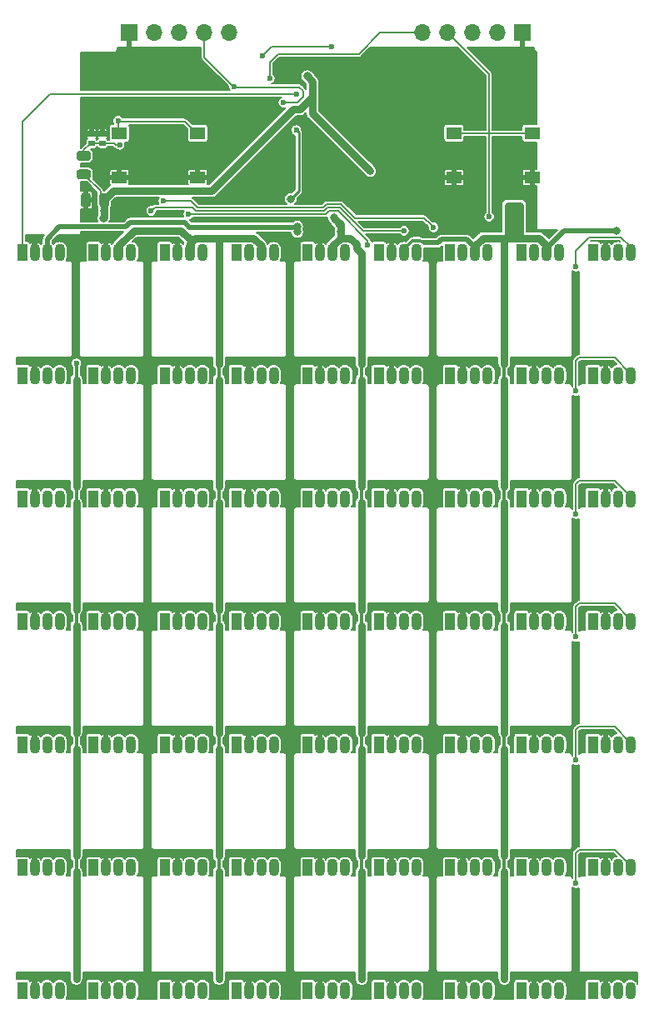
<source format=gbr>
G04 #@! TF.GenerationSoftware,KiCad,Pcbnew,5.1.4+dfsg1-1*
G04 #@! TF.CreationDate,2019-12-22T16:06:28+01:00*
G04 #@! TF.ProjectId,masonjar,6d61736f-6e6a-4617-922e-6b696361645f,rev?*
G04 #@! TF.SameCoordinates,Original*
G04 #@! TF.FileFunction,Copper,L2,Bot*
G04 #@! TF.FilePolarity,Positive*
%FSLAX46Y46*%
G04 Gerber Fmt 4.6, Leading zero omitted, Abs format (unit mm)*
G04 Created by KiCad (PCBNEW 5.1.4+dfsg1-1) date 2019-12-22 16:06:28*
%MOMM*%
%LPD*%
G04 APERTURE LIST*
%ADD10R,1.550000X1.300000*%
%ADD11O,1.700000X1.700000*%
%ADD12R,1.700000X1.700000*%
%ADD13C,0.100000*%
%ADD14C,0.975000*%
%ADD15C,0.590000*%
%ADD16O,1.070000X1.800000*%
%ADD17R,1.070000X1.800000*%
%ADD18C,0.600000*%
%ADD19C,0.800000*%
%ADD20C,0.150000*%
%ADD21C,0.500000*%
%ADD22C,0.300000*%
%ADD23C,0.800000*%
%ADD24C,0.250000*%
G04 APERTURE END LIST*
D10*
X20975000Y-11750000D03*
X20975000Y-16250000D03*
X13025000Y-16250000D03*
X13025000Y-11750000D03*
X-13025000Y-11750000D03*
X-13025000Y-16250000D03*
X-20975000Y-16250000D03*
X-20975000Y-11750000D03*
D11*
X9820000Y-1550000D03*
X12360000Y-1550000D03*
X14900000Y-1550000D03*
X17440000Y-1550000D03*
D12*
X19980000Y-1550000D03*
D13*
G36*
X-22244858Y-17851174D02*
G01*
X-22221197Y-17854684D01*
X-22197993Y-17860496D01*
X-22175471Y-17868554D01*
X-22153847Y-17878782D01*
X-22133330Y-17891079D01*
X-22114117Y-17905329D01*
X-22096393Y-17921393D01*
X-22080329Y-17939117D01*
X-22066079Y-17958330D01*
X-22053782Y-17978847D01*
X-22043554Y-18000471D01*
X-22035496Y-18022993D01*
X-22029684Y-18046197D01*
X-22026174Y-18069858D01*
X-22025000Y-18093750D01*
X-22025000Y-19006250D01*
X-22026174Y-19030142D01*
X-22029684Y-19053803D01*
X-22035496Y-19077007D01*
X-22043554Y-19099529D01*
X-22053782Y-19121153D01*
X-22066079Y-19141670D01*
X-22080329Y-19160883D01*
X-22096393Y-19178607D01*
X-22114117Y-19194671D01*
X-22133330Y-19208921D01*
X-22153847Y-19221218D01*
X-22175471Y-19231446D01*
X-22197993Y-19239504D01*
X-22221197Y-19245316D01*
X-22244858Y-19248826D01*
X-22268750Y-19250000D01*
X-22756250Y-19250000D01*
X-22780142Y-19248826D01*
X-22803803Y-19245316D01*
X-22827007Y-19239504D01*
X-22849529Y-19231446D01*
X-22871153Y-19221218D01*
X-22891670Y-19208921D01*
X-22910883Y-19194671D01*
X-22928607Y-19178607D01*
X-22944671Y-19160883D01*
X-22958921Y-19141670D01*
X-22971218Y-19121153D01*
X-22981446Y-19099529D01*
X-22989504Y-19077007D01*
X-22995316Y-19053803D01*
X-22998826Y-19030142D01*
X-23000000Y-19006250D01*
X-23000000Y-18093750D01*
X-22998826Y-18069858D01*
X-22995316Y-18046197D01*
X-22989504Y-18022993D01*
X-22981446Y-18000471D01*
X-22971218Y-17978847D01*
X-22958921Y-17958330D01*
X-22944671Y-17939117D01*
X-22928607Y-17921393D01*
X-22910883Y-17905329D01*
X-22891670Y-17891079D01*
X-22871153Y-17878782D01*
X-22849529Y-17868554D01*
X-22827007Y-17860496D01*
X-22803803Y-17854684D01*
X-22780142Y-17851174D01*
X-22756250Y-17850000D01*
X-22268750Y-17850000D01*
X-22244858Y-17851174D01*
X-22244858Y-17851174D01*
G37*
D14*
X-22512500Y-18550000D03*
D13*
G36*
X-24119858Y-17851174D02*
G01*
X-24096197Y-17854684D01*
X-24072993Y-17860496D01*
X-24050471Y-17868554D01*
X-24028847Y-17878782D01*
X-24008330Y-17891079D01*
X-23989117Y-17905329D01*
X-23971393Y-17921393D01*
X-23955329Y-17939117D01*
X-23941079Y-17958330D01*
X-23928782Y-17978847D01*
X-23918554Y-18000471D01*
X-23910496Y-18022993D01*
X-23904684Y-18046197D01*
X-23901174Y-18069858D01*
X-23900000Y-18093750D01*
X-23900000Y-19006250D01*
X-23901174Y-19030142D01*
X-23904684Y-19053803D01*
X-23910496Y-19077007D01*
X-23918554Y-19099529D01*
X-23928782Y-19121153D01*
X-23941079Y-19141670D01*
X-23955329Y-19160883D01*
X-23971393Y-19178607D01*
X-23989117Y-19194671D01*
X-24008330Y-19208921D01*
X-24028847Y-19221218D01*
X-24050471Y-19231446D01*
X-24072993Y-19239504D01*
X-24096197Y-19245316D01*
X-24119858Y-19248826D01*
X-24143750Y-19250000D01*
X-24631250Y-19250000D01*
X-24655142Y-19248826D01*
X-24678803Y-19245316D01*
X-24702007Y-19239504D01*
X-24724529Y-19231446D01*
X-24746153Y-19221218D01*
X-24766670Y-19208921D01*
X-24785883Y-19194671D01*
X-24803607Y-19178607D01*
X-24819671Y-19160883D01*
X-24833921Y-19141670D01*
X-24846218Y-19121153D01*
X-24856446Y-19099529D01*
X-24864504Y-19077007D01*
X-24870316Y-19053803D01*
X-24873826Y-19030142D01*
X-24875000Y-19006250D01*
X-24875000Y-18093750D01*
X-24873826Y-18069858D01*
X-24870316Y-18046197D01*
X-24864504Y-18022993D01*
X-24856446Y-18000471D01*
X-24846218Y-17978847D01*
X-24833921Y-17958330D01*
X-24819671Y-17939117D01*
X-24803607Y-17921393D01*
X-24785883Y-17905329D01*
X-24766670Y-17891079D01*
X-24746153Y-17878782D01*
X-24724529Y-17868554D01*
X-24702007Y-17860496D01*
X-24678803Y-17854684D01*
X-24655142Y-17851174D01*
X-24631250Y-17850000D01*
X-24143750Y-17850000D01*
X-24119858Y-17851174D01*
X-24119858Y-17851174D01*
G37*
D14*
X-24387500Y-18550000D03*
D13*
G36*
X-22513042Y-12490710D02*
G01*
X-22498724Y-12492834D01*
X-22484683Y-12496351D01*
X-22471054Y-12501228D01*
X-22457969Y-12507417D01*
X-22445553Y-12514858D01*
X-22433927Y-12523481D01*
X-22423202Y-12533202D01*
X-22413481Y-12543927D01*
X-22404858Y-12555553D01*
X-22397417Y-12567969D01*
X-22391228Y-12581054D01*
X-22386351Y-12594683D01*
X-22382834Y-12608724D01*
X-22380710Y-12623042D01*
X-22380000Y-12637500D01*
X-22380000Y-12932500D01*
X-22380710Y-12946958D01*
X-22382834Y-12961276D01*
X-22386351Y-12975317D01*
X-22391228Y-12988946D01*
X-22397417Y-13002031D01*
X-22404858Y-13014447D01*
X-22413481Y-13026073D01*
X-22423202Y-13036798D01*
X-22433927Y-13046519D01*
X-22445553Y-13055142D01*
X-22457969Y-13062583D01*
X-22471054Y-13068772D01*
X-22484683Y-13073649D01*
X-22498724Y-13077166D01*
X-22513042Y-13079290D01*
X-22527500Y-13080000D01*
X-22872500Y-13080000D01*
X-22886958Y-13079290D01*
X-22901276Y-13077166D01*
X-22915317Y-13073649D01*
X-22928946Y-13068772D01*
X-22942031Y-13062583D01*
X-22954447Y-13055142D01*
X-22966073Y-13046519D01*
X-22976798Y-13036798D01*
X-22986519Y-13026073D01*
X-22995142Y-13014447D01*
X-23002583Y-13002031D01*
X-23008772Y-12988946D01*
X-23013649Y-12975317D01*
X-23017166Y-12961276D01*
X-23019290Y-12946958D01*
X-23020000Y-12932500D01*
X-23020000Y-12637500D01*
X-23019290Y-12623042D01*
X-23017166Y-12608724D01*
X-23013649Y-12594683D01*
X-23008772Y-12581054D01*
X-23002583Y-12567969D01*
X-22995142Y-12555553D01*
X-22986519Y-12543927D01*
X-22976798Y-12533202D01*
X-22966073Y-12523481D01*
X-22954447Y-12514858D01*
X-22942031Y-12507417D01*
X-22928946Y-12501228D01*
X-22915317Y-12496351D01*
X-22901276Y-12492834D01*
X-22886958Y-12490710D01*
X-22872500Y-12490000D01*
X-22527500Y-12490000D01*
X-22513042Y-12490710D01*
X-22513042Y-12490710D01*
G37*
D15*
X-22700000Y-12785000D03*
D13*
G36*
X-22513042Y-11520710D02*
G01*
X-22498724Y-11522834D01*
X-22484683Y-11526351D01*
X-22471054Y-11531228D01*
X-22457969Y-11537417D01*
X-22445553Y-11544858D01*
X-22433927Y-11553481D01*
X-22423202Y-11563202D01*
X-22413481Y-11573927D01*
X-22404858Y-11585553D01*
X-22397417Y-11597969D01*
X-22391228Y-11611054D01*
X-22386351Y-11624683D01*
X-22382834Y-11638724D01*
X-22380710Y-11653042D01*
X-22380000Y-11667500D01*
X-22380000Y-11962500D01*
X-22380710Y-11976958D01*
X-22382834Y-11991276D01*
X-22386351Y-12005317D01*
X-22391228Y-12018946D01*
X-22397417Y-12032031D01*
X-22404858Y-12044447D01*
X-22413481Y-12056073D01*
X-22423202Y-12066798D01*
X-22433927Y-12076519D01*
X-22445553Y-12085142D01*
X-22457969Y-12092583D01*
X-22471054Y-12098772D01*
X-22484683Y-12103649D01*
X-22498724Y-12107166D01*
X-22513042Y-12109290D01*
X-22527500Y-12110000D01*
X-22872500Y-12110000D01*
X-22886958Y-12109290D01*
X-22901276Y-12107166D01*
X-22915317Y-12103649D01*
X-22928946Y-12098772D01*
X-22942031Y-12092583D01*
X-22954447Y-12085142D01*
X-22966073Y-12076519D01*
X-22976798Y-12066798D01*
X-22986519Y-12056073D01*
X-22995142Y-12044447D01*
X-23002583Y-12032031D01*
X-23008772Y-12018946D01*
X-23013649Y-12005317D01*
X-23017166Y-11991276D01*
X-23019290Y-11976958D01*
X-23020000Y-11962500D01*
X-23020000Y-11667500D01*
X-23019290Y-11653042D01*
X-23017166Y-11638724D01*
X-23013649Y-11624683D01*
X-23008772Y-11611054D01*
X-23002583Y-11597969D01*
X-22995142Y-11585553D01*
X-22986519Y-11573927D01*
X-22976798Y-11563202D01*
X-22966073Y-11553481D01*
X-22954447Y-11544858D01*
X-22942031Y-11537417D01*
X-22928946Y-11531228D01*
X-22915317Y-11526351D01*
X-22901276Y-11522834D01*
X-22886958Y-11520710D01*
X-22872500Y-11520000D01*
X-22527500Y-11520000D01*
X-22513042Y-11520710D01*
X-22513042Y-11520710D01*
G37*
D15*
X-22700000Y-11815000D03*
D13*
G36*
X-24119858Y-13576174D02*
G01*
X-24096197Y-13579684D01*
X-24072993Y-13585496D01*
X-24050471Y-13593554D01*
X-24028847Y-13603782D01*
X-24008330Y-13616079D01*
X-23989117Y-13630329D01*
X-23971393Y-13646393D01*
X-23955329Y-13664117D01*
X-23941079Y-13683330D01*
X-23928782Y-13703847D01*
X-23918554Y-13725471D01*
X-23910496Y-13747993D01*
X-23904684Y-13771197D01*
X-23901174Y-13794858D01*
X-23900000Y-13818750D01*
X-23900000Y-14306250D01*
X-23901174Y-14330142D01*
X-23904684Y-14353803D01*
X-23910496Y-14377007D01*
X-23918554Y-14399529D01*
X-23928782Y-14421153D01*
X-23941079Y-14441670D01*
X-23955329Y-14460883D01*
X-23971393Y-14478607D01*
X-23989117Y-14494671D01*
X-24008330Y-14508921D01*
X-24028847Y-14521218D01*
X-24050471Y-14531446D01*
X-24072993Y-14539504D01*
X-24096197Y-14545316D01*
X-24119858Y-14548826D01*
X-24143750Y-14550000D01*
X-25056250Y-14550000D01*
X-25080142Y-14548826D01*
X-25103803Y-14545316D01*
X-25127007Y-14539504D01*
X-25149529Y-14531446D01*
X-25171153Y-14521218D01*
X-25191670Y-14508921D01*
X-25210883Y-14494671D01*
X-25228607Y-14478607D01*
X-25244671Y-14460883D01*
X-25258921Y-14441670D01*
X-25271218Y-14421153D01*
X-25281446Y-14399529D01*
X-25289504Y-14377007D01*
X-25295316Y-14353803D01*
X-25298826Y-14330142D01*
X-25300000Y-14306250D01*
X-25300000Y-13818750D01*
X-25298826Y-13794858D01*
X-25295316Y-13771197D01*
X-25289504Y-13747993D01*
X-25281446Y-13725471D01*
X-25271218Y-13703847D01*
X-25258921Y-13683330D01*
X-25244671Y-13664117D01*
X-25228607Y-13646393D01*
X-25210883Y-13630329D01*
X-25191670Y-13616079D01*
X-25171153Y-13603782D01*
X-25149529Y-13593554D01*
X-25127007Y-13585496D01*
X-25103803Y-13579684D01*
X-25080142Y-13576174D01*
X-25056250Y-13575000D01*
X-24143750Y-13575000D01*
X-24119858Y-13576174D01*
X-24119858Y-13576174D01*
G37*
D14*
X-24600000Y-14062500D03*
D13*
G36*
X-24119858Y-15451174D02*
G01*
X-24096197Y-15454684D01*
X-24072993Y-15460496D01*
X-24050471Y-15468554D01*
X-24028847Y-15478782D01*
X-24008330Y-15491079D01*
X-23989117Y-15505329D01*
X-23971393Y-15521393D01*
X-23955329Y-15539117D01*
X-23941079Y-15558330D01*
X-23928782Y-15578847D01*
X-23918554Y-15600471D01*
X-23910496Y-15622993D01*
X-23904684Y-15646197D01*
X-23901174Y-15669858D01*
X-23900000Y-15693750D01*
X-23900000Y-16181250D01*
X-23901174Y-16205142D01*
X-23904684Y-16228803D01*
X-23910496Y-16252007D01*
X-23918554Y-16274529D01*
X-23928782Y-16296153D01*
X-23941079Y-16316670D01*
X-23955329Y-16335883D01*
X-23971393Y-16353607D01*
X-23989117Y-16369671D01*
X-24008330Y-16383921D01*
X-24028847Y-16396218D01*
X-24050471Y-16406446D01*
X-24072993Y-16414504D01*
X-24096197Y-16420316D01*
X-24119858Y-16423826D01*
X-24143750Y-16425000D01*
X-25056250Y-16425000D01*
X-25080142Y-16423826D01*
X-25103803Y-16420316D01*
X-25127007Y-16414504D01*
X-25149529Y-16406446D01*
X-25171153Y-16396218D01*
X-25191670Y-16383921D01*
X-25210883Y-16369671D01*
X-25228607Y-16353607D01*
X-25244671Y-16335883D01*
X-25258921Y-16316670D01*
X-25271218Y-16296153D01*
X-25281446Y-16274529D01*
X-25289504Y-16252007D01*
X-25295316Y-16228803D01*
X-25298826Y-16205142D01*
X-25300000Y-16181250D01*
X-25300000Y-15693750D01*
X-25298826Y-15669858D01*
X-25295316Y-15646197D01*
X-25289504Y-15622993D01*
X-25281446Y-15600471D01*
X-25271218Y-15578847D01*
X-25258921Y-15558330D01*
X-25244671Y-15539117D01*
X-25228607Y-15521393D01*
X-25210883Y-15505329D01*
X-25191670Y-15491079D01*
X-25171153Y-15478782D01*
X-25149529Y-15468554D01*
X-25127007Y-15460496D01*
X-25103803Y-15454684D01*
X-25080142Y-15451174D01*
X-25056250Y-15450000D01*
X-24143750Y-15450000D01*
X-24119858Y-15451174D01*
X-24119858Y-15451174D01*
G37*
D14*
X-24600000Y-15937500D03*
D11*
X-9840000Y-1550000D03*
X-12380000Y-1550000D03*
X-14920000Y-1550000D03*
X-17460000Y-1550000D03*
D12*
X-20000000Y-1550000D03*
D13*
G36*
X-23613042Y-12490710D02*
G01*
X-23598724Y-12492834D01*
X-23584683Y-12496351D01*
X-23571054Y-12501228D01*
X-23557969Y-12507417D01*
X-23545553Y-12514858D01*
X-23533927Y-12523481D01*
X-23523202Y-12533202D01*
X-23513481Y-12543927D01*
X-23504858Y-12555553D01*
X-23497417Y-12567969D01*
X-23491228Y-12581054D01*
X-23486351Y-12594683D01*
X-23482834Y-12608724D01*
X-23480710Y-12623042D01*
X-23480000Y-12637500D01*
X-23480000Y-12932500D01*
X-23480710Y-12946958D01*
X-23482834Y-12961276D01*
X-23486351Y-12975317D01*
X-23491228Y-12988946D01*
X-23497417Y-13002031D01*
X-23504858Y-13014447D01*
X-23513481Y-13026073D01*
X-23523202Y-13036798D01*
X-23533927Y-13046519D01*
X-23545553Y-13055142D01*
X-23557969Y-13062583D01*
X-23571054Y-13068772D01*
X-23584683Y-13073649D01*
X-23598724Y-13077166D01*
X-23613042Y-13079290D01*
X-23627500Y-13080000D01*
X-23972500Y-13080000D01*
X-23986958Y-13079290D01*
X-24001276Y-13077166D01*
X-24015317Y-13073649D01*
X-24028946Y-13068772D01*
X-24042031Y-13062583D01*
X-24054447Y-13055142D01*
X-24066073Y-13046519D01*
X-24076798Y-13036798D01*
X-24086519Y-13026073D01*
X-24095142Y-13014447D01*
X-24102583Y-13002031D01*
X-24108772Y-12988946D01*
X-24113649Y-12975317D01*
X-24117166Y-12961276D01*
X-24119290Y-12946958D01*
X-24120000Y-12932500D01*
X-24120000Y-12637500D01*
X-24119290Y-12623042D01*
X-24117166Y-12608724D01*
X-24113649Y-12594683D01*
X-24108772Y-12581054D01*
X-24102583Y-12567969D01*
X-24095142Y-12555553D01*
X-24086519Y-12543927D01*
X-24076798Y-12533202D01*
X-24066073Y-12523481D01*
X-24054447Y-12514858D01*
X-24042031Y-12507417D01*
X-24028946Y-12501228D01*
X-24015317Y-12496351D01*
X-24001276Y-12492834D01*
X-23986958Y-12490710D01*
X-23972500Y-12490000D01*
X-23627500Y-12490000D01*
X-23613042Y-12490710D01*
X-23613042Y-12490710D01*
G37*
D15*
X-23800000Y-12785000D03*
D13*
G36*
X-23613042Y-11520710D02*
G01*
X-23598724Y-11522834D01*
X-23584683Y-11526351D01*
X-23571054Y-11531228D01*
X-23557969Y-11537417D01*
X-23545553Y-11544858D01*
X-23533927Y-11553481D01*
X-23523202Y-11563202D01*
X-23513481Y-11573927D01*
X-23504858Y-11585553D01*
X-23497417Y-11597969D01*
X-23491228Y-11611054D01*
X-23486351Y-11624683D01*
X-23482834Y-11638724D01*
X-23480710Y-11653042D01*
X-23480000Y-11667500D01*
X-23480000Y-11962500D01*
X-23480710Y-11976958D01*
X-23482834Y-11991276D01*
X-23486351Y-12005317D01*
X-23491228Y-12018946D01*
X-23497417Y-12032031D01*
X-23504858Y-12044447D01*
X-23513481Y-12056073D01*
X-23523202Y-12066798D01*
X-23533927Y-12076519D01*
X-23545553Y-12085142D01*
X-23557969Y-12092583D01*
X-23571054Y-12098772D01*
X-23584683Y-12103649D01*
X-23598724Y-12107166D01*
X-23613042Y-12109290D01*
X-23627500Y-12110000D01*
X-23972500Y-12110000D01*
X-23986958Y-12109290D01*
X-24001276Y-12107166D01*
X-24015317Y-12103649D01*
X-24028946Y-12098772D01*
X-24042031Y-12092583D01*
X-24054447Y-12085142D01*
X-24066073Y-12076519D01*
X-24076798Y-12066798D01*
X-24086519Y-12056073D01*
X-24095142Y-12044447D01*
X-24102583Y-12032031D01*
X-24108772Y-12018946D01*
X-24113649Y-12005317D01*
X-24117166Y-11991276D01*
X-24119290Y-11976958D01*
X-24120000Y-11962500D01*
X-24120000Y-11667500D01*
X-24119290Y-11653042D01*
X-24117166Y-11638724D01*
X-24113649Y-11624683D01*
X-24108772Y-11611054D01*
X-24102583Y-11597969D01*
X-24095142Y-11585553D01*
X-24086519Y-11573927D01*
X-24076798Y-11563202D01*
X-24066073Y-11553481D01*
X-24054447Y-11544858D01*
X-24042031Y-11537417D01*
X-24028946Y-11531228D01*
X-24015317Y-11526351D01*
X-24001276Y-11522834D01*
X-23986958Y-11520710D01*
X-23972500Y-11520000D01*
X-23627500Y-11520000D01*
X-23613042Y-11520710D01*
X-23613042Y-11520710D01*
G37*
D15*
X-23800000Y-11815000D03*
D16*
X30955000Y-98900000D03*
X29685000Y-98900000D03*
X28415000Y-98900000D03*
D17*
X27145000Y-98900000D03*
D16*
X23705000Y-98900000D03*
X22435000Y-98900000D03*
X21165000Y-98900000D03*
D17*
X19895000Y-98900000D03*
D16*
X16455000Y-98900000D03*
X15185000Y-98900000D03*
X13915000Y-98900000D03*
D17*
X12645000Y-98900000D03*
D16*
X9205000Y-98900000D03*
X7935000Y-98900000D03*
X6665000Y-98900000D03*
D17*
X5395000Y-98900000D03*
D16*
X1955000Y-98900000D03*
X685000Y-98900000D03*
X-585000Y-98900000D03*
D17*
X-1855000Y-98900000D03*
D16*
X-5295000Y-98900000D03*
X-6565000Y-98900000D03*
X-7835000Y-98900000D03*
D17*
X-9105000Y-98900000D03*
D16*
X-12545000Y-98900000D03*
X-13815000Y-98900000D03*
X-15085000Y-98900000D03*
D17*
X-16355000Y-98900000D03*
D16*
X-19795000Y-98900000D03*
X-21065000Y-98900000D03*
X-22335000Y-98900000D03*
D17*
X-23605000Y-98900000D03*
D16*
X-27045000Y-98900000D03*
X-28315000Y-98900000D03*
X-29585000Y-98900000D03*
D17*
X-30855000Y-98900000D03*
D16*
X30955000Y-86400000D03*
X29685000Y-86400000D03*
X28415000Y-86400000D03*
D17*
X27145000Y-86400000D03*
D16*
X23705000Y-86400000D03*
X22435000Y-86400000D03*
X21165000Y-86400000D03*
D17*
X19895000Y-86400000D03*
D16*
X16455000Y-86400000D03*
X15185000Y-86400000D03*
X13915000Y-86400000D03*
D17*
X12645000Y-86400000D03*
D16*
X9205000Y-86400000D03*
X7935000Y-86400000D03*
X6665000Y-86400000D03*
D17*
X5395000Y-86400000D03*
D16*
X1955000Y-86400000D03*
X685000Y-86400000D03*
X-585000Y-86400000D03*
D17*
X-1855000Y-86400000D03*
D16*
X-5295000Y-86400000D03*
X-6565000Y-86400000D03*
X-7835000Y-86400000D03*
D17*
X-9105000Y-86400000D03*
D16*
X-12545000Y-86400000D03*
X-13815000Y-86400000D03*
X-15085000Y-86400000D03*
D17*
X-16355000Y-86400000D03*
D16*
X-19795000Y-86400000D03*
X-21065000Y-86400000D03*
X-22335000Y-86400000D03*
D17*
X-23605000Y-86400000D03*
D16*
X-27045000Y-86400000D03*
X-28315000Y-86400000D03*
X-29585000Y-86400000D03*
D17*
X-30855000Y-86400000D03*
D16*
X30955000Y-73900000D03*
X29685000Y-73900000D03*
X28415000Y-73900000D03*
D17*
X27145000Y-73900000D03*
D16*
X23705000Y-73900000D03*
X22435000Y-73900000D03*
X21165000Y-73900000D03*
D17*
X19895000Y-73900000D03*
D16*
X16455000Y-73900000D03*
X15185000Y-73900000D03*
X13915000Y-73900000D03*
D17*
X12645000Y-73900000D03*
D16*
X9205000Y-73900000D03*
X7935000Y-73900000D03*
X6665000Y-73900000D03*
D17*
X5395000Y-73900000D03*
D16*
X1955000Y-73900000D03*
X685000Y-73900000D03*
X-585000Y-73900000D03*
D17*
X-1855000Y-73900000D03*
D16*
X-5295000Y-73900000D03*
X-6565000Y-73900000D03*
X-7835000Y-73900000D03*
D17*
X-9105000Y-73900000D03*
D16*
X-12545000Y-73900000D03*
X-13815000Y-73900000D03*
X-15085000Y-73900000D03*
D17*
X-16355000Y-73900000D03*
D16*
X-19795000Y-73900000D03*
X-21065000Y-73900000D03*
X-22335000Y-73900000D03*
D17*
X-23605000Y-73900000D03*
D16*
X-27045000Y-73900000D03*
X-28315000Y-73900000D03*
X-29585000Y-73900000D03*
D17*
X-30855000Y-73900000D03*
D16*
X30955000Y-61400000D03*
X29685000Y-61400000D03*
X28415000Y-61400000D03*
D17*
X27145000Y-61400000D03*
D16*
X23705000Y-61400000D03*
X22435000Y-61400000D03*
X21165000Y-61400000D03*
D17*
X19895000Y-61400000D03*
D16*
X16455000Y-61400000D03*
X15185000Y-61400000D03*
X13915000Y-61400000D03*
D17*
X12645000Y-61400000D03*
D16*
X9205000Y-61400000D03*
X7935000Y-61400000D03*
X6665000Y-61400000D03*
D17*
X5395000Y-61400000D03*
D16*
X1955000Y-61400000D03*
X685000Y-61400000D03*
X-585000Y-61400000D03*
D17*
X-1855000Y-61400000D03*
D16*
X-5295000Y-61400000D03*
X-6565000Y-61400000D03*
X-7835000Y-61400000D03*
D17*
X-9105000Y-61400000D03*
D16*
X-12545000Y-61400000D03*
X-13815000Y-61400000D03*
X-15085000Y-61400000D03*
D17*
X-16355000Y-61400000D03*
D16*
X-19795000Y-61400000D03*
X-21065000Y-61400000D03*
X-22335000Y-61400000D03*
D17*
X-23605000Y-61400000D03*
D16*
X-27045000Y-61400000D03*
X-28315000Y-61400000D03*
X-29585000Y-61400000D03*
D17*
X-30855000Y-61400000D03*
D16*
X30955000Y-48900000D03*
X29685000Y-48900000D03*
X28415000Y-48900000D03*
D17*
X27145000Y-48900000D03*
D16*
X23705000Y-48900000D03*
X22435000Y-48900000D03*
X21165000Y-48900000D03*
D17*
X19895000Y-48900000D03*
D16*
X16455000Y-48900000D03*
X15185000Y-48900000D03*
X13915000Y-48900000D03*
D17*
X12645000Y-48900000D03*
D16*
X9205000Y-48900000D03*
X7935000Y-48900000D03*
X6665000Y-48900000D03*
D17*
X5395000Y-48900000D03*
D16*
X1955000Y-48900000D03*
X685000Y-48900000D03*
X-585000Y-48900000D03*
D17*
X-1855000Y-48900000D03*
D16*
X-5295000Y-48900000D03*
X-6565000Y-48900000D03*
X-7835000Y-48900000D03*
D17*
X-9105000Y-48900000D03*
D16*
X-12545000Y-48900000D03*
X-13815000Y-48900000D03*
X-15085000Y-48900000D03*
D17*
X-16355000Y-48900000D03*
D16*
X-19795000Y-48900000D03*
X-21065000Y-48900000D03*
X-22335000Y-48900000D03*
D17*
X-23605000Y-48900000D03*
D16*
X-27045000Y-48900000D03*
X-28315000Y-48900000D03*
X-29585000Y-48900000D03*
D17*
X-30855000Y-48900000D03*
D16*
X30955000Y-36400000D03*
X29685000Y-36400000D03*
X28415000Y-36400000D03*
D17*
X27145000Y-36400000D03*
D16*
X23705000Y-36400000D03*
X22435000Y-36400000D03*
X21165000Y-36400000D03*
D17*
X19895000Y-36400000D03*
D16*
X16455000Y-36400000D03*
X15185000Y-36400000D03*
X13915000Y-36400000D03*
D17*
X12645000Y-36400000D03*
D16*
X9205000Y-36400000D03*
X7935000Y-36400000D03*
X6665000Y-36400000D03*
D17*
X5395000Y-36400000D03*
D16*
X1955000Y-36400000D03*
X685000Y-36400000D03*
X-585000Y-36400000D03*
D17*
X-1855000Y-36400000D03*
D16*
X-5295000Y-36400000D03*
X-6565000Y-36400000D03*
X-7835000Y-36400000D03*
D17*
X-9105000Y-36400000D03*
D16*
X-12545000Y-36400000D03*
X-13815000Y-36400000D03*
X-15085000Y-36400000D03*
D17*
X-16355000Y-36400000D03*
D16*
X-19795000Y-36400000D03*
X-21065000Y-36400000D03*
X-22335000Y-36400000D03*
D17*
X-23605000Y-36400000D03*
D16*
X-27045000Y-36400000D03*
X-28315000Y-36400000D03*
X-29585000Y-36400000D03*
D17*
X-30855000Y-36400000D03*
D16*
X-27045000Y-23900000D03*
X-28315000Y-23900000D03*
X-29585000Y-23900000D03*
D17*
X-30855000Y-23900000D03*
D16*
X30955000Y-23900000D03*
X29685000Y-23900000D03*
X28415000Y-23900000D03*
D17*
X27145000Y-23900000D03*
D16*
X23705000Y-23900000D03*
X22435000Y-23900000D03*
X21165000Y-23900000D03*
D17*
X19895000Y-23900000D03*
D16*
X16455000Y-23900000D03*
X15185000Y-23900000D03*
X13915000Y-23900000D03*
D17*
X12645000Y-23900000D03*
D16*
X9205000Y-23900000D03*
X7935000Y-23900000D03*
X6665000Y-23900000D03*
D17*
X5395000Y-23900000D03*
D16*
X1955000Y-23900000D03*
X685000Y-23900000D03*
X-585000Y-23900000D03*
D17*
X-1855000Y-23900000D03*
D16*
X-5295000Y-23900000D03*
X-6565000Y-23900000D03*
X-7835000Y-23900000D03*
D17*
X-9105000Y-23900000D03*
D16*
X-12545000Y-23900000D03*
X-13815000Y-23900000D03*
X-15085000Y-23900000D03*
D17*
X-16355000Y-23900000D03*
D16*
X-19795000Y-23900000D03*
X-21065000Y-23900000D03*
X-22335000Y-23900000D03*
D17*
X-23605000Y-23900000D03*
D18*
X-4350000Y-22950000D03*
X-3650000Y-14650000D03*
X-400000Y-4650000D03*
X-300000Y-5450000D03*
D19*
X-3850000Y-4650000D03*
X-15500000Y-15000000D03*
X-16500000Y-15000000D03*
X-17500000Y-15000000D03*
X-18500000Y-15000000D03*
X-18500000Y-16000000D03*
X-17500000Y-16000000D03*
X-16500000Y-16000000D03*
X-15500000Y-16000000D03*
X-14500000Y-16000000D03*
X-14500000Y-15000000D03*
X-14500000Y-14000000D03*
X-15500000Y-14000000D03*
X-16500000Y-14000000D03*
X-17500000Y-14000000D03*
X-18500000Y-14000000D03*
X-18500000Y-13000000D03*
X-17500000Y-13000000D03*
X-16500000Y-13000000D03*
X-15500000Y-13000000D03*
X-14500000Y-13000000D03*
X-14500000Y-12000000D03*
X-15500000Y-12000000D03*
X-16500000Y-12000000D03*
X-17500000Y-12000000D03*
X-18500000Y-12000000D03*
D18*
X-3000000Y-7750000D03*
X25400000Y-25300000D03*
X26100000Y-73450000D03*
X26100000Y-48550000D03*
X18850000Y-36050000D03*
X26100000Y-36050000D03*
X17490000Y-48573978D03*
X18850000Y-48550000D03*
X2990000Y-48573978D03*
X4350000Y-48550000D03*
X24740000Y-48573978D03*
X10240000Y-48573978D03*
X-4260000Y-48573978D03*
X10240000Y-36073978D03*
X-4260000Y-36073978D03*
X17490000Y-36073978D03*
X2990000Y-36073978D03*
X4350000Y-36050000D03*
X24740000Y-36073978D03*
X-11510000Y-48573978D03*
X-10150000Y-48550000D03*
X-18760000Y-48573978D03*
X-26010000Y-48573978D03*
X-11510000Y-36073978D03*
X-18760000Y-36073978D03*
X-26010000Y-36073978D03*
X-24650000Y-48550000D03*
X-24640002Y-36050000D03*
X-10150000Y-36050000D03*
X26109998Y-60900000D03*
X18859998Y-60950000D03*
X4359998Y-60900000D03*
X-10140002Y-60900000D03*
X-24640002Y-60900000D03*
X-10140002Y-85850000D03*
X-24640002Y-85900000D03*
X18859998Y-85900000D03*
X26109998Y-85900000D03*
X4359998Y-85900000D03*
X-11500000Y-86000000D03*
X-18750000Y-86000000D03*
X-26000000Y-86000000D03*
X-4250000Y-86000000D03*
X3000000Y-86000000D03*
X10250000Y-86000000D03*
X17500000Y-86000000D03*
X24750000Y-86000000D03*
X24750000Y-73500000D03*
X18859998Y-73400000D03*
X4359998Y-73400000D03*
X-10140002Y-73350000D03*
X-24640002Y-73350000D03*
X-26000000Y-73500000D03*
X-18750000Y-73500000D03*
X-11500000Y-73500000D03*
X-4250000Y-73500000D03*
X3000000Y-73500000D03*
X10250000Y-73500000D03*
X17500000Y-73500000D03*
X24750000Y-61000000D03*
X17500000Y-61000000D03*
X10250000Y-61000000D03*
X3000000Y-61000000D03*
X-4250000Y-61000000D03*
X-11500000Y-61000000D03*
X-18750000Y-61000000D03*
X-26000000Y-61000000D03*
X-4250000Y-98500000D03*
X-11500000Y-98500000D03*
X-18750000Y-98500000D03*
X-25950000Y-98500000D03*
X10250000Y-98500000D03*
X17500000Y-98500000D03*
X24750000Y-98500000D03*
X3000000Y-98500000D03*
D19*
X-20000000Y-6600000D03*
X-2000000Y-20700000D03*
X-1300000Y-21500000D03*
X3150000Y-19550000D03*
X5550000Y-17800000D03*
X1600000Y-18250000D03*
X-600000Y-14550000D03*
X750000Y-14550000D03*
X-1950000Y-12250000D03*
X-250000Y-8800000D03*
X800000Y-10400000D03*
X4600000Y-10700000D03*
X-3900000Y-5900000D03*
D18*
X700000Y-6700000D03*
X700000Y-7550000D03*
X-3550000Y-13900000D03*
X-6350000Y-22100000D03*
X-20650000Y-19900000D03*
X-19050000Y-18650000D03*
X-15400000Y-19900000D03*
X-12600000Y-18700000D03*
X-9300000Y-17000000D03*
X-8350000Y-18450000D03*
X18150000Y-35150000D03*
X18150000Y-72650000D03*
X18150000Y-47650000D03*
X18150000Y-60150000D03*
X18150000Y-85150000D03*
X18150000Y-97650000D03*
X3650000Y-35150000D03*
X3650000Y-72650000D03*
X3650000Y-47650000D03*
X3650000Y-60150000D03*
X3650000Y-85150000D03*
X3650000Y-97650000D03*
X18150000Y-35150000D03*
X3650000Y-35150000D03*
X-10850000Y-47650000D03*
X-10850000Y-60150000D03*
X-10850000Y-97650000D03*
X-10850000Y-72650000D03*
X-10850000Y-35150000D03*
X-10850000Y-85150000D03*
X-10850000Y-47650000D03*
X-25350000Y-35150000D03*
X-25350000Y-47650000D03*
X-25350000Y-47650000D03*
X-25350000Y-60150000D03*
X-25350000Y-72650000D03*
X-25350000Y-85150000D03*
X-25350000Y-97650000D03*
D19*
X29550000Y-21650000D03*
X1350000Y-21000000D03*
X1484864Y-21765136D03*
X825000Y-20325011D03*
D18*
X25400000Y-37950000D03*
X25400000Y-50450000D03*
X25400000Y-62950000D03*
X25400000Y-75450000D03*
X25400000Y-87950000D03*
D19*
X-2900000Y-21250000D03*
X-2900000Y-21800000D03*
D18*
X4250000Y-23100000D03*
X-13950000Y-20000000D03*
X10950000Y-22150000D03*
X11900000Y-21600000D03*
X13150000Y-21500000D03*
X15900000Y-19800000D03*
X2200000Y-4400000D03*
X3250000Y-5650000D03*
X-2700000Y-10450000D03*
X-23750000Y-19750000D03*
X-24400000Y-20050000D03*
X-24500000Y-6500000D03*
X-24500000Y-9000000D03*
X-24500000Y-11500000D03*
X-24500000Y-17000000D03*
X-23000000Y-16500000D03*
X-23000000Y-14500000D03*
X-22000000Y-9000000D03*
X-17500000Y-9000000D03*
X-13500000Y-9000000D03*
X-9000000Y-9000000D03*
X-11500000Y-14000000D03*
X-16750000Y-6250000D03*
X-14000000Y-6250000D03*
X-12250000Y-6250000D03*
X5000000Y-6750000D03*
X11500000Y-7500000D03*
X15250000Y-8250000D03*
X18250000Y-5500000D03*
X20250000Y-8500000D03*
X20500000Y-18500000D03*
X20500000Y-14500000D03*
X18250000Y-14500000D03*
X14750000Y-15500000D03*
X12500000Y-14000000D03*
X8000000Y-14000000D03*
X-20250000Y-14250000D03*
X-20950000Y-12949998D03*
X-16500000Y-18649999D03*
X10950000Y-21331014D03*
X-17750000Y-19649979D03*
X7940876Y-21677019D03*
D19*
X-1900000Y-5950000D03*
X-1350000Y-6550000D03*
X4500000Y-15600000D03*
X4100000Y-15150000D03*
X-22602641Y-20378837D03*
X-22512500Y-19612500D03*
D18*
X-4300000Y-8650000D03*
X-9350000Y-7000000D03*
X-5700000Y-6200000D03*
X552304Y-3002306D03*
X-6400000Y-3879990D03*
X-21100000Y-10500000D03*
X16600000Y-20250000D03*
D19*
X-3561559Y-18449998D03*
D18*
X-3000000Y-11450000D03*
D20*
X-30850000Y-23450000D02*
X-31050000Y-23650000D01*
X-3000000Y-7750000D02*
X-28050000Y-7750000D01*
X-30850000Y-10550000D02*
X-30850000Y-23450000D01*
X-28050000Y-7750000D02*
X-30850000Y-10550000D01*
X25400000Y-23714998D02*
X26764998Y-22350000D01*
X25400000Y-25300000D02*
X25400000Y-23714998D01*
X26764998Y-22350000D02*
X30000000Y-22350000D01*
X30000000Y-22350000D02*
X30950000Y-23300000D01*
D21*
X19950000Y-1550000D02*
X19950000Y-4250000D01*
X-20000000Y-1550000D02*
X-20000000Y-6600000D01*
X-17700000Y-23300000D02*
X-17700000Y-23700000D01*
X-15085000Y-22924998D02*
X-15459999Y-22549999D01*
X-15085000Y-23900000D02*
X-15085000Y-22924998D01*
X-15459999Y-22549999D02*
X-17250001Y-22549999D01*
X-17340001Y-22639999D02*
X-17340001Y-22940001D01*
X-17340001Y-22940001D02*
X-17700000Y-23300000D01*
X-17250001Y-22549999D02*
X-17340001Y-22639999D01*
D22*
X18150000Y-35200000D02*
X18150000Y-36800000D01*
D23*
X18150000Y-74300000D02*
X18150000Y-85200000D01*
D22*
X18150000Y-60200000D02*
X18150000Y-61800000D01*
D23*
X18150000Y-36800000D02*
X18150000Y-47700000D01*
X18150000Y-49300000D02*
X18150000Y-60200000D01*
X18150000Y-24300000D02*
X18150000Y-35200000D01*
D22*
X18150000Y-85200000D02*
X18150000Y-86800000D01*
X18150000Y-47700000D02*
X18150000Y-49300000D01*
D23*
X18150000Y-61800000D02*
X18150000Y-72700000D01*
D22*
X18150000Y-72700000D02*
X18150000Y-74300000D01*
D23*
X18150000Y-86800000D02*
X18150000Y-97700000D01*
D22*
X3650000Y-35200000D02*
X3650000Y-36800000D01*
D23*
X3650000Y-74300000D02*
X3650000Y-85200000D01*
D22*
X3650000Y-60200000D02*
X3650000Y-61800000D01*
D23*
X3650000Y-36800000D02*
X3650000Y-47700000D01*
X3650000Y-49300000D02*
X3650000Y-60200000D01*
X3650000Y-24300000D02*
X3650000Y-35200000D01*
D22*
X3650000Y-85200000D02*
X3650000Y-86800000D01*
X3650000Y-47700000D02*
X3650000Y-49300000D01*
D23*
X3650000Y-61800000D02*
X3650000Y-72700000D01*
D22*
X3650000Y-72700000D02*
X3650000Y-74300000D01*
D23*
X3650000Y-86800000D02*
X3650000Y-97700000D01*
D22*
X-10850000Y-85200000D02*
X-10850000Y-86800000D01*
D23*
X-10850000Y-24300000D02*
X-10850000Y-35200000D01*
X-10850000Y-61800000D02*
X-10850000Y-72700000D01*
X-10850000Y-86800000D02*
X-10850000Y-97700000D01*
X-10850000Y-49300000D02*
X-10850000Y-60200000D01*
X-10850000Y-36800000D02*
X-10850000Y-47700000D01*
D22*
X-10850000Y-60200000D02*
X-10850000Y-61800000D01*
X-10850000Y-35200000D02*
X-10850000Y-36800000D01*
D23*
X-10850000Y-74300000D02*
X-10850000Y-85200000D01*
D22*
X-10850000Y-47700000D02*
X-10850000Y-49300000D01*
X-10850000Y-72700000D02*
X-10850000Y-74300000D01*
X-25350000Y-35200000D02*
X-25350000Y-36800000D01*
D23*
X-25350000Y-36800000D02*
X-25350000Y-47700000D01*
D22*
X-25350000Y-47700000D02*
X-25350000Y-49300000D01*
D23*
X-25350000Y-49300000D02*
X-25350000Y-60200000D01*
D22*
X-25350000Y-60200000D02*
X-25350000Y-61800000D01*
X-25350000Y-72700000D02*
X-25350000Y-74300000D01*
D23*
X-25350000Y-61800000D02*
X-25350000Y-72700000D01*
D22*
X-25350000Y-85200000D02*
X-25350000Y-86800000D01*
D23*
X-25350000Y-74300000D02*
X-25350000Y-85200000D01*
X-25350000Y-86800000D02*
X-25350000Y-97700000D01*
X-25350000Y-49300000D02*
X-25350000Y-60200000D01*
D22*
X-25350000Y-47700000D02*
X-25350000Y-49300000D01*
D23*
X1484864Y-22399990D02*
X650000Y-23234854D01*
X3650000Y-24300000D02*
X3650000Y-23980002D01*
X3650000Y-23980002D02*
X3090010Y-23420012D01*
X3090010Y-23420012D02*
X3090010Y-23064864D01*
X3090010Y-23064864D02*
X2425136Y-22399990D01*
X2425136Y-22399990D02*
X1484864Y-22399990D01*
X650000Y-23234854D02*
X650000Y-23950000D01*
X-13285116Y-22399990D02*
X-13800000Y-22914874D01*
X-7364864Y-22399990D02*
X-13285116Y-22399990D01*
X-6565000Y-23900000D02*
X-6565000Y-23199854D01*
X-6565000Y-23199854D02*
X-7364864Y-22399990D01*
X-13800000Y-22914874D02*
X-13800000Y-23800000D01*
X-10850000Y-24300000D02*
X-10850000Y-22400000D01*
X21635136Y-22399990D02*
X22450000Y-23214854D01*
X15185000Y-23900000D02*
X15185000Y-23199854D01*
X15185000Y-23199854D02*
X15984864Y-22399990D01*
X22450000Y-23214854D02*
X22450000Y-23800000D01*
X18150000Y-24300000D02*
X18150000Y-22550000D01*
D21*
X22435000Y-23411986D02*
X24196986Y-21650000D01*
X22435000Y-23900000D02*
X22435000Y-23411986D01*
X24196986Y-21650000D02*
X29550000Y-21650000D01*
D23*
X1484864Y-22399990D02*
X1484864Y-21765136D01*
X1484864Y-21034864D02*
X1384864Y-21034864D01*
X1384864Y-21034864D02*
X1350000Y-21000000D01*
X1484864Y-21765136D02*
X1484864Y-21034864D01*
X850000Y-20400000D02*
X850000Y-20350000D01*
X1484864Y-21034864D02*
X850000Y-20400000D01*
X-19515157Y-21650011D02*
X-14699989Y-21650011D01*
X-14699989Y-21650011D02*
X-13750000Y-22600000D01*
X-21065000Y-23900000D02*
X-21065000Y-23199854D01*
X-21065000Y-23199854D02*
X-19515157Y-21650011D01*
X-13750000Y-22600000D02*
X-13750000Y-23550000D01*
D21*
X15150000Y-23376986D02*
X15150000Y-23550000D01*
X14323004Y-22549990D02*
X15150000Y-23376986D01*
X13506996Y-22549990D02*
X14323004Y-22549990D01*
X13506987Y-22549999D02*
X13506996Y-22549990D01*
X11749999Y-22549999D02*
X13506987Y-22549999D01*
X11399998Y-22900000D02*
X11749999Y-22549999D01*
X7935000Y-23900000D02*
X7935000Y-23411986D01*
X9963014Y-22900000D02*
X11399998Y-22900000D01*
D22*
X8076421Y-23411986D02*
X8838417Y-22649990D01*
X9863014Y-22800000D02*
X9963014Y-22900000D01*
X7935000Y-23411986D02*
X8076421Y-23411986D01*
X8838417Y-22649990D02*
X9549990Y-22649990D01*
X9549990Y-22649990D02*
X9700000Y-22800000D01*
X9700000Y-22800000D02*
X9863014Y-22800000D01*
D20*
X25400000Y-34900000D02*
X25749990Y-34550010D01*
X25400000Y-37950000D02*
X25400000Y-34900000D01*
X25749990Y-34550010D02*
X29345537Y-34550010D01*
X29345537Y-34550010D02*
X30850000Y-36054473D01*
X29345537Y-47050010D02*
X30850000Y-48554473D01*
X25749990Y-47050010D02*
X29345537Y-47050010D01*
X25400000Y-47400000D02*
X25749990Y-47050010D01*
X25400000Y-50450000D02*
X25400000Y-47400000D01*
X29345537Y-59550010D02*
X30850000Y-61054473D01*
X25749990Y-59550010D02*
X29345537Y-59550010D01*
X25400000Y-59900000D02*
X25749990Y-59550010D01*
X25400000Y-62950000D02*
X25400000Y-59900000D01*
X29345537Y-72050010D02*
X30850000Y-73554473D01*
X25749990Y-72050010D02*
X29345537Y-72050010D01*
X25400000Y-72400000D02*
X25749990Y-72050010D01*
X25400000Y-75450000D02*
X25400000Y-72400000D01*
X29345537Y-84550010D02*
X30850000Y-86054473D01*
X25749990Y-84550010D02*
X29345537Y-84550010D01*
X25400000Y-84900000D02*
X25749990Y-84550010D01*
X25400000Y-87950000D02*
X25400000Y-84900000D01*
D21*
X-2900000Y-21250000D02*
X-2900000Y-21800000D01*
X-13847904Y-21300000D02*
X-2850000Y-21300000D01*
X-27064989Y-21249989D02*
X-20317232Y-21249989D01*
X-14347904Y-20800000D02*
X-13847904Y-21300000D01*
X-28315000Y-23900000D02*
X-28315000Y-22500000D01*
X-28315000Y-22500000D02*
X-27064989Y-21249989D01*
X-19867243Y-20800000D02*
X-14347904Y-20800000D01*
X-20317232Y-21249989D02*
X-19867243Y-20800000D01*
D20*
X-13525726Y-20000010D02*
X-13525736Y-20000000D01*
X4250000Y-22675736D02*
X1224265Y-19650001D01*
X-13525736Y-20000000D02*
X-13950000Y-20000000D01*
X350003Y-19650001D02*
X-8Y-20000010D01*
X-8Y-20000010D02*
X-13525726Y-20000010D01*
X1224265Y-19650001D02*
X350003Y-19650001D01*
X4250000Y-23100000D02*
X4250000Y-22675736D01*
D23*
X18500010Y-22399990D02*
X18500010Y-19100010D01*
X15984864Y-22399990D02*
X18500010Y-22399990D01*
X18500020Y-19100000D02*
X19750000Y-19100000D01*
X18500010Y-19100010D02*
X18500020Y-19100000D01*
X19750000Y-19100000D02*
X19750000Y-22150000D01*
X18800010Y-22399990D02*
X21635136Y-22399990D01*
X18800010Y-22399990D02*
X19300000Y-21900000D01*
X18500010Y-22399990D02*
X18800010Y-22399990D01*
X19300000Y-21900000D02*
X19100000Y-21700000D01*
X19100000Y-21700000D02*
X19100000Y-19400000D01*
D20*
X-21374264Y-12949998D02*
X-21524262Y-12800000D01*
X-20950000Y-12949998D02*
X-21374264Y-12949998D01*
X-21524262Y-12800000D02*
X-22650000Y-12800000D01*
X-22650000Y-12800000D02*
X-23750000Y-12800000D01*
X-24600000Y-13475000D02*
X-23875000Y-12750000D01*
X-24600000Y-14062500D02*
X-24600000Y-13475000D01*
X-23875000Y-12750000D02*
X-23750000Y-12750000D01*
X-289966Y-19299990D02*
X60045Y-18949979D01*
X-16500000Y-18649999D02*
X-13705013Y-18649999D01*
X60045Y-18949979D02*
X1550977Y-18949979D01*
X2973167Y-20372169D02*
X9991155Y-20372169D01*
X9991155Y-20372169D02*
X10650001Y-21031015D01*
X1550977Y-18949979D02*
X2973167Y-20372169D01*
X10650001Y-21031015D02*
X10950000Y-21331014D01*
X-13705013Y-18649999D02*
X-13055022Y-19299990D01*
X-13055022Y-19299990D02*
X-289966Y-19299990D01*
X-17450001Y-19349980D02*
X-17750000Y-19649979D01*
X-17400010Y-19299989D02*
X-17450001Y-19349980D01*
X-17099989Y-19299989D02*
X-17400010Y-19299989D01*
X205024Y-19299990D02*
X1405998Y-19299990D01*
X-13200001Y-19650001D02*
X-144986Y-19650000D01*
X-13550002Y-19300000D02*
X-13200001Y-19650001D01*
X3783027Y-21677019D02*
X7516612Y-21677019D01*
X1405998Y-19299990D02*
X3783027Y-21677019D01*
X-144986Y-19650000D02*
X205024Y-19299990D01*
X-17100000Y-19300000D02*
X-13550002Y-19300000D01*
X7516612Y-21677019D02*
X7940876Y-21677019D01*
D23*
X-21612498Y-17649998D02*
X-11599998Y-17649998D01*
X-22512500Y-18550000D02*
X-21612498Y-17649998D01*
X-3275010Y-9325010D02*
X-2621399Y-9325009D01*
X-11599998Y-17649998D02*
X-3275010Y-9325010D01*
X-2621399Y-9325009D02*
X-1350000Y-8053610D01*
X-1350000Y-8053610D02*
X-1350000Y-6550000D01*
X-1350000Y-6500000D02*
X-1900000Y-5950000D01*
X-1350000Y-6550000D02*
X-1350000Y-6500000D01*
X-1350000Y-8053610D02*
X-1350000Y-9750000D01*
X-1350000Y-9750000D02*
X4500000Y-15600000D01*
X-22512500Y-18550000D02*
X-22512500Y-19612500D01*
X-22512500Y-20288696D02*
X-22602641Y-20378837D01*
X-22512500Y-19612500D02*
X-22512500Y-20288696D01*
D20*
X-22900000Y-17650000D02*
X-24550000Y-16000000D01*
X-22512500Y-18550000D02*
X-22900000Y-18162500D01*
X-22900000Y-18162500D02*
X-22900000Y-17650000D01*
X-2324999Y-8074001D02*
X-2324999Y-7425999D01*
X-2675999Y-7074999D02*
X-3824999Y-7074999D01*
X-2324999Y-7425999D02*
X-2675999Y-7074999D01*
X-4300000Y-8650000D02*
X-2900998Y-8650000D01*
X-2900998Y-8650000D02*
X-2324999Y-8074001D01*
X-9325001Y-7074999D02*
X-12350000Y-4050000D01*
X-3824999Y-7074999D02*
X-9325001Y-7074999D01*
X-12350000Y-4050000D02*
X-12350000Y-1600000D01*
X-5700000Y-6200000D02*
X-5700000Y-6150000D01*
X-5520010Y-3000000D02*
X-2994990Y-3000000D01*
X-2994990Y-3000000D02*
X550000Y-3000000D01*
X-6400000Y-3879990D02*
X-5520010Y-3000000D01*
X-21100000Y-10500000D02*
X-21100000Y-11500000D01*
X-13150000Y-11750000D02*
X-14350000Y-10550000D01*
X-13025000Y-11750000D02*
X-13150000Y-11750000D01*
X-14350000Y-10550000D02*
X-21100000Y-10550000D01*
X12360000Y-1550000D02*
X16600000Y-5790000D01*
X16600000Y-5790000D02*
X16600000Y-20250000D01*
X13025000Y-11750000D02*
X16600000Y-11750000D01*
X20975000Y-11750000D02*
X20050000Y-11750000D01*
X20050000Y-11750000D02*
X16550000Y-11750000D01*
D24*
X-2750000Y-17650000D02*
X-3550000Y-18450000D01*
X-3000000Y-11450000D02*
X-2750000Y-11700000D01*
X-2750000Y-11700000D02*
X-2750000Y-17650000D01*
D20*
X-5700000Y-4550000D02*
X-4850000Y-3700000D01*
X9800000Y-1550000D02*
X9850000Y-1600000D01*
X5500000Y-1550000D02*
X9800000Y-1550000D01*
X-5700000Y-6200000D02*
X-5700000Y-4550000D01*
X-4850000Y-3700000D02*
X3350000Y-3700000D01*
X3350000Y-3700000D02*
X5500000Y-1550000D01*
G36*
X150000Y-20391493D02*
G01*
X175940Y-20521901D01*
X197108Y-20573004D01*
X223364Y-20659560D01*
X285068Y-20775000D01*
X286043Y-20776824D01*
X349256Y-20853850D01*
X349263Y-20853857D01*
X370394Y-20879605D01*
X396144Y-20900738D01*
X707052Y-21211646D01*
X713694Y-21227681D01*
X723365Y-21259561D01*
X739069Y-21288942D01*
X751823Y-21319732D01*
X770338Y-21347442D01*
X786043Y-21376824D01*
X807179Y-21402578D01*
X809864Y-21406597D01*
X809864Y-22120395D01*
X196144Y-22734116D01*
X170394Y-22755249D01*
X149263Y-22780997D01*
X149256Y-22781004D01*
X102456Y-22838031D01*
X86042Y-22858031D01*
X23364Y-22975294D01*
X6488Y-23030928D01*
X-52530Y-22963933D01*
X-174171Y-22871026D01*
X-292658Y-22833475D01*
X-406000Y-22854395D01*
X-406000Y-23721000D01*
X-386000Y-23721000D01*
X-386000Y-24079000D01*
X-406000Y-24079000D01*
X-406000Y-24099000D01*
X-764000Y-24099000D01*
X-764000Y-24079000D01*
X-784000Y-24079000D01*
X-784000Y-23721000D01*
X-764000Y-23721000D01*
X-764000Y-22854395D01*
X-877342Y-22833475D01*
X-995829Y-22871026D01*
X-1057469Y-22918105D01*
X-1064704Y-22894253D01*
X-1090240Y-22846479D01*
X-1124605Y-22804605D01*
X-1166479Y-22770240D01*
X-1214253Y-22744704D01*
X-1266091Y-22728980D01*
X-1320000Y-22723670D01*
X-2390000Y-22723670D01*
X-2443909Y-22728980D01*
X-2495747Y-22744704D01*
X-2543521Y-22770240D01*
X-2585395Y-22804605D01*
X-2619760Y-22846479D01*
X-2645296Y-22894253D01*
X-2661020Y-22946091D01*
X-2666330Y-23000000D01*
X-2666330Y-24700000D01*
X-2985267Y-24700000D01*
X-3000000Y-24698549D01*
X-3014733Y-24700000D01*
X-3058810Y-24704341D01*
X-3115360Y-24721496D01*
X-3167477Y-24749353D01*
X-3213158Y-24786842D01*
X-3250647Y-24832523D01*
X-3278504Y-24884640D01*
X-3295659Y-24941190D01*
X-3301451Y-25000000D01*
X-3300000Y-25014733D01*
X-3299999Y-34235257D01*
X-3301451Y-34250000D01*
X-3295659Y-34308810D01*
X-3278504Y-34365360D01*
X-3250647Y-34417477D01*
X-3213158Y-34463158D01*
X-3167477Y-34500647D01*
X-3115360Y-34528504D01*
X-3058810Y-34545659D01*
X-3014733Y-34550000D01*
X-3000000Y-34551451D01*
X-2985267Y-34550000D01*
X2975001Y-34550000D01*
X2975001Y-35233159D01*
X2984768Y-35332323D01*
X3023365Y-35459561D01*
X3086043Y-35576824D01*
X3170395Y-35679606D01*
X3225000Y-35724420D01*
X3225001Y-36275579D01*
X3170394Y-36320395D01*
X3086042Y-36423177D01*
X3023364Y-36540440D01*
X2984767Y-36667678D01*
X2975000Y-36766842D01*
X2975000Y-37200000D01*
X2640937Y-37200000D01*
X2706963Y-37076473D01*
X2753280Y-36923788D01*
X2765000Y-36804791D01*
X2765000Y-35995209D01*
X2753280Y-35876212D01*
X2706963Y-35723527D01*
X2631749Y-35582811D01*
X2530528Y-35459472D01*
X2407188Y-35358251D01*
X2266472Y-35283037D01*
X2113787Y-35236720D01*
X1955000Y-35221081D01*
X1796212Y-35236720D01*
X1643527Y-35283037D01*
X1502811Y-35358251D01*
X1379472Y-35459472D01*
X1320000Y-35531940D01*
X1260528Y-35459472D01*
X1137188Y-35358251D01*
X996472Y-35283037D01*
X843787Y-35236720D01*
X685000Y-35221081D01*
X526212Y-35236720D01*
X373527Y-35283037D01*
X232811Y-35358251D01*
X109472Y-35459472D01*
X29445Y-35556987D01*
X-52530Y-35463933D01*
X-174171Y-35371026D01*
X-292658Y-35333475D01*
X-406000Y-35354395D01*
X-406000Y-36221000D01*
X-386000Y-36221000D01*
X-386000Y-36579000D01*
X-406000Y-36579000D01*
X-406000Y-36599000D01*
X-764000Y-36599000D01*
X-764000Y-36579000D01*
X-784000Y-36579000D01*
X-784000Y-36221000D01*
X-764000Y-36221000D01*
X-764000Y-35354395D01*
X-877342Y-35333475D01*
X-995829Y-35371026D01*
X-1057469Y-35418105D01*
X-1064704Y-35394253D01*
X-1090240Y-35346479D01*
X-1124605Y-35304605D01*
X-1166479Y-35270240D01*
X-1214253Y-35244704D01*
X-1266091Y-35228980D01*
X-1320000Y-35223670D01*
X-2390000Y-35223670D01*
X-2443909Y-35228980D01*
X-2495747Y-35244704D01*
X-2543521Y-35270240D01*
X-2585395Y-35304605D01*
X-2619760Y-35346479D01*
X-2645296Y-35394253D01*
X-2661020Y-35446091D01*
X-2666330Y-35500000D01*
X-2666330Y-37200000D01*
X-2985267Y-37200000D01*
X-3000000Y-37198549D01*
X-3014733Y-37200000D01*
X-3058810Y-37204341D01*
X-3115360Y-37221496D01*
X-3167477Y-37249353D01*
X-3213158Y-37286842D01*
X-3250647Y-37332523D01*
X-3278504Y-37384640D01*
X-3295659Y-37441190D01*
X-3301451Y-37500000D01*
X-3300000Y-37514733D01*
X-3299999Y-46735257D01*
X-3301451Y-46750000D01*
X-3295659Y-46808810D01*
X-3278504Y-46865360D01*
X-3250647Y-46917477D01*
X-3213158Y-46963158D01*
X-3167477Y-47000647D01*
X-3115360Y-47028504D01*
X-3058810Y-47045659D01*
X-3014733Y-47050000D01*
X-3000000Y-47051451D01*
X-2985267Y-47050000D01*
X2975001Y-47050000D01*
X2975001Y-47733159D01*
X2984768Y-47832323D01*
X3023365Y-47959561D01*
X3086043Y-48076824D01*
X3170395Y-48179606D01*
X3225000Y-48224420D01*
X3225001Y-48775579D01*
X3170394Y-48820395D01*
X3086042Y-48923177D01*
X3023364Y-49040440D01*
X2984767Y-49167678D01*
X2975000Y-49266842D01*
X2975000Y-49700000D01*
X2640937Y-49700000D01*
X2706963Y-49576473D01*
X2753280Y-49423788D01*
X2765000Y-49304791D01*
X2765000Y-48495209D01*
X2753280Y-48376212D01*
X2706963Y-48223527D01*
X2631749Y-48082811D01*
X2530528Y-47959472D01*
X2407188Y-47858251D01*
X2266472Y-47783037D01*
X2113787Y-47736720D01*
X1955000Y-47721081D01*
X1796212Y-47736720D01*
X1643527Y-47783037D01*
X1502811Y-47858251D01*
X1379472Y-47959472D01*
X1320000Y-48031940D01*
X1260528Y-47959472D01*
X1137188Y-47858251D01*
X996472Y-47783037D01*
X843787Y-47736720D01*
X685000Y-47721081D01*
X526212Y-47736720D01*
X373527Y-47783037D01*
X232811Y-47858251D01*
X109472Y-47959472D01*
X29445Y-48056987D01*
X-52530Y-47963933D01*
X-174171Y-47871026D01*
X-292658Y-47833475D01*
X-406000Y-47854395D01*
X-406000Y-48721000D01*
X-386000Y-48721000D01*
X-386000Y-49079000D01*
X-406000Y-49079000D01*
X-406000Y-49099000D01*
X-764000Y-49099000D01*
X-764000Y-49079000D01*
X-784000Y-49079000D01*
X-784000Y-48721000D01*
X-764000Y-48721000D01*
X-764000Y-47854395D01*
X-877342Y-47833475D01*
X-995829Y-47871026D01*
X-1057469Y-47918105D01*
X-1064704Y-47894253D01*
X-1090240Y-47846479D01*
X-1124605Y-47804605D01*
X-1166479Y-47770240D01*
X-1214253Y-47744704D01*
X-1266091Y-47728980D01*
X-1320000Y-47723670D01*
X-2390000Y-47723670D01*
X-2443909Y-47728980D01*
X-2495747Y-47744704D01*
X-2543521Y-47770240D01*
X-2585395Y-47804605D01*
X-2619760Y-47846479D01*
X-2645296Y-47894253D01*
X-2661020Y-47946091D01*
X-2666330Y-48000000D01*
X-2666330Y-49700000D01*
X-2985267Y-49700000D01*
X-3000000Y-49698549D01*
X-3014733Y-49700000D01*
X-3058810Y-49704341D01*
X-3115360Y-49721496D01*
X-3167477Y-49749353D01*
X-3213158Y-49786842D01*
X-3250647Y-49832523D01*
X-3278504Y-49884640D01*
X-3295659Y-49941190D01*
X-3301451Y-50000000D01*
X-3300000Y-50014733D01*
X-3299999Y-59235257D01*
X-3301451Y-59250000D01*
X-3295659Y-59308810D01*
X-3278504Y-59365360D01*
X-3250647Y-59417477D01*
X-3213158Y-59463158D01*
X-3167477Y-59500647D01*
X-3115360Y-59528504D01*
X-3058810Y-59545659D01*
X-3014733Y-59550000D01*
X-3000000Y-59551451D01*
X-2985267Y-59550000D01*
X2975001Y-59550000D01*
X2975001Y-60233159D01*
X2984768Y-60332323D01*
X3023365Y-60459561D01*
X3086043Y-60576824D01*
X3170395Y-60679606D01*
X3225000Y-60724420D01*
X3225001Y-61275579D01*
X3170394Y-61320395D01*
X3086042Y-61423177D01*
X3023364Y-61540440D01*
X2984767Y-61667678D01*
X2975000Y-61766842D01*
X2975000Y-62200000D01*
X2640937Y-62200000D01*
X2706963Y-62076473D01*
X2753280Y-61923788D01*
X2765000Y-61804791D01*
X2765000Y-60995209D01*
X2753280Y-60876212D01*
X2706963Y-60723527D01*
X2631749Y-60582811D01*
X2530528Y-60459472D01*
X2407188Y-60358251D01*
X2266472Y-60283037D01*
X2113787Y-60236720D01*
X1955000Y-60221081D01*
X1796212Y-60236720D01*
X1643527Y-60283037D01*
X1502811Y-60358251D01*
X1379472Y-60459472D01*
X1320000Y-60531940D01*
X1260528Y-60459472D01*
X1137188Y-60358251D01*
X996472Y-60283037D01*
X843787Y-60236720D01*
X685000Y-60221081D01*
X526212Y-60236720D01*
X373527Y-60283037D01*
X232811Y-60358251D01*
X109472Y-60459472D01*
X29445Y-60556987D01*
X-52530Y-60463933D01*
X-174171Y-60371026D01*
X-292658Y-60333475D01*
X-406000Y-60354395D01*
X-406000Y-61221000D01*
X-386000Y-61221000D01*
X-386000Y-61579000D01*
X-406000Y-61579000D01*
X-406000Y-61599000D01*
X-764000Y-61599000D01*
X-764000Y-61579000D01*
X-784000Y-61579000D01*
X-784000Y-61221000D01*
X-764000Y-61221000D01*
X-764000Y-60354395D01*
X-877342Y-60333475D01*
X-995829Y-60371026D01*
X-1057469Y-60418105D01*
X-1064704Y-60394253D01*
X-1090240Y-60346479D01*
X-1124605Y-60304605D01*
X-1166479Y-60270240D01*
X-1214253Y-60244704D01*
X-1266091Y-60228980D01*
X-1320000Y-60223670D01*
X-2390000Y-60223670D01*
X-2443909Y-60228980D01*
X-2495747Y-60244704D01*
X-2543521Y-60270240D01*
X-2585395Y-60304605D01*
X-2619760Y-60346479D01*
X-2645296Y-60394253D01*
X-2661020Y-60446091D01*
X-2666330Y-60500000D01*
X-2666330Y-62200000D01*
X-2985267Y-62200000D01*
X-3000000Y-62198549D01*
X-3014733Y-62200000D01*
X-3058810Y-62204341D01*
X-3115360Y-62221496D01*
X-3167477Y-62249353D01*
X-3213158Y-62286842D01*
X-3250647Y-62332523D01*
X-3278504Y-62384640D01*
X-3295659Y-62441190D01*
X-3301451Y-62500000D01*
X-3300000Y-62514733D01*
X-3299999Y-71735257D01*
X-3301451Y-71750000D01*
X-3295659Y-71808810D01*
X-3278504Y-71865360D01*
X-3250647Y-71917477D01*
X-3213158Y-71963158D01*
X-3167477Y-72000647D01*
X-3115360Y-72028504D01*
X-3058810Y-72045659D01*
X-3014733Y-72050000D01*
X-3000000Y-72051451D01*
X-2985267Y-72050000D01*
X2975001Y-72050000D01*
X2975001Y-72733159D01*
X2984768Y-72832323D01*
X3023365Y-72959561D01*
X3086043Y-73076824D01*
X3170395Y-73179606D01*
X3225000Y-73224420D01*
X3225001Y-73775579D01*
X3170394Y-73820395D01*
X3086042Y-73923177D01*
X3023364Y-74040440D01*
X2984767Y-74167678D01*
X2975000Y-74266842D01*
X2975000Y-74700000D01*
X2640937Y-74700000D01*
X2706963Y-74576473D01*
X2753280Y-74423788D01*
X2765000Y-74304791D01*
X2765000Y-73495209D01*
X2753280Y-73376212D01*
X2706963Y-73223527D01*
X2631749Y-73082811D01*
X2530528Y-72959472D01*
X2407188Y-72858251D01*
X2266472Y-72783037D01*
X2113787Y-72736720D01*
X1955000Y-72721081D01*
X1796212Y-72736720D01*
X1643527Y-72783037D01*
X1502811Y-72858251D01*
X1379472Y-72959472D01*
X1320000Y-73031940D01*
X1260528Y-72959472D01*
X1137188Y-72858251D01*
X996472Y-72783037D01*
X843787Y-72736720D01*
X685000Y-72721081D01*
X526212Y-72736720D01*
X373527Y-72783037D01*
X232811Y-72858251D01*
X109472Y-72959472D01*
X29445Y-73056987D01*
X-52530Y-72963933D01*
X-174171Y-72871026D01*
X-292658Y-72833475D01*
X-406000Y-72854395D01*
X-406000Y-73721000D01*
X-386000Y-73721000D01*
X-386000Y-74079000D01*
X-406000Y-74079000D01*
X-406000Y-74099000D01*
X-764000Y-74099000D01*
X-764000Y-74079000D01*
X-784000Y-74079000D01*
X-784000Y-73721000D01*
X-764000Y-73721000D01*
X-764000Y-72854395D01*
X-877342Y-72833475D01*
X-995829Y-72871026D01*
X-1057469Y-72918105D01*
X-1064704Y-72894253D01*
X-1090240Y-72846479D01*
X-1124605Y-72804605D01*
X-1166479Y-72770240D01*
X-1214253Y-72744704D01*
X-1266091Y-72728980D01*
X-1320000Y-72723670D01*
X-2390000Y-72723670D01*
X-2443909Y-72728980D01*
X-2495747Y-72744704D01*
X-2543521Y-72770240D01*
X-2585395Y-72804605D01*
X-2619760Y-72846479D01*
X-2645296Y-72894253D01*
X-2661020Y-72946091D01*
X-2666330Y-73000000D01*
X-2666330Y-74700000D01*
X-2985267Y-74700000D01*
X-3000000Y-74698549D01*
X-3014733Y-74700000D01*
X-3058810Y-74704341D01*
X-3115360Y-74721496D01*
X-3167477Y-74749353D01*
X-3213158Y-74786842D01*
X-3250647Y-74832523D01*
X-3278504Y-74884640D01*
X-3295659Y-74941190D01*
X-3301451Y-75000000D01*
X-3300000Y-75014733D01*
X-3299999Y-84235257D01*
X-3301451Y-84250000D01*
X-3295659Y-84308810D01*
X-3278504Y-84365360D01*
X-3250647Y-84417477D01*
X-3213158Y-84463158D01*
X-3167477Y-84500647D01*
X-3115360Y-84528504D01*
X-3058810Y-84545659D01*
X-3014733Y-84550000D01*
X-3000000Y-84551451D01*
X-2985267Y-84550000D01*
X2975001Y-84550000D01*
X2975001Y-85233159D01*
X2984768Y-85332323D01*
X3023365Y-85459561D01*
X3086043Y-85576824D01*
X3170395Y-85679606D01*
X3225000Y-85724420D01*
X3225001Y-86275579D01*
X3170394Y-86320395D01*
X3086042Y-86423177D01*
X3023364Y-86540440D01*
X2984767Y-86667678D01*
X2975000Y-86766842D01*
X2975000Y-87200000D01*
X2640937Y-87200000D01*
X2706963Y-87076473D01*
X2753280Y-86923788D01*
X2765000Y-86804791D01*
X2765000Y-85995209D01*
X2753280Y-85876212D01*
X2706963Y-85723527D01*
X2631749Y-85582811D01*
X2530528Y-85459472D01*
X2407188Y-85358251D01*
X2266472Y-85283037D01*
X2113787Y-85236720D01*
X1955000Y-85221081D01*
X1796212Y-85236720D01*
X1643527Y-85283037D01*
X1502811Y-85358251D01*
X1379472Y-85459472D01*
X1320000Y-85531940D01*
X1260528Y-85459472D01*
X1137188Y-85358251D01*
X996472Y-85283037D01*
X843787Y-85236720D01*
X685000Y-85221081D01*
X526212Y-85236720D01*
X373527Y-85283037D01*
X232811Y-85358251D01*
X109472Y-85459472D01*
X29445Y-85556987D01*
X-52530Y-85463933D01*
X-174171Y-85371026D01*
X-292658Y-85333475D01*
X-406000Y-85354395D01*
X-406000Y-86221000D01*
X-386000Y-86221000D01*
X-386000Y-86579000D01*
X-406000Y-86579000D01*
X-406000Y-86599000D01*
X-764000Y-86599000D01*
X-764000Y-86579000D01*
X-784000Y-86579000D01*
X-784000Y-86221000D01*
X-764000Y-86221000D01*
X-764000Y-85354395D01*
X-877342Y-85333475D01*
X-995829Y-85371026D01*
X-1057469Y-85418105D01*
X-1064704Y-85394253D01*
X-1090240Y-85346479D01*
X-1124605Y-85304605D01*
X-1166479Y-85270240D01*
X-1214253Y-85244704D01*
X-1266091Y-85228980D01*
X-1320000Y-85223670D01*
X-2390000Y-85223670D01*
X-2443909Y-85228980D01*
X-2495747Y-85244704D01*
X-2543521Y-85270240D01*
X-2585395Y-85304605D01*
X-2619760Y-85346479D01*
X-2645296Y-85394253D01*
X-2661020Y-85446091D01*
X-2666330Y-85500000D01*
X-2666330Y-87200000D01*
X-2985267Y-87200000D01*
X-3000000Y-87198549D01*
X-3014733Y-87200000D01*
X-3058810Y-87204341D01*
X-3115360Y-87221496D01*
X-3167477Y-87249353D01*
X-3213158Y-87286842D01*
X-3250647Y-87332523D01*
X-3278504Y-87384640D01*
X-3295659Y-87441190D01*
X-3301451Y-87500000D01*
X-3300000Y-87514733D01*
X-3299999Y-96735257D01*
X-3301451Y-96750000D01*
X-3295659Y-96808810D01*
X-3278504Y-96865360D01*
X-3250647Y-96917477D01*
X-3213158Y-96963158D01*
X-3167477Y-97000647D01*
X-3115360Y-97028504D01*
X-3058810Y-97045659D01*
X-3014733Y-97050000D01*
X-3000000Y-97051451D01*
X-2985267Y-97050000D01*
X2975001Y-97050000D01*
X2975001Y-97733159D01*
X2984768Y-97832323D01*
X3023365Y-97959561D01*
X3086043Y-98076824D01*
X3170395Y-98179606D01*
X3273177Y-98263958D01*
X3390440Y-98326636D01*
X3517678Y-98365233D01*
X3650000Y-98378266D01*
X3782323Y-98365233D01*
X3909561Y-98326636D01*
X4026824Y-98263958D01*
X4129606Y-98179606D01*
X4213958Y-98076824D01*
X4276636Y-97959561D01*
X4315233Y-97832323D01*
X4325000Y-97733159D01*
X4325000Y-97050000D01*
X10235267Y-97050000D01*
X10250000Y-97051451D01*
X10264733Y-97050000D01*
X10308810Y-97045659D01*
X10365360Y-97028504D01*
X10417477Y-97000647D01*
X10463158Y-96963158D01*
X10500647Y-96917477D01*
X10528504Y-96865360D01*
X10545659Y-96808810D01*
X10551451Y-96750000D01*
X10550000Y-96735267D01*
X10550000Y-87514733D01*
X10551451Y-87500000D01*
X10545659Y-87441190D01*
X10528504Y-87384640D01*
X10500647Y-87332523D01*
X10463158Y-87286842D01*
X10417477Y-87249353D01*
X10365360Y-87221496D01*
X10308810Y-87204341D01*
X10264733Y-87200000D01*
X10250000Y-87198549D01*
X10235267Y-87200000D01*
X9890937Y-87200000D01*
X9956963Y-87076473D01*
X10003280Y-86923788D01*
X10015000Y-86804791D01*
X10015000Y-85995209D01*
X10003280Y-85876212D01*
X9956963Y-85723527D01*
X9881749Y-85582811D01*
X9780528Y-85459472D01*
X9657188Y-85358251D01*
X9516472Y-85283037D01*
X9363787Y-85236720D01*
X9205000Y-85221081D01*
X9046212Y-85236720D01*
X8893527Y-85283037D01*
X8752811Y-85358251D01*
X8629472Y-85459472D01*
X8570000Y-85531940D01*
X8510528Y-85459472D01*
X8387188Y-85358251D01*
X8246472Y-85283037D01*
X8093787Y-85236720D01*
X7935000Y-85221081D01*
X7776212Y-85236720D01*
X7623527Y-85283037D01*
X7482811Y-85358251D01*
X7359472Y-85459472D01*
X7279445Y-85556987D01*
X7197470Y-85463933D01*
X7075829Y-85371026D01*
X6957342Y-85333475D01*
X6844000Y-85354395D01*
X6844000Y-86221000D01*
X6864000Y-86221000D01*
X6864000Y-86579000D01*
X6844000Y-86579000D01*
X6844000Y-86599000D01*
X6486000Y-86599000D01*
X6486000Y-86579000D01*
X6466000Y-86579000D01*
X6466000Y-86221000D01*
X6486000Y-86221000D01*
X6486000Y-85354395D01*
X6372658Y-85333475D01*
X6254171Y-85371026D01*
X6192531Y-85418105D01*
X6185296Y-85394253D01*
X6159760Y-85346479D01*
X6125395Y-85304605D01*
X6083521Y-85270240D01*
X6035747Y-85244704D01*
X5983909Y-85228980D01*
X5930000Y-85223670D01*
X4860000Y-85223670D01*
X4806091Y-85228980D01*
X4754253Y-85244704D01*
X4706479Y-85270240D01*
X4664605Y-85304605D01*
X4630240Y-85346479D01*
X4604704Y-85394253D01*
X4588980Y-85446091D01*
X4583670Y-85500000D01*
X4583670Y-87200000D01*
X4325000Y-87200000D01*
X4325000Y-86766841D01*
X4315233Y-86667677D01*
X4276636Y-86540439D01*
X4213958Y-86423176D01*
X4129605Y-86320394D01*
X4075000Y-86275580D01*
X4075000Y-85724421D01*
X4129606Y-85679606D01*
X4213958Y-85576824D01*
X4276636Y-85459561D01*
X4315233Y-85332323D01*
X4325000Y-85233159D01*
X4325000Y-84550000D01*
X10235267Y-84550000D01*
X10250000Y-84551451D01*
X10264733Y-84550000D01*
X10308810Y-84545659D01*
X10365360Y-84528504D01*
X10417477Y-84500647D01*
X10463158Y-84463158D01*
X10500647Y-84417477D01*
X10528504Y-84365360D01*
X10545659Y-84308810D01*
X10551451Y-84250000D01*
X10550000Y-84235267D01*
X10550000Y-75014733D01*
X10551451Y-75000000D01*
X10545659Y-74941190D01*
X10528504Y-74884640D01*
X10500647Y-74832523D01*
X10463158Y-74786842D01*
X10417477Y-74749353D01*
X10365360Y-74721496D01*
X10308810Y-74704341D01*
X10264733Y-74700000D01*
X10250000Y-74698549D01*
X10235267Y-74700000D01*
X9890937Y-74700000D01*
X9956963Y-74576473D01*
X10003280Y-74423788D01*
X10015000Y-74304791D01*
X10015000Y-73495209D01*
X10003280Y-73376212D01*
X9956963Y-73223527D01*
X9881749Y-73082811D01*
X9780528Y-72959472D01*
X9657188Y-72858251D01*
X9516472Y-72783037D01*
X9363787Y-72736720D01*
X9205000Y-72721081D01*
X9046212Y-72736720D01*
X8893527Y-72783037D01*
X8752811Y-72858251D01*
X8629472Y-72959472D01*
X8570000Y-73031940D01*
X8510528Y-72959472D01*
X8387188Y-72858251D01*
X8246472Y-72783037D01*
X8093787Y-72736720D01*
X7935000Y-72721081D01*
X7776212Y-72736720D01*
X7623527Y-72783037D01*
X7482811Y-72858251D01*
X7359472Y-72959472D01*
X7279445Y-73056987D01*
X7197470Y-72963933D01*
X7075829Y-72871026D01*
X6957342Y-72833475D01*
X6844000Y-72854395D01*
X6844000Y-73721000D01*
X6864000Y-73721000D01*
X6864000Y-74079000D01*
X6844000Y-74079000D01*
X6844000Y-74099000D01*
X6486000Y-74099000D01*
X6486000Y-74079000D01*
X6466000Y-74079000D01*
X6466000Y-73721000D01*
X6486000Y-73721000D01*
X6486000Y-72854395D01*
X6372658Y-72833475D01*
X6254171Y-72871026D01*
X6192531Y-72918105D01*
X6185296Y-72894253D01*
X6159760Y-72846479D01*
X6125395Y-72804605D01*
X6083521Y-72770240D01*
X6035747Y-72744704D01*
X5983909Y-72728980D01*
X5930000Y-72723670D01*
X4860000Y-72723670D01*
X4806091Y-72728980D01*
X4754253Y-72744704D01*
X4706479Y-72770240D01*
X4664605Y-72804605D01*
X4630240Y-72846479D01*
X4604704Y-72894253D01*
X4588980Y-72946091D01*
X4583670Y-73000000D01*
X4583670Y-74700000D01*
X4325000Y-74700000D01*
X4325000Y-74266841D01*
X4315233Y-74167677D01*
X4276636Y-74040439D01*
X4213958Y-73923176D01*
X4129605Y-73820394D01*
X4075000Y-73775580D01*
X4075000Y-73224421D01*
X4129606Y-73179606D01*
X4213958Y-73076824D01*
X4276636Y-72959561D01*
X4315233Y-72832323D01*
X4325000Y-72733159D01*
X4325000Y-72050000D01*
X10235267Y-72050000D01*
X10250000Y-72051451D01*
X10264733Y-72050000D01*
X10308810Y-72045659D01*
X10365360Y-72028504D01*
X10417477Y-72000647D01*
X10463158Y-71963158D01*
X10500647Y-71917477D01*
X10528504Y-71865360D01*
X10545659Y-71808810D01*
X10551451Y-71750000D01*
X10550000Y-71735267D01*
X10550000Y-62514733D01*
X10551451Y-62500000D01*
X10545659Y-62441190D01*
X10528504Y-62384640D01*
X10500647Y-62332523D01*
X10463158Y-62286842D01*
X10417477Y-62249353D01*
X10365360Y-62221496D01*
X10308810Y-62204341D01*
X10264733Y-62200000D01*
X10250000Y-62198549D01*
X10235267Y-62200000D01*
X9890937Y-62200000D01*
X9956963Y-62076473D01*
X10003280Y-61923788D01*
X10015000Y-61804791D01*
X10015000Y-60995209D01*
X10003280Y-60876212D01*
X9956963Y-60723527D01*
X9881749Y-60582811D01*
X9780528Y-60459472D01*
X9657188Y-60358251D01*
X9516472Y-60283037D01*
X9363787Y-60236720D01*
X9205000Y-60221081D01*
X9046212Y-60236720D01*
X8893527Y-60283037D01*
X8752811Y-60358251D01*
X8629472Y-60459472D01*
X8570000Y-60531940D01*
X8510528Y-60459472D01*
X8387188Y-60358251D01*
X8246472Y-60283037D01*
X8093787Y-60236720D01*
X7935000Y-60221081D01*
X7776212Y-60236720D01*
X7623527Y-60283037D01*
X7482811Y-60358251D01*
X7359472Y-60459472D01*
X7279445Y-60556987D01*
X7197470Y-60463933D01*
X7075829Y-60371026D01*
X6957342Y-60333475D01*
X6844000Y-60354395D01*
X6844000Y-61221000D01*
X6864000Y-61221000D01*
X6864000Y-61579000D01*
X6844000Y-61579000D01*
X6844000Y-61599000D01*
X6486000Y-61599000D01*
X6486000Y-61579000D01*
X6466000Y-61579000D01*
X6466000Y-61221000D01*
X6486000Y-61221000D01*
X6486000Y-60354395D01*
X6372658Y-60333475D01*
X6254171Y-60371026D01*
X6192531Y-60418105D01*
X6185296Y-60394253D01*
X6159760Y-60346479D01*
X6125395Y-60304605D01*
X6083521Y-60270240D01*
X6035747Y-60244704D01*
X5983909Y-60228980D01*
X5930000Y-60223670D01*
X4860000Y-60223670D01*
X4806091Y-60228980D01*
X4754253Y-60244704D01*
X4706479Y-60270240D01*
X4664605Y-60304605D01*
X4630240Y-60346479D01*
X4604704Y-60394253D01*
X4588980Y-60446091D01*
X4583670Y-60500000D01*
X4583670Y-62200000D01*
X4325000Y-62200000D01*
X4325000Y-61766841D01*
X4315233Y-61667677D01*
X4276636Y-61540439D01*
X4213958Y-61423176D01*
X4129605Y-61320394D01*
X4075000Y-61275580D01*
X4075000Y-60724421D01*
X4129606Y-60679606D01*
X4213958Y-60576824D01*
X4276636Y-60459561D01*
X4315233Y-60332323D01*
X4325000Y-60233159D01*
X4325000Y-59550000D01*
X10235267Y-59550000D01*
X10250000Y-59551451D01*
X10264733Y-59550000D01*
X10308810Y-59545659D01*
X10365360Y-59528504D01*
X10417477Y-59500647D01*
X10463158Y-59463158D01*
X10500647Y-59417477D01*
X10528504Y-59365360D01*
X10545659Y-59308810D01*
X10551451Y-59250000D01*
X10550000Y-59235267D01*
X10550000Y-50014733D01*
X10551451Y-50000000D01*
X10545659Y-49941190D01*
X10528504Y-49884640D01*
X10500647Y-49832523D01*
X10463158Y-49786842D01*
X10417477Y-49749353D01*
X10365360Y-49721496D01*
X10308810Y-49704341D01*
X10264733Y-49700000D01*
X10250000Y-49698549D01*
X10235267Y-49700000D01*
X9890937Y-49700000D01*
X9956963Y-49576473D01*
X10003280Y-49423788D01*
X10015000Y-49304791D01*
X10015000Y-48495209D01*
X10003280Y-48376212D01*
X9956963Y-48223527D01*
X9881749Y-48082811D01*
X9780528Y-47959472D01*
X9657188Y-47858251D01*
X9516472Y-47783037D01*
X9363787Y-47736720D01*
X9205000Y-47721081D01*
X9046212Y-47736720D01*
X8893527Y-47783037D01*
X8752811Y-47858251D01*
X8629472Y-47959472D01*
X8570000Y-48031940D01*
X8510528Y-47959472D01*
X8387188Y-47858251D01*
X8246472Y-47783037D01*
X8093787Y-47736720D01*
X7935000Y-47721081D01*
X7776212Y-47736720D01*
X7623527Y-47783037D01*
X7482811Y-47858251D01*
X7359472Y-47959472D01*
X7279445Y-48056987D01*
X7197470Y-47963933D01*
X7075829Y-47871026D01*
X6957342Y-47833475D01*
X6844000Y-47854395D01*
X6844000Y-48721000D01*
X6864000Y-48721000D01*
X6864000Y-49079000D01*
X6844000Y-49079000D01*
X6844000Y-49099000D01*
X6486000Y-49099000D01*
X6486000Y-49079000D01*
X6466000Y-49079000D01*
X6466000Y-48721000D01*
X6486000Y-48721000D01*
X6486000Y-47854395D01*
X6372658Y-47833475D01*
X6254171Y-47871026D01*
X6192531Y-47918105D01*
X6185296Y-47894253D01*
X6159760Y-47846479D01*
X6125395Y-47804605D01*
X6083521Y-47770240D01*
X6035747Y-47744704D01*
X5983909Y-47728980D01*
X5930000Y-47723670D01*
X4860000Y-47723670D01*
X4806091Y-47728980D01*
X4754253Y-47744704D01*
X4706479Y-47770240D01*
X4664605Y-47804605D01*
X4630240Y-47846479D01*
X4604704Y-47894253D01*
X4588980Y-47946091D01*
X4583670Y-48000000D01*
X4583670Y-49700000D01*
X4325000Y-49700000D01*
X4325000Y-49266841D01*
X4315233Y-49167677D01*
X4276636Y-49040439D01*
X4213958Y-48923176D01*
X4129605Y-48820394D01*
X4075000Y-48775580D01*
X4075000Y-48224421D01*
X4129606Y-48179606D01*
X4213958Y-48076824D01*
X4276636Y-47959561D01*
X4315233Y-47832323D01*
X4325000Y-47733159D01*
X4325000Y-47050000D01*
X10235267Y-47050000D01*
X10250000Y-47051451D01*
X10264733Y-47050000D01*
X10308810Y-47045659D01*
X10365360Y-47028504D01*
X10417477Y-47000647D01*
X10463158Y-46963158D01*
X10500647Y-46917477D01*
X10528504Y-46865360D01*
X10545659Y-46808810D01*
X10551451Y-46750000D01*
X10550000Y-46735267D01*
X10550000Y-37514733D01*
X10551451Y-37500000D01*
X10545659Y-37441190D01*
X10528504Y-37384640D01*
X10500647Y-37332523D01*
X10463158Y-37286842D01*
X10417477Y-37249353D01*
X10365360Y-37221496D01*
X10308810Y-37204341D01*
X10264733Y-37200000D01*
X10250000Y-37198549D01*
X10235267Y-37200000D01*
X9890937Y-37200000D01*
X9956963Y-37076473D01*
X10003280Y-36923788D01*
X10015000Y-36804791D01*
X10015000Y-35995209D01*
X10003280Y-35876212D01*
X9956963Y-35723527D01*
X9881749Y-35582811D01*
X9780528Y-35459472D01*
X9657188Y-35358251D01*
X9516472Y-35283037D01*
X9363787Y-35236720D01*
X9205000Y-35221081D01*
X9046212Y-35236720D01*
X8893527Y-35283037D01*
X8752811Y-35358251D01*
X8629472Y-35459472D01*
X8570000Y-35531940D01*
X8510528Y-35459472D01*
X8387188Y-35358251D01*
X8246472Y-35283037D01*
X8093787Y-35236720D01*
X7935000Y-35221081D01*
X7776212Y-35236720D01*
X7623527Y-35283037D01*
X7482811Y-35358251D01*
X7359472Y-35459472D01*
X7279445Y-35556987D01*
X7197470Y-35463933D01*
X7075829Y-35371026D01*
X6957342Y-35333475D01*
X6844000Y-35354395D01*
X6844000Y-36221000D01*
X6864000Y-36221000D01*
X6864000Y-36579000D01*
X6844000Y-36579000D01*
X6844000Y-36599000D01*
X6486000Y-36599000D01*
X6486000Y-36579000D01*
X6466000Y-36579000D01*
X6466000Y-36221000D01*
X6486000Y-36221000D01*
X6486000Y-35354395D01*
X6372658Y-35333475D01*
X6254171Y-35371026D01*
X6192531Y-35418105D01*
X6185296Y-35394253D01*
X6159760Y-35346479D01*
X6125395Y-35304605D01*
X6083521Y-35270240D01*
X6035747Y-35244704D01*
X5983909Y-35228980D01*
X5930000Y-35223670D01*
X4860000Y-35223670D01*
X4806091Y-35228980D01*
X4754253Y-35244704D01*
X4706479Y-35270240D01*
X4664605Y-35304605D01*
X4630240Y-35346479D01*
X4604704Y-35394253D01*
X4588980Y-35446091D01*
X4583670Y-35500000D01*
X4583670Y-37200000D01*
X4325000Y-37200000D01*
X4325000Y-36766841D01*
X4315233Y-36667677D01*
X4276636Y-36540439D01*
X4213958Y-36423176D01*
X4129605Y-36320394D01*
X4075000Y-36275580D01*
X4075000Y-35724421D01*
X4129606Y-35679606D01*
X4213958Y-35576824D01*
X4276636Y-35459561D01*
X4315233Y-35332323D01*
X4325000Y-35233159D01*
X4325000Y-34550000D01*
X10235267Y-34550000D01*
X10250000Y-34551451D01*
X10264733Y-34550000D01*
X10308810Y-34545659D01*
X10365360Y-34528504D01*
X10417477Y-34500647D01*
X10463158Y-34463158D01*
X10500647Y-34417477D01*
X10528504Y-34365360D01*
X10545659Y-34308810D01*
X10551451Y-34250000D01*
X10550000Y-34235267D01*
X10550000Y-25014733D01*
X10551451Y-25000000D01*
X10545659Y-24941190D01*
X10528504Y-24884640D01*
X10500647Y-24832523D01*
X10463158Y-24786842D01*
X10417477Y-24749353D01*
X10365360Y-24721496D01*
X10308810Y-24704341D01*
X10264733Y-24700000D01*
X10250000Y-24698549D01*
X10235267Y-24700000D01*
X9890937Y-24700000D01*
X9956963Y-24576473D01*
X10003280Y-24423788D01*
X10015000Y-24304791D01*
X10015000Y-23495209D01*
X10008085Y-23425000D01*
X11374218Y-23425000D01*
X11399998Y-23427539D01*
X11425778Y-23425000D01*
X11425786Y-23425000D01*
X11502916Y-23417403D01*
X11601879Y-23387383D01*
X11693084Y-23338633D01*
X11773025Y-23273027D01*
X11789469Y-23252990D01*
X11833670Y-23208789D01*
X11833670Y-24700000D01*
X11514733Y-24700000D01*
X11500000Y-24698549D01*
X11485267Y-24700000D01*
X11441190Y-24704341D01*
X11384640Y-24721496D01*
X11332523Y-24749353D01*
X11286842Y-24786842D01*
X11249353Y-24832523D01*
X11221496Y-24884640D01*
X11204341Y-24941190D01*
X11198549Y-25000000D01*
X11200000Y-25014733D01*
X11200001Y-34235257D01*
X11198549Y-34250000D01*
X11204341Y-34308810D01*
X11221496Y-34365360D01*
X11249353Y-34417477D01*
X11286842Y-34463158D01*
X11332523Y-34500647D01*
X11384640Y-34528504D01*
X11441190Y-34545659D01*
X11485267Y-34550000D01*
X11500000Y-34551451D01*
X11514733Y-34550000D01*
X17475001Y-34550000D01*
X17475001Y-35233159D01*
X17484768Y-35332323D01*
X17523365Y-35459561D01*
X17586043Y-35576824D01*
X17670395Y-35679606D01*
X17725000Y-35724420D01*
X17725001Y-36275579D01*
X17670394Y-36320395D01*
X17586042Y-36423177D01*
X17523364Y-36540440D01*
X17484767Y-36667678D01*
X17475000Y-36766842D01*
X17475000Y-37200000D01*
X17140937Y-37200000D01*
X17206963Y-37076473D01*
X17253280Y-36923788D01*
X17265000Y-36804791D01*
X17265000Y-35995209D01*
X17253280Y-35876212D01*
X17206963Y-35723527D01*
X17131749Y-35582811D01*
X17030528Y-35459472D01*
X16907188Y-35358251D01*
X16766472Y-35283037D01*
X16613787Y-35236720D01*
X16455000Y-35221081D01*
X16296212Y-35236720D01*
X16143527Y-35283037D01*
X16002811Y-35358251D01*
X15879472Y-35459472D01*
X15820000Y-35531940D01*
X15760528Y-35459472D01*
X15637188Y-35358251D01*
X15496472Y-35283037D01*
X15343787Y-35236720D01*
X15185000Y-35221081D01*
X15026212Y-35236720D01*
X14873527Y-35283037D01*
X14732811Y-35358251D01*
X14609472Y-35459472D01*
X14529445Y-35556987D01*
X14447470Y-35463933D01*
X14325829Y-35371026D01*
X14207342Y-35333475D01*
X14094000Y-35354395D01*
X14094000Y-36221000D01*
X14114000Y-36221000D01*
X14114000Y-36579000D01*
X14094000Y-36579000D01*
X14094000Y-36599000D01*
X13736000Y-36599000D01*
X13736000Y-36579000D01*
X13716000Y-36579000D01*
X13716000Y-36221000D01*
X13736000Y-36221000D01*
X13736000Y-35354395D01*
X13622658Y-35333475D01*
X13504171Y-35371026D01*
X13442531Y-35418105D01*
X13435296Y-35394253D01*
X13409760Y-35346479D01*
X13375395Y-35304605D01*
X13333521Y-35270240D01*
X13285747Y-35244704D01*
X13233909Y-35228980D01*
X13180000Y-35223670D01*
X12110000Y-35223670D01*
X12056091Y-35228980D01*
X12004253Y-35244704D01*
X11956479Y-35270240D01*
X11914605Y-35304605D01*
X11880240Y-35346479D01*
X11854704Y-35394253D01*
X11838980Y-35446091D01*
X11833670Y-35500000D01*
X11833670Y-37200000D01*
X11514733Y-37200000D01*
X11500000Y-37198549D01*
X11485267Y-37200000D01*
X11441190Y-37204341D01*
X11384640Y-37221496D01*
X11332523Y-37249353D01*
X11286842Y-37286842D01*
X11249353Y-37332523D01*
X11221496Y-37384640D01*
X11204341Y-37441190D01*
X11198549Y-37500000D01*
X11200000Y-37514733D01*
X11200001Y-46735257D01*
X11198549Y-46750000D01*
X11204341Y-46808810D01*
X11221496Y-46865360D01*
X11249353Y-46917477D01*
X11286842Y-46963158D01*
X11332523Y-47000647D01*
X11384640Y-47028504D01*
X11441190Y-47045659D01*
X11485267Y-47050000D01*
X11500000Y-47051451D01*
X11514733Y-47050000D01*
X17475001Y-47050000D01*
X17475001Y-47733159D01*
X17484768Y-47832323D01*
X17523365Y-47959561D01*
X17586043Y-48076824D01*
X17670395Y-48179606D01*
X17725000Y-48224420D01*
X17725001Y-48775579D01*
X17670394Y-48820395D01*
X17586042Y-48923177D01*
X17523364Y-49040440D01*
X17484767Y-49167678D01*
X17475000Y-49266842D01*
X17475000Y-49700000D01*
X17140937Y-49700000D01*
X17206963Y-49576473D01*
X17253280Y-49423788D01*
X17265000Y-49304791D01*
X17265000Y-48495209D01*
X17253280Y-48376212D01*
X17206963Y-48223527D01*
X17131749Y-48082811D01*
X17030528Y-47959472D01*
X16907188Y-47858251D01*
X16766472Y-47783037D01*
X16613787Y-47736720D01*
X16455000Y-47721081D01*
X16296212Y-47736720D01*
X16143527Y-47783037D01*
X16002811Y-47858251D01*
X15879472Y-47959472D01*
X15820000Y-48031940D01*
X15760528Y-47959472D01*
X15637188Y-47858251D01*
X15496472Y-47783037D01*
X15343787Y-47736720D01*
X15185000Y-47721081D01*
X15026212Y-47736720D01*
X14873527Y-47783037D01*
X14732811Y-47858251D01*
X14609472Y-47959472D01*
X14529445Y-48056987D01*
X14447470Y-47963933D01*
X14325829Y-47871026D01*
X14207342Y-47833475D01*
X14094000Y-47854395D01*
X14094000Y-48721000D01*
X14114000Y-48721000D01*
X14114000Y-49079000D01*
X14094000Y-49079000D01*
X14094000Y-49099000D01*
X13736000Y-49099000D01*
X13736000Y-49079000D01*
X13716000Y-49079000D01*
X13716000Y-48721000D01*
X13736000Y-48721000D01*
X13736000Y-47854395D01*
X13622658Y-47833475D01*
X13504171Y-47871026D01*
X13442531Y-47918105D01*
X13435296Y-47894253D01*
X13409760Y-47846479D01*
X13375395Y-47804605D01*
X13333521Y-47770240D01*
X13285747Y-47744704D01*
X13233909Y-47728980D01*
X13180000Y-47723670D01*
X12110000Y-47723670D01*
X12056091Y-47728980D01*
X12004253Y-47744704D01*
X11956479Y-47770240D01*
X11914605Y-47804605D01*
X11880240Y-47846479D01*
X11854704Y-47894253D01*
X11838980Y-47946091D01*
X11833670Y-48000000D01*
X11833670Y-49700000D01*
X11514733Y-49700000D01*
X11500000Y-49698549D01*
X11485267Y-49700000D01*
X11441190Y-49704341D01*
X11384640Y-49721496D01*
X11332523Y-49749353D01*
X11286842Y-49786842D01*
X11249353Y-49832523D01*
X11221496Y-49884640D01*
X11204341Y-49941190D01*
X11198549Y-50000000D01*
X11200000Y-50014733D01*
X11200001Y-59235257D01*
X11198549Y-59250000D01*
X11204341Y-59308810D01*
X11221496Y-59365360D01*
X11249353Y-59417477D01*
X11286842Y-59463158D01*
X11332523Y-59500647D01*
X11384640Y-59528504D01*
X11441190Y-59545659D01*
X11485267Y-59550000D01*
X11500000Y-59551451D01*
X11514733Y-59550000D01*
X17475001Y-59550000D01*
X17475001Y-60233159D01*
X17484768Y-60332323D01*
X17523365Y-60459561D01*
X17586043Y-60576824D01*
X17670395Y-60679606D01*
X17725000Y-60724420D01*
X17725001Y-61275579D01*
X17670394Y-61320395D01*
X17586042Y-61423177D01*
X17523364Y-61540440D01*
X17484767Y-61667678D01*
X17475000Y-61766842D01*
X17475000Y-62200000D01*
X17140937Y-62200000D01*
X17206963Y-62076473D01*
X17253280Y-61923788D01*
X17265000Y-61804791D01*
X17265000Y-60995209D01*
X17253280Y-60876212D01*
X17206963Y-60723527D01*
X17131749Y-60582811D01*
X17030528Y-60459472D01*
X16907188Y-60358251D01*
X16766472Y-60283037D01*
X16613787Y-60236720D01*
X16455000Y-60221081D01*
X16296212Y-60236720D01*
X16143527Y-60283037D01*
X16002811Y-60358251D01*
X15879472Y-60459472D01*
X15820000Y-60531940D01*
X15760528Y-60459472D01*
X15637188Y-60358251D01*
X15496472Y-60283037D01*
X15343787Y-60236720D01*
X15185000Y-60221081D01*
X15026212Y-60236720D01*
X14873527Y-60283037D01*
X14732811Y-60358251D01*
X14609472Y-60459472D01*
X14529445Y-60556987D01*
X14447470Y-60463933D01*
X14325829Y-60371026D01*
X14207342Y-60333475D01*
X14094000Y-60354395D01*
X14094000Y-61221000D01*
X14114000Y-61221000D01*
X14114000Y-61579000D01*
X14094000Y-61579000D01*
X14094000Y-61599000D01*
X13736000Y-61599000D01*
X13736000Y-61579000D01*
X13716000Y-61579000D01*
X13716000Y-61221000D01*
X13736000Y-61221000D01*
X13736000Y-60354395D01*
X13622658Y-60333475D01*
X13504171Y-60371026D01*
X13442531Y-60418105D01*
X13435296Y-60394253D01*
X13409760Y-60346479D01*
X13375395Y-60304605D01*
X13333521Y-60270240D01*
X13285747Y-60244704D01*
X13233909Y-60228980D01*
X13180000Y-60223670D01*
X12110000Y-60223670D01*
X12056091Y-60228980D01*
X12004253Y-60244704D01*
X11956479Y-60270240D01*
X11914605Y-60304605D01*
X11880240Y-60346479D01*
X11854704Y-60394253D01*
X11838980Y-60446091D01*
X11833670Y-60500000D01*
X11833670Y-62200000D01*
X11514733Y-62200000D01*
X11500000Y-62198549D01*
X11485267Y-62200000D01*
X11441190Y-62204341D01*
X11384640Y-62221496D01*
X11332523Y-62249353D01*
X11286842Y-62286842D01*
X11249353Y-62332523D01*
X11221496Y-62384640D01*
X11204341Y-62441190D01*
X11198549Y-62500000D01*
X11200000Y-62514733D01*
X11200001Y-71735257D01*
X11198549Y-71750000D01*
X11204341Y-71808810D01*
X11221496Y-71865360D01*
X11249353Y-71917477D01*
X11286842Y-71963158D01*
X11332523Y-72000647D01*
X11384640Y-72028504D01*
X11441190Y-72045659D01*
X11485267Y-72050000D01*
X11500000Y-72051451D01*
X11514733Y-72050000D01*
X17475001Y-72050000D01*
X17475001Y-72733159D01*
X17484768Y-72832323D01*
X17523365Y-72959561D01*
X17586043Y-73076824D01*
X17670395Y-73179606D01*
X17725000Y-73224420D01*
X17725001Y-73775579D01*
X17670394Y-73820395D01*
X17586042Y-73923177D01*
X17523364Y-74040440D01*
X17484767Y-74167678D01*
X17475000Y-74266842D01*
X17475000Y-74700000D01*
X17140937Y-74700000D01*
X17206963Y-74576473D01*
X17253280Y-74423788D01*
X17265000Y-74304791D01*
X17265000Y-73495209D01*
X17253280Y-73376212D01*
X17206963Y-73223527D01*
X17131749Y-73082811D01*
X17030528Y-72959472D01*
X16907188Y-72858251D01*
X16766472Y-72783037D01*
X16613787Y-72736720D01*
X16455000Y-72721081D01*
X16296212Y-72736720D01*
X16143527Y-72783037D01*
X16002811Y-72858251D01*
X15879472Y-72959472D01*
X15820000Y-73031940D01*
X15760528Y-72959472D01*
X15637188Y-72858251D01*
X15496472Y-72783037D01*
X15343787Y-72736720D01*
X15185000Y-72721081D01*
X15026212Y-72736720D01*
X14873527Y-72783037D01*
X14732811Y-72858251D01*
X14609472Y-72959472D01*
X14529445Y-73056987D01*
X14447470Y-72963933D01*
X14325829Y-72871026D01*
X14207342Y-72833475D01*
X14094000Y-72854395D01*
X14094000Y-73721000D01*
X14114000Y-73721000D01*
X14114000Y-74079000D01*
X14094000Y-74079000D01*
X14094000Y-74099000D01*
X13736000Y-74099000D01*
X13736000Y-74079000D01*
X13716000Y-74079000D01*
X13716000Y-73721000D01*
X13736000Y-73721000D01*
X13736000Y-72854395D01*
X13622658Y-72833475D01*
X13504171Y-72871026D01*
X13442531Y-72918105D01*
X13435296Y-72894253D01*
X13409760Y-72846479D01*
X13375395Y-72804605D01*
X13333521Y-72770240D01*
X13285747Y-72744704D01*
X13233909Y-72728980D01*
X13180000Y-72723670D01*
X12110000Y-72723670D01*
X12056091Y-72728980D01*
X12004253Y-72744704D01*
X11956479Y-72770240D01*
X11914605Y-72804605D01*
X11880240Y-72846479D01*
X11854704Y-72894253D01*
X11838980Y-72946091D01*
X11833670Y-73000000D01*
X11833670Y-74700000D01*
X11514733Y-74700000D01*
X11500000Y-74698549D01*
X11485267Y-74700000D01*
X11441190Y-74704341D01*
X11384640Y-74721496D01*
X11332523Y-74749353D01*
X11286842Y-74786842D01*
X11249353Y-74832523D01*
X11221496Y-74884640D01*
X11204341Y-74941190D01*
X11198549Y-75000000D01*
X11200000Y-75014733D01*
X11200001Y-84235257D01*
X11198549Y-84250000D01*
X11204341Y-84308810D01*
X11221496Y-84365360D01*
X11249353Y-84417477D01*
X11286842Y-84463158D01*
X11332523Y-84500647D01*
X11384640Y-84528504D01*
X11441190Y-84545659D01*
X11485267Y-84550000D01*
X11500000Y-84551451D01*
X11514733Y-84550000D01*
X17475001Y-84550000D01*
X17475001Y-85233159D01*
X17484768Y-85332323D01*
X17523365Y-85459561D01*
X17586043Y-85576824D01*
X17670395Y-85679606D01*
X17725000Y-85724420D01*
X17725001Y-86275579D01*
X17670394Y-86320395D01*
X17586042Y-86423177D01*
X17523364Y-86540440D01*
X17484767Y-86667678D01*
X17475000Y-86766842D01*
X17475000Y-87200000D01*
X17140937Y-87200000D01*
X17206963Y-87076473D01*
X17253280Y-86923788D01*
X17265000Y-86804791D01*
X17265000Y-85995209D01*
X17253280Y-85876212D01*
X17206963Y-85723527D01*
X17131749Y-85582811D01*
X17030528Y-85459472D01*
X16907188Y-85358251D01*
X16766472Y-85283037D01*
X16613787Y-85236720D01*
X16455000Y-85221081D01*
X16296212Y-85236720D01*
X16143527Y-85283037D01*
X16002811Y-85358251D01*
X15879472Y-85459472D01*
X15820000Y-85531940D01*
X15760528Y-85459472D01*
X15637188Y-85358251D01*
X15496472Y-85283037D01*
X15343787Y-85236720D01*
X15185000Y-85221081D01*
X15026212Y-85236720D01*
X14873527Y-85283037D01*
X14732811Y-85358251D01*
X14609472Y-85459472D01*
X14529445Y-85556987D01*
X14447470Y-85463933D01*
X14325829Y-85371026D01*
X14207342Y-85333475D01*
X14094000Y-85354395D01*
X14094000Y-86221000D01*
X14114000Y-86221000D01*
X14114000Y-86579000D01*
X14094000Y-86579000D01*
X14094000Y-86599000D01*
X13736000Y-86599000D01*
X13736000Y-86579000D01*
X13716000Y-86579000D01*
X13716000Y-86221000D01*
X13736000Y-86221000D01*
X13736000Y-85354395D01*
X13622658Y-85333475D01*
X13504171Y-85371026D01*
X13442531Y-85418105D01*
X13435296Y-85394253D01*
X13409760Y-85346479D01*
X13375395Y-85304605D01*
X13333521Y-85270240D01*
X13285747Y-85244704D01*
X13233909Y-85228980D01*
X13180000Y-85223670D01*
X12110000Y-85223670D01*
X12056091Y-85228980D01*
X12004253Y-85244704D01*
X11956479Y-85270240D01*
X11914605Y-85304605D01*
X11880240Y-85346479D01*
X11854704Y-85394253D01*
X11838980Y-85446091D01*
X11833670Y-85500000D01*
X11833670Y-87200000D01*
X11514733Y-87200000D01*
X11500000Y-87198549D01*
X11485267Y-87200000D01*
X11441190Y-87204341D01*
X11384640Y-87221496D01*
X11332523Y-87249353D01*
X11286842Y-87286842D01*
X11249353Y-87332523D01*
X11221496Y-87384640D01*
X11204341Y-87441190D01*
X11198549Y-87500000D01*
X11200000Y-87514733D01*
X11200001Y-96735257D01*
X11198549Y-96750000D01*
X11204341Y-96808810D01*
X11221496Y-96865360D01*
X11249353Y-96917477D01*
X11286842Y-96963158D01*
X11332523Y-97000647D01*
X11384640Y-97028504D01*
X11441190Y-97045659D01*
X11485267Y-97050000D01*
X11500000Y-97051451D01*
X11514733Y-97050000D01*
X17475001Y-97050000D01*
X17475001Y-97733159D01*
X17484768Y-97832323D01*
X17523365Y-97959561D01*
X17586043Y-98076824D01*
X17670395Y-98179606D01*
X17773177Y-98263958D01*
X17890440Y-98326636D01*
X18017678Y-98365233D01*
X18150000Y-98378266D01*
X18282323Y-98365233D01*
X18409561Y-98326636D01*
X18526824Y-98263958D01*
X18629606Y-98179606D01*
X18713958Y-98076824D01*
X18776636Y-97959561D01*
X18815233Y-97832323D01*
X18825000Y-97733159D01*
X18825000Y-97050000D01*
X24735267Y-97050000D01*
X24750000Y-97051451D01*
X24764733Y-97050000D01*
X24808810Y-97045659D01*
X24865360Y-97028504D01*
X24917477Y-97000647D01*
X24963158Y-96963158D01*
X25000647Y-96917477D01*
X25028504Y-96865360D01*
X25045659Y-96808810D01*
X25051451Y-96750000D01*
X25050000Y-96735267D01*
X25050000Y-88407684D01*
X25127635Y-88459558D01*
X25232279Y-88502903D01*
X25343367Y-88525000D01*
X25456633Y-88525000D01*
X25567721Y-88502903D01*
X25672365Y-88459558D01*
X25700000Y-88441093D01*
X25700001Y-96735257D01*
X25698549Y-96750000D01*
X25704341Y-96808810D01*
X25721496Y-96865360D01*
X25749353Y-96917477D01*
X25786842Y-96963158D01*
X25832523Y-97000647D01*
X25884640Y-97028504D01*
X25941190Y-97045659D01*
X25985267Y-97050000D01*
X26000000Y-97051451D01*
X26014733Y-97050000D01*
X31700000Y-97050000D01*
X31700000Y-98210501D01*
X31631749Y-98082811D01*
X31530528Y-97959472D01*
X31407188Y-97858251D01*
X31266472Y-97783037D01*
X31113787Y-97736720D01*
X30955000Y-97721081D01*
X30796212Y-97736720D01*
X30643527Y-97783037D01*
X30502811Y-97858251D01*
X30379472Y-97959472D01*
X30320000Y-98031940D01*
X30260528Y-97959472D01*
X30137188Y-97858251D01*
X29996472Y-97783037D01*
X29843787Y-97736720D01*
X29685000Y-97721081D01*
X29526212Y-97736720D01*
X29373527Y-97783037D01*
X29232811Y-97858251D01*
X29109472Y-97959472D01*
X29029445Y-98056987D01*
X28947470Y-97963933D01*
X28825829Y-97871026D01*
X28707342Y-97833475D01*
X28594000Y-97854395D01*
X28594000Y-98721000D01*
X28614000Y-98721000D01*
X28614000Y-99079000D01*
X28594000Y-99079000D01*
X28594000Y-99099000D01*
X28236000Y-99099000D01*
X28236000Y-99079000D01*
X28216000Y-99079000D01*
X28216000Y-98721000D01*
X28236000Y-98721000D01*
X28236000Y-97854395D01*
X28122658Y-97833475D01*
X28004171Y-97871026D01*
X27942531Y-97918105D01*
X27935296Y-97894253D01*
X27909760Y-97846479D01*
X27875395Y-97804605D01*
X27833521Y-97770240D01*
X27785747Y-97744704D01*
X27733909Y-97728980D01*
X27680000Y-97723670D01*
X26610000Y-97723670D01*
X26556091Y-97728980D01*
X26504253Y-97744704D01*
X26456479Y-97770240D01*
X26414605Y-97804605D01*
X26380240Y-97846479D01*
X26354704Y-97894253D01*
X26338980Y-97946091D01*
X26333670Y-98000000D01*
X26333670Y-99700000D01*
X24390937Y-99700000D01*
X24456963Y-99576473D01*
X24503280Y-99423788D01*
X24515000Y-99304791D01*
X24515000Y-98495209D01*
X24503280Y-98376212D01*
X24456963Y-98223527D01*
X24381749Y-98082811D01*
X24280528Y-97959472D01*
X24157188Y-97858251D01*
X24016472Y-97783037D01*
X23863787Y-97736720D01*
X23705000Y-97721081D01*
X23546212Y-97736720D01*
X23393527Y-97783037D01*
X23252811Y-97858251D01*
X23129472Y-97959472D01*
X23070000Y-98031940D01*
X23010528Y-97959472D01*
X22887188Y-97858251D01*
X22746472Y-97783037D01*
X22593787Y-97736720D01*
X22435000Y-97721081D01*
X22276212Y-97736720D01*
X22123527Y-97783037D01*
X21982811Y-97858251D01*
X21859472Y-97959472D01*
X21779445Y-98056987D01*
X21697470Y-97963933D01*
X21575829Y-97871026D01*
X21457342Y-97833475D01*
X21344000Y-97854395D01*
X21344000Y-98721000D01*
X21364000Y-98721000D01*
X21364000Y-99079000D01*
X21344000Y-99079000D01*
X21344000Y-99099000D01*
X20986000Y-99099000D01*
X20986000Y-99079000D01*
X20966000Y-99079000D01*
X20966000Y-98721000D01*
X20986000Y-98721000D01*
X20986000Y-97854395D01*
X20872658Y-97833475D01*
X20754171Y-97871026D01*
X20692531Y-97918105D01*
X20685296Y-97894253D01*
X20659760Y-97846479D01*
X20625395Y-97804605D01*
X20583521Y-97770240D01*
X20535747Y-97744704D01*
X20483909Y-97728980D01*
X20430000Y-97723670D01*
X19360000Y-97723670D01*
X19306091Y-97728980D01*
X19254253Y-97744704D01*
X19206479Y-97770240D01*
X19164605Y-97804605D01*
X19130240Y-97846479D01*
X19104704Y-97894253D01*
X19088980Y-97946091D01*
X19083670Y-98000000D01*
X19083670Y-99700000D01*
X17140937Y-99700000D01*
X17206963Y-99576473D01*
X17253280Y-99423788D01*
X17265000Y-99304791D01*
X17265000Y-98495209D01*
X17253280Y-98376212D01*
X17206963Y-98223527D01*
X17131749Y-98082811D01*
X17030528Y-97959472D01*
X16907188Y-97858251D01*
X16766472Y-97783037D01*
X16613787Y-97736720D01*
X16455000Y-97721081D01*
X16296212Y-97736720D01*
X16143527Y-97783037D01*
X16002811Y-97858251D01*
X15879472Y-97959472D01*
X15820000Y-98031940D01*
X15760528Y-97959472D01*
X15637188Y-97858251D01*
X15496472Y-97783037D01*
X15343787Y-97736720D01*
X15185000Y-97721081D01*
X15026212Y-97736720D01*
X14873527Y-97783037D01*
X14732811Y-97858251D01*
X14609472Y-97959472D01*
X14529445Y-98056987D01*
X14447470Y-97963933D01*
X14325829Y-97871026D01*
X14207342Y-97833475D01*
X14094000Y-97854395D01*
X14094000Y-98721000D01*
X14114000Y-98721000D01*
X14114000Y-99079000D01*
X14094000Y-99079000D01*
X14094000Y-99099000D01*
X13736000Y-99099000D01*
X13736000Y-99079000D01*
X13716000Y-99079000D01*
X13716000Y-98721000D01*
X13736000Y-98721000D01*
X13736000Y-97854395D01*
X13622658Y-97833475D01*
X13504171Y-97871026D01*
X13442531Y-97918105D01*
X13435296Y-97894253D01*
X13409760Y-97846479D01*
X13375395Y-97804605D01*
X13333521Y-97770240D01*
X13285747Y-97744704D01*
X13233909Y-97728980D01*
X13180000Y-97723670D01*
X12110000Y-97723670D01*
X12056091Y-97728980D01*
X12004253Y-97744704D01*
X11956479Y-97770240D01*
X11914605Y-97804605D01*
X11880240Y-97846479D01*
X11854704Y-97894253D01*
X11838980Y-97946091D01*
X11833670Y-98000000D01*
X11833670Y-99700000D01*
X9890937Y-99700000D01*
X9956963Y-99576473D01*
X10003280Y-99423788D01*
X10015000Y-99304791D01*
X10015000Y-98495209D01*
X10003280Y-98376212D01*
X9956963Y-98223527D01*
X9881749Y-98082811D01*
X9780528Y-97959472D01*
X9657188Y-97858251D01*
X9516472Y-97783037D01*
X9363787Y-97736720D01*
X9205000Y-97721081D01*
X9046212Y-97736720D01*
X8893527Y-97783037D01*
X8752811Y-97858251D01*
X8629472Y-97959472D01*
X8570000Y-98031940D01*
X8510528Y-97959472D01*
X8387188Y-97858251D01*
X8246472Y-97783037D01*
X8093787Y-97736720D01*
X7935000Y-97721081D01*
X7776212Y-97736720D01*
X7623527Y-97783037D01*
X7482811Y-97858251D01*
X7359472Y-97959472D01*
X7279445Y-98056987D01*
X7197470Y-97963933D01*
X7075829Y-97871026D01*
X6957342Y-97833475D01*
X6844000Y-97854395D01*
X6844000Y-98721000D01*
X6864000Y-98721000D01*
X6864000Y-99079000D01*
X6844000Y-99079000D01*
X6844000Y-99099000D01*
X6486000Y-99099000D01*
X6486000Y-99079000D01*
X6466000Y-99079000D01*
X6466000Y-98721000D01*
X6486000Y-98721000D01*
X6486000Y-97854395D01*
X6372658Y-97833475D01*
X6254171Y-97871026D01*
X6192531Y-97918105D01*
X6185296Y-97894253D01*
X6159760Y-97846479D01*
X6125395Y-97804605D01*
X6083521Y-97770240D01*
X6035747Y-97744704D01*
X5983909Y-97728980D01*
X5930000Y-97723670D01*
X4860000Y-97723670D01*
X4806091Y-97728980D01*
X4754253Y-97744704D01*
X4706479Y-97770240D01*
X4664605Y-97804605D01*
X4630240Y-97846479D01*
X4604704Y-97894253D01*
X4588980Y-97946091D01*
X4583670Y-98000000D01*
X4583670Y-99700000D01*
X2640937Y-99700000D01*
X2706963Y-99576473D01*
X2753280Y-99423788D01*
X2765000Y-99304791D01*
X2765000Y-98495209D01*
X2753280Y-98376212D01*
X2706963Y-98223527D01*
X2631749Y-98082811D01*
X2530528Y-97959472D01*
X2407188Y-97858251D01*
X2266472Y-97783037D01*
X2113787Y-97736720D01*
X1955000Y-97721081D01*
X1796212Y-97736720D01*
X1643527Y-97783037D01*
X1502811Y-97858251D01*
X1379472Y-97959472D01*
X1320000Y-98031940D01*
X1260528Y-97959472D01*
X1137188Y-97858251D01*
X996472Y-97783037D01*
X843787Y-97736720D01*
X685000Y-97721081D01*
X526212Y-97736720D01*
X373527Y-97783037D01*
X232811Y-97858251D01*
X109472Y-97959472D01*
X29445Y-98056987D01*
X-52530Y-97963933D01*
X-174171Y-97871026D01*
X-292658Y-97833475D01*
X-406000Y-97854395D01*
X-406000Y-98721000D01*
X-386000Y-98721000D01*
X-386000Y-99079000D01*
X-406000Y-99079000D01*
X-406000Y-99099000D01*
X-764000Y-99099000D01*
X-764000Y-99079000D01*
X-784000Y-99079000D01*
X-784000Y-98721000D01*
X-764000Y-98721000D01*
X-764000Y-97854395D01*
X-877342Y-97833475D01*
X-995829Y-97871026D01*
X-1057469Y-97918105D01*
X-1064704Y-97894253D01*
X-1090240Y-97846479D01*
X-1124605Y-97804605D01*
X-1166479Y-97770240D01*
X-1214253Y-97744704D01*
X-1266091Y-97728980D01*
X-1320000Y-97723670D01*
X-2390000Y-97723670D01*
X-2443909Y-97728980D01*
X-2495747Y-97744704D01*
X-2543521Y-97770240D01*
X-2585395Y-97804605D01*
X-2619760Y-97846479D01*
X-2645296Y-97894253D01*
X-2661020Y-97946091D01*
X-2666330Y-98000000D01*
X-2666330Y-99700000D01*
X-4609063Y-99700000D01*
X-4543037Y-99576473D01*
X-4496720Y-99423788D01*
X-4485000Y-99304791D01*
X-4485000Y-98495209D01*
X-4496720Y-98376212D01*
X-4543037Y-98223527D01*
X-4618251Y-98082811D01*
X-4719472Y-97959472D01*
X-4842812Y-97858251D01*
X-4983528Y-97783037D01*
X-5136213Y-97736720D01*
X-5295000Y-97721081D01*
X-5453788Y-97736720D01*
X-5606473Y-97783037D01*
X-5747189Y-97858251D01*
X-5870528Y-97959472D01*
X-5930000Y-98031940D01*
X-5989472Y-97959472D01*
X-6112812Y-97858251D01*
X-6253528Y-97783037D01*
X-6406213Y-97736720D01*
X-6565000Y-97721081D01*
X-6723788Y-97736720D01*
X-6876473Y-97783037D01*
X-7017189Y-97858251D01*
X-7140528Y-97959472D01*
X-7220555Y-98056987D01*
X-7302530Y-97963933D01*
X-7424171Y-97871026D01*
X-7542658Y-97833475D01*
X-7656000Y-97854395D01*
X-7656000Y-98721000D01*
X-7636000Y-98721000D01*
X-7636000Y-99079000D01*
X-7656000Y-99079000D01*
X-7656000Y-99099000D01*
X-8014000Y-99099000D01*
X-8014000Y-99079000D01*
X-8034000Y-99079000D01*
X-8034000Y-98721000D01*
X-8014000Y-98721000D01*
X-8014000Y-97854395D01*
X-8127342Y-97833475D01*
X-8245829Y-97871026D01*
X-8307469Y-97918105D01*
X-8314704Y-97894253D01*
X-8340240Y-97846479D01*
X-8374605Y-97804605D01*
X-8416479Y-97770240D01*
X-8464253Y-97744704D01*
X-8516091Y-97728980D01*
X-8570000Y-97723670D01*
X-9640000Y-97723670D01*
X-9693909Y-97728980D01*
X-9745747Y-97744704D01*
X-9793521Y-97770240D01*
X-9835395Y-97804605D01*
X-9869760Y-97846479D01*
X-9895296Y-97894253D01*
X-9911020Y-97946091D01*
X-9916330Y-98000000D01*
X-9916330Y-99700000D01*
X-11859063Y-99700000D01*
X-11793037Y-99576473D01*
X-11746720Y-99423788D01*
X-11735000Y-99304791D01*
X-11735000Y-98495209D01*
X-11746720Y-98376212D01*
X-11793037Y-98223527D01*
X-11868251Y-98082811D01*
X-11969472Y-97959472D01*
X-12092812Y-97858251D01*
X-12233528Y-97783037D01*
X-12386213Y-97736720D01*
X-12545000Y-97721081D01*
X-12703788Y-97736720D01*
X-12856473Y-97783037D01*
X-12997189Y-97858251D01*
X-13120528Y-97959472D01*
X-13180000Y-98031940D01*
X-13239472Y-97959472D01*
X-13362812Y-97858251D01*
X-13503528Y-97783037D01*
X-13656213Y-97736720D01*
X-13815000Y-97721081D01*
X-13973788Y-97736720D01*
X-14126473Y-97783037D01*
X-14267189Y-97858251D01*
X-14390528Y-97959472D01*
X-14470555Y-98056987D01*
X-14552530Y-97963933D01*
X-14674171Y-97871026D01*
X-14792658Y-97833475D01*
X-14906000Y-97854395D01*
X-14906000Y-98721000D01*
X-14886000Y-98721000D01*
X-14886000Y-99079000D01*
X-14906000Y-99079000D01*
X-14906000Y-99099000D01*
X-15264000Y-99099000D01*
X-15264000Y-99079000D01*
X-15284000Y-99079000D01*
X-15284000Y-98721000D01*
X-15264000Y-98721000D01*
X-15264000Y-97854395D01*
X-15377342Y-97833475D01*
X-15495829Y-97871026D01*
X-15557469Y-97918105D01*
X-15564704Y-97894253D01*
X-15590240Y-97846479D01*
X-15624605Y-97804605D01*
X-15666479Y-97770240D01*
X-15714253Y-97744704D01*
X-15766091Y-97728980D01*
X-15820000Y-97723670D01*
X-16890000Y-97723670D01*
X-16943909Y-97728980D01*
X-16995747Y-97744704D01*
X-17043521Y-97770240D01*
X-17085395Y-97804605D01*
X-17119760Y-97846479D01*
X-17145296Y-97894253D01*
X-17161020Y-97946091D01*
X-17166330Y-98000000D01*
X-17166330Y-99700000D01*
X-19109063Y-99700000D01*
X-19043037Y-99576473D01*
X-18996720Y-99423788D01*
X-18985000Y-99304791D01*
X-18985000Y-98495209D01*
X-18996720Y-98376212D01*
X-19043037Y-98223527D01*
X-19118251Y-98082811D01*
X-19219472Y-97959472D01*
X-19342812Y-97858251D01*
X-19483528Y-97783037D01*
X-19636213Y-97736720D01*
X-19795000Y-97721081D01*
X-19953788Y-97736720D01*
X-20106473Y-97783037D01*
X-20247189Y-97858251D01*
X-20370528Y-97959472D01*
X-20430000Y-98031940D01*
X-20489472Y-97959472D01*
X-20612812Y-97858251D01*
X-20753528Y-97783037D01*
X-20906213Y-97736720D01*
X-21065000Y-97721081D01*
X-21223788Y-97736720D01*
X-21376473Y-97783037D01*
X-21517189Y-97858251D01*
X-21640528Y-97959472D01*
X-21720555Y-98056987D01*
X-21802530Y-97963933D01*
X-21924171Y-97871026D01*
X-22042658Y-97833475D01*
X-22156000Y-97854395D01*
X-22156000Y-98721000D01*
X-22136000Y-98721000D01*
X-22136000Y-99079000D01*
X-22156000Y-99079000D01*
X-22156000Y-99099000D01*
X-22514000Y-99099000D01*
X-22514000Y-99079000D01*
X-22534000Y-99079000D01*
X-22534000Y-98721000D01*
X-22514000Y-98721000D01*
X-22514000Y-97854395D01*
X-22627342Y-97833475D01*
X-22745829Y-97871026D01*
X-22807469Y-97918105D01*
X-22814704Y-97894253D01*
X-22840240Y-97846479D01*
X-22874605Y-97804605D01*
X-22916479Y-97770240D01*
X-22964253Y-97744704D01*
X-23016091Y-97728980D01*
X-23070000Y-97723670D01*
X-24140000Y-97723670D01*
X-24193909Y-97728980D01*
X-24245747Y-97744704D01*
X-24293521Y-97770240D01*
X-24335395Y-97804605D01*
X-24369760Y-97846479D01*
X-24395296Y-97894253D01*
X-24411020Y-97946091D01*
X-24416330Y-98000000D01*
X-24416330Y-99700000D01*
X-26359063Y-99700000D01*
X-26293037Y-99576473D01*
X-26246720Y-99423788D01*
X-26235000Y-99304791D01*
X-26235000Y-98495209D01*
X-26246720Y-98376212D01*
X-26293037Y-98223527D01*
X-26368251Y-98082811D01*
X-26469472Y-97959472D01*
X-26592812Y-97858251D01*
X-26733528Y-97783037D01*
X-26886213Y-97736720D01*
X-27045000Y-97721081D01*
X-27203788Y-97736720D01*
X-27356473Y-97783037D01*
X-27497189Y-97858251D01*
X-27620528Y-97959472D01*
X-27680000Y-98031940D01*
X-27739472Y-97959472D01*
X-27862812Y-97858251D01*
X-28003528Y-97783037D01*
X-28156213Y-97736720D01*
X-28315000Y-97721081D01*
X-28473788Y-97736720D01*
X-28626473Y-97783037D01*
X-28767189Y-97858251D01*
X-28890528Y-97959472D01*
X-28970555Y-98056987D01*
X-29052530Y-97963933D01*
X-29174171Y-97871026D01*
X-29292658Y-97833475D01*
X-29406000Y-97854395D01*
X-29406000Y-98721000D01*
X-29386000Y-98721000D01*
X-29386000Y-99079000D01*
X-29406000Y-99079000D01*
X-29406000Y-99099000D01*
X-29764000Y-99099000D01*
X-29764000Y-99079000D01*
X-29784000Y-99079000D01*
X-29784000Y-98721000D01*
X-29764000Y-98721000D01*
X-29764000Y-97854395D01*
X-29877342Y-97833475D01*
X-29995829Y-97871026D01*
X-30057469Y-97918105D01*
X-30064704Y-97894253D01*
X-30090240Y-97846479D01*
X-30124605Y-97804605D01*
X-30166479Y-97770240D01*
X-30214253Y-97744704D01*
X-30266091Y-97728980D01*
X-30320000Y-97723670D01*
X-31390000Y-97723670D01*
X-31443909Y-97728980D01*
X-31450000Y-97730828D01*
X-31450000Y-97050000D01*
X-26024999Y-97050000D01*
X-26024999Y-97733159D01*
X-26015232Y-97832323D01*
X-25976635Y-97959561D01*
X-25913957Y-98076824D01*
X-25829605Y-98179606D01*
X-25726823Y-98263958D01*
X-25609560Y-98326636D01*
X-25482322Y-98365233D01*
X-25350000Y-98378266D01*
X-25217677Y-98365233D01*
X-25090439Y-98326636D01*
X-24973176Y-98263958D01*
X-24870394Y-98179606D01*
X-24786042Y-98076824D01*
X-24723364Y-97959561D01*
X-24684767Y-97832323D01*
X-24675000Y-97733159D01*
X-24675000Y-97050000D01*
X-18764733Y-97050000D01*
X-18750000Y-97051451D01*
X-18735267Y-97050000D01*
X-18691190Y-97045659D01*
X-18634640Y-97028504D01*
X-18582523Y-97000647D01*
X-18536842Y-96963158D01*
X-18499353Y-96917477D01*
X-18471496Y-96865360D01*
X-18454341Y-96808810D01*
X-18448549Y-96750000D01*
X-18450000Y-96735267D01*
X-18450000Y-87514733D01*
X-18448549Y-87500000D01*
X-18454341Y-87441190D01*
X-18471496Y-87384640D01*
X-18499353Y-87332523D01*
X-18536842Y-87286842D01*
X-18582523Y-87249353D01*
X-18634640Y-87221496D01*
X-18691190Y-87204341D01*
X-18735267Y-87200000D01*
X-18750000Y-87198549D01*
X-18764733Y-87200000D01*
X-19109063Y-87200000D01*
X-19043037Y-87076473D01*
X-18996720Y-86923788D01*
X-18985000Y-86804791D01*
X-18985000Y-85995209D01*
X-18996720Y-85876212D01*
X-19043037Y-85723527D01*
X-19118251Y-85582811D01*
X-19219472Y-85459472D01*
X-19342812Y-85358251D01*
X-19483528Y-85283037D01*
X-19636213Y-85236720D01*
X-19795000Y-85221081D01*
X-19953788Y-85236720D01*
X-20106473Y-85283037D01*
X-20247189Y-85358251D01*
X-20370528Y-85459472D01*
X-20430000Y-85531940D01*
X-20489472Y-85459472D01*
X-20612812Y-85358251D01*
X-20753528Y-85283037D01*
X-20906213Y-85236720D01*
X-21065000Y-85221081D01*
X-21223788Y-85236720D01*
X-21376473Y-85283037D01*
X-21517189Y-85358251D01*
X-21640528Y-85459472D01*
X-21720555Y-85556987D01*
X-21802530Y-85463933D01*
X-21924171Y-85371026D01*
X-22042658Y-85333475D01*
X-22156000Y-85354395D01*
X-22156000Y-86221000D01*
X-22136000Y-86221000D01*
X-22136000Y-86579000D01*
X-22156000Y-86579000D01*
X-22156000Y-86599000D01*
X-22514000Y-86599000D01*
X-22514000Y-86579000D01*
X-22534000Y-86579000D01*
X-22534000Y-86221000D01*
X-22514000Y-86221000D01*
X-22514000Y-85354395D01*
X-22627342Y-85333475D01*
X-22745829Y-85371026D01*
X-22807469Y-85418105D01*
X-22814704Y-85394253D01*
X-22840240Y-85346479D01*
X-22874605Y-85304605D01*
X-22916479Y-85270240D01*
X-22964253Y-85244704D01*
X-23016091Y-85228980D01*
X-23070000Y-85223670D01*
X-24140000Y-85223670D01*
X-24193909Y-85228980D01*
X-24245747Y-85244704D01*
X-24293521Y-85270240D01*
X-24335395Y-85304605D01*
X-24369760Y-85346479D01*
X-24395296Y-85394253D01*
X-24411020Y-85446091D01*
X-24416330Y-85500000D01*
X-24416330Y-87200000D01*
X-24675000Y-87200000D01*
X-24675000Y-86766841D01*
X-24684767Y-86667677D01*
X-24723364Y-86540439D01*
X-24786042Y-86423176D01*
X-24870395Y-86320394D01*
X-24925000Y-86275580D01*
X-24925000Y-85724421D01*
X-24870394Y-85679606D01*
X-24786042Y-85576824D01*
X-24723364Y-85459561D01*
X-24684767Y-85332323D01*
X-24675000Y-85233159D01*
X-24675000Y-84550000D01*
X-18764733Y-84550000D01*
X-18750000Y-84551451D01*
X-18735267Y-84550000D01*
X-18691190Y-84545659D01*
X-18634640Y-84528504D01*
X-18582523Y-84500647D01*
X-18536842Y-84463158D01*
X-18499353Y-84417477D01*
X-18471496Y-84365360D01*
X-18454341Y-84308810D01*
X-18448549Y-84250000D01*
X-18450000Y-84235267D01*
X-18450000Y-75014733D01*
X-18448549Y-75000000D01*
X-18454341Y-74941190D01*
X-18471496Y-74884640D01*
X-18499353Y-74832523D01*
X-18536842Y-74786842D01*
X-18582523Y-74749353D01*
X-18634640Y-74721496D01*
X-18691190Y-74704341D01*
X-18735267Y-74700000D01*
X-18750000Y-74698549D01*
X-18764733Y-74700000D01*
X-19109063Y-74700000D01*
X-19043037Y-74576473D01*
X-18996720Y-74423788D01*
X-18985000Y-74304791D01*
X-18985000Y-73495209D01*
X-18996720Y-73376212D01*
X-19043037Y-73223527D01*
X-19118251Y-73082811D01*
X-19219472Y-72959472D01*
X-19342812Y-72858251D01*
X-19483528Y-72783037D01*
X-19636213Y-72736720D01*
X-19795000Y-72721081D01*
X-19953788Y-72736720D01*
X-20106473Y-72783037D01*
X-20247189Y-72858251D01*
X-20370528Y-72959472D01*
X-20430000Y-73031940D01*
X-20489472Y-72959472D01*
X-20612812Y-72858251D01*
X-20753528Y-72783037D01*
X-20906213Y-72736720D01*
X-21065000Y-72721081D01*
X-21223788Y-72736720D01*
X-21376473Y-72783037D01*
X-21517189Y-72858251D01*
X-21640528Y-72959472D01*
X-21720555Y-73056987D01*
X-21802530Y-72963933D01*
X-21924171Y-72871026D01*
X-22042658Y-72833475D01*
X-22156000Y-72854395D01*
X-22156000Y-73721000D01*
X-22136000Y-73721000D01*
X-22136000Y-74079000D01*
X-22156000Y-74079000D01*
X-22156000Y-74099000D01*
X-22514000Y-74099000D01*
X-22514000Y-74079000D01*
X-22534000Y-74079000D01*
X-22534000Y-73721000D01*
X-22514000Y-73721000D01*
X-22514000Y-72854395D01*
X-22627342Y-72833475D01*
X-22745829Y-72871026D01*
X-22807469Y-72918105D01*
X-22814704Y-72894253D01*
X-22840240Y-72846479D01*
X-22874605Y-72804605D01*
X-22916479Y-72770240D01*
X-22964253Y-72744704D01*
X-23016091Y-72728980D01*
X-23070000Y-72723670D01*
X-24140000Y-72723670D01*
X-24193909Y-72728980D01*
X-24245747Y-72744704D01*
X-24293521Y-72770240D01*
X-24335395Y-72804605D01*
X-24369760Y-72846479D01*
X-24395296Y-72894253D01*
X-24411020Y-72946091D01*
X-24416330Y-73000000D01*
X-24416330Y-74700000D01*
X-24675000Y-74700000D01*
X-24675000Y-74266841D01*
X-24684767Y-74167677D01*
X-24723364Y-74040439D01*
X-24786042Y-73923176D01*
X-24870395Y-73820394D01*
X-24925000Y-73775580D01*
X-24925000Y-73224421D01*
X-24870394Y-73179606D01*
X-24786042Y-73076824D01*
X-24723364Y-72959561D01*
X-24684767Y-72832323D01*
X-24675000Y-72733159D01*
X-24675000Y-72050000D01*
X-18764733Y-72050000D01*
X-18750000Y-72051451D01*
X-18735267Y-72050000D01*
X-18691190Y-72045659D01*
X-18634640Y-72028504D01*
X-18582523Y-72000647D01*
X-18536842Y-71963158D01*
X-18499353Y-71917477D01*
X-18471496Y-71865360D01*
X-18454341Y-71808810D01*
X-18448549Y-71750000D01*
X-18450000Y-71735267D01*
X-18450000Y-62514733D01*
X-18448549Y-62500000D01*
X-18454341Y-62441190D01*
X-18471496Y-62384640D01*
X-18499353Y-62332523D01*
X-18536842Y-62286842D01*
X-18582523Y-62249353D01*
X-18634640Y-62221496D01*
X-18691190Y-62204341D01*
X-18735267Y-62200000D01*
X-18750000Y-62198549D01*
X-18764733Y-62200000D01*
X-19109063Y-62200000D01*
X-19043037Y-62076473D01*
X-18996720Y-61923788D01*
X-18985000Y-61804791D01*
X-18985000Y-60995209D01*
X-18996720Y-60876212D01*
X-19043037Y-60723527D01*
X-19118251Y-60582811D01*
X-19219472Y-60459472D01*
X-19342812Y-60358251D01*
X-19483528Y-60283037D01*
X-19636213Y-60236720D01*
X-19795000Y-60221081D01*
X-19953788Y-60236720D01*
X-20106473Y-60283037D01*
X-20247189Y-60358251D01*
X-20370528Y-60459472D01*
X-20430000Y-60531940D01*
X-20489472Y-60459472D01*
X-20612812Y-60358251D01*
X-20753528Y-60283037D01*
X-20906213Y-60236720D01*
X-21065000Y-60221081D01*
X-21223788Y-60236720D01*
X-21376473Y-60283037D01*
X-21517189Y-60358251D01*
X-21640528Y-60459472D01*
X-21720555Y-60556987D01*
X-21802530Y-60463933D01*
X-21924171Y-60371026D01*
X-22042658Y-60333475D01*
X-22156000Y-60354395D01*
X-22156000Y-61221000D01*
X-22136000Y-61221000D01*
X-22136000Y-61579000D01*
X-22156000Y-61579000D01*
X-22156000Y-61599000D01*
X-22514000Y-61599000D01*
X-22514000Y-61579000D01*
X-22534000Y-61579000D01*
X-22534000Y-61221000D01*
X-22514000Y-61221000D01*
X-22514000Y-60354395D01*
X-22627342Y-60333475D01*
X-22745829Y-60371026D01*
X-22807469Y-60418105D01*
X-22814704Y-60394253D01*
X-22840240Y-60346479D01*
X-22874605Y-60304605D01*
X-22916479Y-60270240D01*
X-22964253Y-60244704D01*
X-23016091Y-60228980D01*
X-23070000Y-60223670D01*
X-24140000Y-60223670D01*
X-24193909Y-60228980D01*
X-24245747Y-60244704D01*
X-24293521Y-60270240D01*
X-24335395Y-60304605D01*
X-24369760Y-60346479D01*
X-24395296Y-60394253D01*
X-24411020Y-60446091D01*
X-24416330Y-60500000D01*
X-24416330Y-62200000D01*
X-24675000Y-62200000D01*
X-24675000Y-61766841D01*
X-24684767Y-61667677D01*
X-24723364Y-61540439D01*
X-24786042Y-61423176D01*
X-24870395Y-61320394D01*
X-24925000Y-61275580D01*
X-24925000Y-60724421D01*
X-24870394Y-60679606D01*
X-24786042Y-60576824D01*
X-24723364Y-60459561D01*
X-24684767Y-60332323D01*
X-24675000Y-60233159D01*
X-24675000Y-59550000D01*
X-18764733Y-59550000D01*
X-18750000Y-59551451D01*
X-18735267Y-59550000D01*
X-18691190Y-59545659D01*
X-18634640Y-59528504D01*
X-18582523Y-59500647D01*
X-18536842Y-59463158D01*
X-18499353Y-59417477D01*
X-18471496Y-59365360D01*
X-18454341Y-59308810D01*
X-18448549Y-59250000D01*
X-18450000Y-59235267D01*
X-18450000Y-50014733D01*
X-18448549Y-50000000D01*
X-18454341Y-49941190D01*
X-18471496Y-49884640D01*
X-18499353Y-49832523D01*
X-18536842Y-49786842D01*
X-18582523Y-49749353D01*
X-18634640Y-49721496D01*
X-18691190Y-49704341D01*
X-18735267Y-49700000D01*
X-18750000Y-49698549D01*
X-18764733Y-49700000D01*
X-19109063Y-49700000D01*
X-19043037Y-49576473D01*
X-18996720Y-49423788D01*
X-18985000Y-49304791D01*
X-18985000Y-48495209D01*
X-18996720Y-48376212D01*
X-19043037Y-48223527D01*
X-19118251Y-48082811D01*
X-19219472Y-47959472D01*
X-19342812Y-47858251D01*
X-19483528Y-47783037D01*
X-19636213Y-47736720D01*
X-19795000Y-47721081D01*
X-19953788Y-47736720D01*
X-20106473Y-47783037D01*
X-20247189Y-47858251D01*
X-20370528Y-47959472D01*
X-20430000Y-48031940D01*
X-20489472Y-47959472D01*
X-20612812Y-47858251D01*
X-20753528Y-47783037D01*
X-20906213Y-47736720D01*
X-21065000Y-47721081D01*
X-21223788Y-47736720D01*
X-21376473Y-47783037D01*
X-21517189Y-47858251D01*
X-21640528Y-47959472D01*
X-21720555Y-48056987D01*
X-21802530Y-47963933D01*
X-21924171Y-47871026D01*
X-22042658Y-47833475D01*
X-22156000Y-47854395D01*
X-22156000Y-48721000D01*
X-22136000Y-48721000D01*
X-22136000Y-49079000D01*
X-22156000Y-49079000D01*
X-22156000Y-49099000D01*
X-22514000Y-49099000D01*
X-22514000Y-49079000D01*
X-22534000Y-49079000D01*
X-22534000Y-48721000D01*
X-22514000Y-48721000D01*
X-22514000Y-47854395D01*
X-22627342Y-47833475D01*
X-22745829Y-47871026D01*
X-22807469Y-47918105D01*
X-22814704Y-47894253D01*
X-22840240Y-47846479D01*
X-22874605Y-47804605D01*
X-22916479Y-47770240D01*
X-22964253Y-47744704D01*
X-23016091Y-47728980D01*
X-23070000Y-47723670D01*
X-24140000Y-47723670D01*
X-24193909Y-47728980D01*
X-24245747Y-47744704D01*
X-24293521Y-47770240D01*
X-24335395Y-47804605D01*
X-24369760Y-47846479D01*
X-24395296Y-47894253D01*
X-24411020Y-47946091D01*
X-24416330Y-48000000D01*
X-24416330Y-49700000D01*
X-24675000Y-49700000D01*
X-24675000Y-49266841D01*
X-24684767Y-49167677D01*
X-24723364Y-49040439D01*
X-24786042Y-48923176D01*
X-24870395Y-48820394D01*
X-24925000Y-48775580D01*
X-24925000Y-48224421D01*
X-24870394Y-48179606D01*
X-24786042Y-48076824D01*
X-24723364Y-47959561D01*
X-24684767Y-47832323D01*
X-24675000Y-47733159D01*
X-24675000Y-47050000D01*
X-18764733Y-47050000D01*
X-18750000Y-47051451D01*
X-18735267Y-47050000D01*
X-18691190Y-47045659D01*
X-18634640Y-47028504D01*
X-18582523Y-47000647D01*
X-18536842Y-46963158D01*
X-18499353Y-46917477D01*
X-18471496Y-46865360D01*
X-18454341Y-46808810D01*
X-18448549Y-46750000D01*
X-18450000Y-46735267D01*
X-18450000Y-37514733D01*
X-18448549Y-37500000D01*
X-18454341Y-37441190D01*
X-18471496Y-37384640D01*
X-18499353Y-37332523D01*
X-18536842Y-37286842D01*
X-18582523Y-37249353D01*
X-18634640Y-37221496D01*
X-18691190Y-37204341D01*
X-18735267Y-37200000D01*
X-18750000Y-37198549D01*
X-18764733Y-37200000D01*
X-19109063Y-37200000D01*
X-19043037Y-37076473D01*
X-18996720Y-36923788D01*
X-18985000Y-36804791D01*
X-18985000Y-35995209D01*
X-18996720Y-35876212D01*
X-19043037Y-35723527D01*
X-19118251Y-35582811D01*
X-19219472Y-35459472D01*
X-19342812Y-35358251D01*
X-19483528Y-35283037D01*
X-19636213Y-35236720D01*
X-19795000Y-35221081D01*
X-19953788Y-35236720D01*
X-20106473Y-35283037D01*
X-20247189Y-35358251D01*
X-20370528Y-35459472D01*
X-20430000Y-35531940D01*
X-20489472Y-35459472D01*
X-20612812Y-35358251D01*
X-20753528Y-35283037D01*
X-20906213Y-35236720D01*
X-21065000Y-35221081D01*
X-21223788Y-35236720D01*
X-21376473Y-35283037D01*
X-21517189Y-35358251D01*
X-21640528Y-35459472D01*
X-21720555Y-35556987D01*
X-21802530Y-35463933D01*
X-21924171Y-35371026D01*
X-22042658Y-35333475D01*
X-22156000Y-35354395D01*
X-22156000Y-36221000D01*
X-22136000Y-36221000D01*
X-22136000Y-36579000D01*
X-22156000Y-36579000D01*
X-22156000Y-36599000D01*
X-22514000Y-36599000D01*
X-22514000Y-36579000D01*
X-22534000Y-36579000D01*
X-22534000Y-36221000D01*
X-22514000Y-36221000D01*
X-22514000Y-35354395D01*
X-22627342Y-35333475D01*
X-22745829Y-35371026D01*
X-22807469Y-35418105D01*
X-22814704Y-35394253D01*
X-22840240Y-35346479D01*
X-22874605Y-35304605D01*
X-22916479Y-35270240D01*
X-22964253Y-35244704D01*
X-23016091Y-35228980D01*
X-23070000Y-35223670D01*
X-24140000Y-35223670D01*
X-24193909Y-35228980D01*
X-24245747Y-35244704D01*
X-24293521Y-35270240D01*
X-24335395Y-35304605D01*
X-24369760Y-35346479D01*
X-24395296Y-35394253D01*
X-24411020Y-35446091D01*
X-24416330Y-35500000D01*
X-24416330Y-37200000D01*
X-24675000Y-37200000D01*
X-24675000Y-36766841D01*
X-24684767Y-36667677D01*
X-24723364Y-36540439D01*
X-24786042Y-36423176D01*
X-24870395Y-36320394D01*
X-24925000Y-36275580D01*
X-24925000Y-35538173D01*
X-24903368Y-35516541D01*
X-24840442Y-35422365D01*
X-24797097Y-35317721D01*
X-24775000Y-35206633D01*
X-24775000Y-35093367D01*
X-24797097Y-34982279D01*
X-24840442Y-34877635D01*
X-24903368Y-34783459D01*
X-24983459Y-34703368D01*
X-25077635Y-34640442D01*
X-25182279Y-34597097D01*
X-25293367Y-34575000D01*
X-25406633Y-34575000D01*
X-25517721Y-34597097D01*
X-25622365Y-34640442D01*
X-25716541Y-34703368D01*
X-25796632Y-34783459D01*
X-25859558Y-34877635D01*
X-25902903Y-34982279D01*
X-25925000Y-35093367D01*
X-25925000Y-35206633D01*
X-25902903Y-35317721D01*
X-25859558Y-35422365D01*
X-25796632Y-35516541D01*
X-25775000Y-35538173D01*
X-25774999Y-36275579D01*
X-25829606Y-36320395D01*
X-25913958Y-36423177D01*
X-25976636Y-36540440D01*
X-26015233Y-36667678D01*
X-26025000Y-36766842D01*
X-26025000Y-37200000D01*
X-26359063Y-37200000D01*
X-26293037Y-37076473D01*
X-26246720Y-36923788D01*
X-26235000Y-36804791D01*
X-26235000Y-35995209D01*
X-26246720Y-35876212D01*
X-26293037Y-35723527D01*
X-26368251Y-35582811D01*
X-26469472Y-35459472D01*
X-26592812Y-35358251D01*
X-26733528Y-35283037D01*
X-26886213Y-35236720D01*
X-27045000Y-35221081D01*
X-27203788Y-35236720D01*
X-27356473Y-35283037D01*
X-27497189Y-35358251D01*
X-27620528Y-35459472D01*
X-27680000Y-35531940D01*
X-27739472Y-35459472D01*
X-27862812Y-35358251D01*
X-28003528Y-35283037D01*
X-28156213Y-35236720D01*
X-28315000Y-35221081D01*
X-28473788Y-35236720D01*
X-28626473Y-35283037D01*
X-28767189Y-35358251D01*
X-28890528Y-35459472D01*
X-28970555Y-35556987D01*
X-29052530Y-35463933D01*
X-29174171Y-35371026D01*
X-29292658Y-35333475D01*
X-29406000Y-35354395D01*
X-29406000Y-36221000D01*
X-29386000Y-36221000D01*
X-29386000Y-36579000D01*
X-29406000Y-36579000D01*
X-29406000Y-36599000D01*
X-29764000Y-36599000D01*
X-29764000Y-36579000D01*
X-29784000Y-36579000D01*
X-29784000Y-36221000D01*
X-29764000Y-36221000D01*
X-29764000Y-35354395D01*
X-29877342Y-35333475D01*
X-29995829Y-35371026D01*
X-30057469Y-35418105D01*
X-30064704Y-35394253D01*
X-30090240Y-35346479D01*
X-30124605Y-35304605D01*
X-30166479Y-35270240D01*
X-30214253Y-35244704D01*
X-30266091Y-35228980D01*
X-30320000Y-35223670D01*
X-31390000Y-35223670D01*
X-31443909Y-35228980D01*
X-31450000Y-35230828D01*
X-31450000Y-34550000D01*
X-26014733Y-34550000D01*
X-26000000Y-34551451D01*
X-25941190Y-34545659D01*
X-25884640Y-34528504D01*
X-25832523Y-34500647D01*
X-25786842Y-34463158D01*
X-25749353Y-34417477D01*
X-25721496Y-34365360D01*
X-25704341Y-34308810D01*
X-25700000Y-34264733D01*
X-25700000Y-34264732D01*
X-25698549Y-34250000D01*
X-25700000Y-34235267D01*
X-25700000Y-25014733D01*
X-25698549Y-25000000D01*
X-25704341Y-24941190D01*
X-25721496Y-24884640D01*
X-25749353Y-24832523D01*
X-25786842Y-24786842D01*
X-25832523Y-24749353D01*
X-25884640Y-24721496D01*
X-25941190Y-24704341D01*
X-25985267Y-24700000D01*
X-26000000Y-24698549D01*
X-26014733Y-24700000D01*
X-26359063Y-24700000D01*
X-26293037Y-24576473D01*
X-26246720Y-24423788D01*
X-26235000Y-24304791D01*
X-26235000Y-23495209D01*
X-26246720Y-23376212D01*
X-26293037Y-23223527D01*
X-26368251Y-23082811D01*
X-26469472Y-22959472D01*
X-26592812Y-22858251D01*
X-26733528Y-22783037D01*
X-26886213Y-22736720D01*
X-27045000Y-22721081D01*
X-27203788Y-22736720D01*
X-27356473Y-22783037D01*
X-27497189Y-22858251D01*
X-27620528Y-22959472D01*
X-27680000Y-23031940D01*
X-27739472Y-22959472D01*
X-27790000Y-22918005D01*
X-27790000Y-22717461D01*
X-27147538Y-22075000D01*
X-25000000Y-22075000D01*
X-24985368Y-22073559D01*
X-24971299Y-22069291D01*
X-24958332Y-22062360D01*
X-24946967Y-22053033D01*
X-24937640Y-22041668D01*
X-24930709Y-22028701D01*
X-24926441Y-22014632D01*
X-24925000Y-22000000D01*
X-24925000Y-21774989D01*
X-20594730Y-21774989D01*
X-21518857Y-22699117D01*
X-21544605Y-22720248D01*
X-21565736Y-22745996D01*
X-21565744Y-22746004D01*
X-21607662Y-22797082D01*
X-21628957Y-22823030D01*
X-21691635Y-22940293D01*
X-21725375Y-23051516D01*
X-21802530Y-22963933D01*
X-21924171Y-22871026D01*
X-22042658Y-22833475D01*
X-22156000Y-22854395D01*
X-22156000Y-23721000D01*
X-22136000Y-23721000D01*
X-22136000Y-24079000D01*
X-22156000Y-24079000D01*
X-22156000Y-24099000D01*
X-22514000Y-24099000D01*
X-22514000Y-24079000D01*
X-22534000Y-24079000D01*
X-22534000Y-23721000D01*
X-22514000Y-23721000D01*
X-22514000Y-22854395D01*
X-22627342Y-22833475D01*
X-22745829Y-22871026D01*
X-22807469Y-22918105D01*
X-22814704Y-22894253D01*
X-22840240Y-22846479D01*
X-22874605Y-22804605D01*
X-22916479Y-22770240D01*
X-22964253Y-22744704D01*
X-23016091Y-22728980D01*
X-23070000Y-22723670D01*
X-24140000Y-22723670D01*
X-24193909Y-22728980D01*
X-24245747Y-22744704D01*
X-24293521Y-22770240D01*
X-24335395Y-22804605D01*
X-24369760Y-22846479D01*
X-24395296Y-22894253D01*
X-24411020Y-22946091D01*
X-24416330Y-23000000D01*
X-24416330Y-24700000D01*
X-24735267Y-24700000D01*
X-24750000Y-24698549D01*
X-24764733Y-24700000D01*
X-24808810Y-24704341D01*
X-24865360Y-24721496D01*
X-24917477Y-24749353D01*
X-24963158Y-24786842D01*
X-25000647Y-24832523D01*
X-25028504Y-24884640D01*
X-25045659Y-24941190D01*
X-25051451Y-25000000D01*
X-25050000Y-25014733D01*
X-25049999Y-34235257D01*
X-25051451Y-34250000D01*
X-25045659Y-34308810D01*
X-25028504Y-34365360D01*
X-25000647Y-34417477D01*
X-24963158Y-34463158D01*
X-24917477Y-34500647D01*
X-24865360Y-34528504D01*
X-24808810Y-34545659D01*
X-24764733Y-34550000D01*
X-24750000Y-34551451D01*
X-24735267Y-34550000D01*
X-18764733Y-34550000D01*
X-18750000Y-34551451D01*
X-18735267Y-34550000D01*
X-18691190Y-34545659D01*
X-18634640Y-34528504D01*
X-18582523Y-34500647D01*
X-18536842Y-34463158D01*
X-18499353Y-34417477D01*
X-18471496Y-34365360D01*
X-18454341Y-34308810D01*
X-18448549Y-34250000D01*
X-18450000Y-34235267D01*
X-18450000Y-25014733D01*
X-18448549Y-25000000D01*
X-18454341Y-24941190D01*
X-18471496Y-24884640D01*
X-18499353Y-24832523D01*
X-18536842Y-24786842D01*
X-18582523Y-24749353D01*
X-18634640Y-24721496D01*
X-18691190Y-24704341D01*
X-18735267Y-24700000D01*
X-18750000Y-24698549D01*
X-18764733Y-24700000D01*
X-19109063Y-24700000D01*
X-19043037Y-24576473D01*
X-18996720Y-24423788D01*
X-18985000Y-24304791D01*
X-18985000Y-23495209D01*
X-18996720Y-23376212D01*
X-19043037Y-23223527D01*
X-19118251Y-23082811D01*
X-19219472Y-22959472D01*
X-19342812Y-22858251D01*
X-19483528Y-22783037D01*
X-19636213Y-22736720D01*
X-19646280Y-22735729D01*
X-19235562Y-22325011D01*
X-14979583Y-22325011D01*
X-14470327Y-22834267D01*
X-14475000Y-22881716D01*
X-14475000Y-22881722D01*
X-14478265Y-22914874D01*
X-14475000Y-22948026D01*
X-14475000Y-23051942D01*
X-14552530Y-22963933D01*
X-14674171Y-22871026D01*
X-14792658Y-22833475D01*
X-14906000Y-22854395D01*
X-14906000Y-23721000D01*
X-14886000Y-23721000D01*
X-14886000Y-24079000D01*
X-14906000Y-24079000D01*
X-14906000Y-24099000D01*
X-15264000Y-24099000D01*
X-15264000Y-24079000D01*
X-15284000Y-24079000D01*
X-15284000Y-23721000D01*
X-15264000Y-23721000D01*
X-15264000Y-22854395D01*
X-15377342Y-22833475D01*
X-15495829Y-22871026D01*
X-15557469Y-22918105D01*
X-15564704Y-22894253D01*
X-15590240Y-22846479D01*
X-15624605Y-22804605D01*
X-15666479Y-22770240D01*
X-15714253Y-22744704D01*
X-15766091Y-22728980D01*
X-15820000Y-22723670D01*
X-16890000Y-22723670D01*
X-16943909Y-22728980D01*
X-16995747Y-22744704D01*
X-17043521Y-22770240D01*
X-17085395Y-22804605D01*
X-17119760Y-22846479D01*
X-17145296Y-22894253D01*
X-17161020Y-22946091D01*
X-17166330Y-23000000D01*
X-17166330Y-24700000D01*
X-17485267Y-24700000D01*
X-17500000Y-24698549D01*
X-17514733Y-24700000D01*
X-17558810Y-24704341D01*
X-17615360Y-24721496D01*
X-17667477Y-24749353D01*
X-17713158Y-24786842D01*
X-17750647Y-24832523D01*
X-17778504Y-24884640D01*
X-17795659Y-24941190D01*
X-17801451Y-25000000D01*
X-17800000Y-25014733D01*
X-17799999Y-34235257D01*
X-17801451Y-34250000D01*
X-17795659Y-34308810D01*
X-17778504Y-34365360D01*
X-17750647Y-34417477D01*
X-17713158Y-34463158D01*
X-17667477Y-34500647D01*
X-17615360Y-34528504D01*
X-17558810Y-34545659D01*
X-17514733Y-34550000D01*
X-17500000Y-34551451D01*
X-17485267Y-34550000D01*
X-11524999Y-34550000D01*
X-11524999Y-35233159D01*
X-11515232Y-35332323D01*
X-11476635Y-35459561D01*
X-11413957Y-35576824D01*
X-11329605Y-35679606D01*
X-11275000Y-35724420D01*
X-11274999Y-36275579D01*
X-11329606Y-36320395D01*
X-11413958Y-36423177D01*
X-11476636Y-36540440D01*
X-11515233Y-36667678D01*
X-11525000Y-36766842D01*
X-11525000Y-37200000D01*
X-11859063Y-37200000D01*
X-11793037Y-37076473D01*
X-11746720Y-36923788D01*
X-11735000Y-36804791D01*
X-11735000Y-35995209D01*
X-11746720Y-35876212D01*
X-11793037Y-35723527D01*
X-11868251Y-35582811D01*
X-11969472Y-35459472D01*
X-12092812Y-35358251D01*
X-12233528Y-35283037D01*
X-12386213Y-35236720D01*
X-12545000Y-35221081D01*
X-12703788Y-35236720D01*
X-12856473Y-35283037D01*
X-12997189Y-35358251D01*
X-13120528Y-35459472D01*
X-13180000Y-35531940D01*
X-13239472Y-35459472D01*
X-13362812Y-35358251D01*
X-13503528Y-35283037D01*
X-13656213Y-35236720D01*
X-13815000Y-35221081D01*
X-13973788Y-35236720D01*
X-14126473Y-35283037D01*
X-14267189Y-35358251D01*
X-14390528Y-35459472D01*
X-14470555Y-35556987D01*
X-14552530Y-35463933D01*
X-14674171Y-35371026D01*
X-14792658Y-35333475D01*
X-14906000Y-35354395D01*
X-14906000Y-36221000D01*
X-14886000Y-36221000D01*
X-14886000Y-36579000D01*
X-14906000Y-36579000D01*
X-14906000Y-36599000D01*
X-15264000Y-36599000D01*
X-15264000Y-36579000D01*
X-15284000Y-36579000D01*
X-15284000Y-36221000D01*
X-15264000Y-36221000D01*
X-15264000Y-35354395D01*
X-15377342Y-35333475D01*
X-15495829Y-35371026D01*
X-15557469Y-35418105D01*
X-15564704Y-35394253D01*
X-15590240Y-35346479D01*
X-15624605Y-35304605D01*
X-15666479Y-35270240D01*
X-15714253Y-35244704D01*
X-15766091Y-35228980D01*
X-15820000Y-35223670D01*
X-16890000Y-35223670D01*
X-16943909Y-35228980D01*
X-16995747Y-35244704D01*
X-17043521Y-35270240D01*
X-17085395Y-35304605D01*
X-17119760Y-35346479D01*
X-17145296Y-35394253D01*
X-17161020Y-35446091D01*
X-17166330Y-35500000D01*
X-17166330Y-37200000D01*
X-17485267Y-37200000D01*
X-17500000Y-37198549D01*
X-17514733Y-37200000D01*
X-17558810Y-37204341D01*
X-17615360Y-37221496D01*
X-17667477Y-37249353D01*
X-17713158Y-37286842D01*
X-17750647Y-37332523D01*
X-17778504Y-37384640D01*
X-17795659Y-37441190D01*
X-17801451Y-37500000D01*
X-17800000Y-37514733D01*
X-17799999Y-46735257D01*
X-17801451Y-46750000D01*
X-17795659Y-46808810D01*
X-17778504Y-46865360D01*
X-17750647Y-46917477D01*
X-17713158Y-46963158D01*
X-17667477Y-47000647D01*
X-17615360Y-47028504D01*
X-17558810Y-47045659D01*
X-17514733Y-47050000D01*
X-17500000Y-47051451D01*
X-17485267Y-47050000D01*
X-11524999Y-47050000D01*
X-11524999Y-47733159D01*
X-11515232Y-47832323D01*
X-11476635Y-47959561D01*
X-11413957Y-48076824D01*
X-11329605Y-48179606D01*
X-11275000Y-48224420D01*
X-11274999Y-48775579D01*
X-11329606Y-48820395D01*
X-11413958Y-48923177D01*
X-11476636Y-49040440D01*
X-11515233Y-49167678D01*
X-11525000Y-49266842D01*
X-11525000Y-49700000D01*
X-11859063Y-49700000D01*
X-11793037Y-49576473D01*
X-11746720Y-49423788D01*
X-11735000Y-49304791D01*
X-11735000Y-48495209D01*
X-11746720Y-48376212D01*
X-11793037Y-48223527D01*
X-11868251Y-48082811D01*
X-11969472Y-47959472D01*
X-12092812Y-47858251D01*
X-12233528Y-47783037D01*
X-12386213Y-47736720D01*
X-12545000Y-47721081D01*
X-12703788Y-47736720D01*
X-12856473Y-47783037D01*
X-12997189Y-47858251D01*
X-13120528Y-47959472D01*
X-13180000Y-48031940D01*
X-13239472Y-47959472D01*
X-13362812Y-47858251D01*
X-13503528Y-47783037D01*
X-13656213Y-47736720D01*
X-13815000Y-47721081D01*
X-13973788Y-47736720D01*
X-14126473Y-47783037D01*
X-14267189Y-47858251D01*
X-14390528Y-47959472D01*
X-14470555Y-48056987D01*
X-14552530Y-47963933D01*
X-14674171Y-47871026D01*
X-14792658Y-47833475D01*
X-14906000Y-47854395D01*
X-14906000Y-48721000D01*
X-14886000Y-48721000D01*
X-14886000Y-49079000D01*
X-14906000Y-49079000D01*
X-14906000Y-49099000D01*
X-15264000Y-49099000D01*
X-15264000Y-49079000D01*
X-15284000Y-49079000D01*
X-15284000Y-48721000D01*
X-15264000Y-48721000D01*
X-15264000Y-47854395D01*
X-15377342Y-47833475D01*
X-15495829Y-47871026D01*
X-15557469Y-47918105D01*
X-15564704Y-47894253D01*
X-15590240Y-47846479D01*
X-15624605Y-47804605D01*
X-15666479Y-47770240D01*
X-15714253Y-47744704D01*
X-15766091Y-47728980D01*
X-15820000Y-47723670D01*
X-16890000Y-47723670D01*
X-16943909Y-47728980D01*
X-16995747Y-47744704D01*
X-17043521Y-47770240D01*
X-17085395Y-47804605D01*
X-17119760Y-47846479D01*
X-17145296Y-47894253D01*
X-17161020Y-47946091D01*
X-17166330Y-48000000D01*
X-17166330Y-49700000D01*
X-17485267Y-49700000D01*
X-17500000Y-49698549D01*
X-17514733Y-49700000D01*
X-17558810Y-49704341D01*
X-17615360Y-49721496D01*
X-17667477Y-49749353D01*
X-17713158Y-49786842D01*
X-17750647Y-49832523D01*
X-17778504Y-49884640D01*
X-17795659Y-49941190D01*
X-17801451Y-50000000D01*
X-17800000Y-50014733D01*
X-17799999Y-59235257D01*
X-17801451Y-59250000D01*
X-17795659Y-59308810D01*
X-17778504Y-59365360D01*
X-17750647Y-59417477D01*
X-17713158Y-59463158D01*
X-17667477Y-59500647D01*
X-17615360Y-59528504D01*
X-17558810Y-59545659D01*
X-17514733Y-59550000D01*
X-17500000Y-59551451D01*
X-17485267Y-59550000D01*
X-11524999Y-59550000D01*
X-11524999Y-60233159D01*
X-11515232Y-60332323D01*
X-11476635Y-60459561D01*
X-11413957Y-60576824D01*
X-11329605Y-60679606D01*
X-11275000Y-60724420D01*
X-11274999Y-61275579D01*
X-11329606Y-61320395D01*
X-11413958Y-61423177D01*
X-11476636Y-61540440D01*
X-11515233Y-61667678D01*
X-11525000Y-61766842D01*
X-11525000Y-62200000D01*
X-11859063Y-62200000D01*
X-11793037Y-62076473D01*
X-11746720Y-61923788D01*
X-11735000Y-61804791D01*
X-11735000Y-60995209D01*
X-11746720Y-60876212D01*
X-11793037Y-60723527D01*
X-11868251Y-60582811D01*
X-11969472Y-60459472D01*
X-12092812Y-60358251D01*
X-12233528Y-60283037D01*
X-12386213Y-60236720D01*
X-12545000Y-60221081D01*
X-12703788Y-60236720D01*
X-12856473Y-60283037D01*
X-12997189Y-60358251D01*
X-13120528Y-60459472D01*
X-13180000Y-60531940D01*
X-13239472Y-60459472D01*
X-13362812Y-60358251D01*
X-13503528Y-60283037D01*
X-13656213Y-60236720D01*
X-13815000Y-60221081D01*
X-13973788Y-60236720D01*
X-14126473Y-60283037D01*
X-14267189Y-60358251D01*
X-14390528Y-60459472D01*
X-14470555Y-60556987D01*
X-14552530Y-60463933D01*
X-14674171Y-60371026D01*
X-14792658Y-60333475D01*
X-14906000Y-60354395D01*
X-14906000Y-61221000D01*
X-14886000Y-61221000D01*
X-14886000Y-61579000D01*
X-14906000Y-61579000D01*
X-14906000Y-61599000D01*
X-15264000Y-61599000D01*
X-15264000Y-61579000D01*
X-15284000Y-61579000D01*
X-15284000Y-61221000D01*
X-15264000Y-61221000D01*
X-15264000Y-60354395D01*
X-15377342Y-60333475D01*
X-15495829Y-60371026D01*
X-15557469Y-60418105D01*
X-15564704Y-60394253D01*
X-15590240Y-60346479D01*
X-15624605Y-60304605D01*
X-15666479Y-60270240D01*
X-15714253Y-60244704D01*
X-15766091Y-60228980D01*
X-15820000Y-60223670D01*
X-16890000Y-60223670D01*
X-16943909Y-60228980D01*
X-16995747Y-60244704D01*
X-17043521Y-60270240D01*
X-17085395Y-60304605D01*
X-17119760Y-60346479D01*
X-17145296Y-60394253D01*
X-17161020Y-60446091D01*
X-17166330Y-60500000D01*
X-17166330Y-62200000D01*
X-17485267Y-62200000D01*
X-17500000Y-62198549D01*
X-17514733Y-62200000D01*
X-17558810Y-62204341D01*
X-17615360Y-62221496D01*
X-17667477Y-62249353D01*
X-17713158Y-62286842D01*
X-17750647Y-62332523D01*
X-17778504Y-62384640D01*
X-17795659Y-62441190D01*
X-17801451Y-62500000D01*
X-17800000Y-62514733D01*
X-17799999Y-71735257D01*
X-17801451Y-71750000D01*
X-17795659Y-71808810D01*
X-17778504Y-71865360D01*
X-17750647Y-71917477D01*
X-17713158Y-71963158D01*
X-17667477Y-72000647D01*
X-17615360Y-72028504D01*
X-17558810Y-72045659D01*
X-17514733Y-72050000D01*
X-17500000Y-72051451D01*
X-17485267Y-72050000D01*
X-11524999Y-72050000D01*
X-11524999Y-72733159D01*
X-11515232Y-72832323D01*
X-11476635Y-72959561D01*
X-11413957Y-73076824D01*
X-11329605Y-73179606D01*
X-11275000Y-73224420D01*
X-11274999Y-73775579D01*
X-11329606Y-73820395D01*
X-11413958Y-73923177D01*
X-11476636Y-74040440D01*
X-11515233Y-74167678D01*
X-11525000Y-74266842D01*
X-11525000Y-74700000D01*
X-11859063Y-74700000D01*
X-11793037Y-74576473D01*
X-11746720Y-74423788D01*
X-11735000Y-74304791D01*
X-11735000Y-73495209D01*
X-11746720Y-73376212D01*
X-11793037Y-73223527D01*
X-11868251Y-73082811D01*
X-11969472Y-72959472D01*
X-12092812Y-72858251D01*
X-12233528Y-72783037D01*
X-12386213Y-72736720D01*
X-12545000Y-72721081D01*
X-12703788Y-72736720D01*
X-12856473Y-72783037D01*
X-12997189Y-72858251D01*
X-13120528Y-72959472D01*
X-13180000Y-73031940D01*
X-13239472Y-72959472D01*
X-13362812Y-72858251D01*
X-13503528Y-72783037D01*
X-13656213Y-72736720D01*
X-13815000Y-72721081D01*
X-13973788Y-72736720D01*
X-14126473Y-72783037D01*
X-14267189Y-72858251D01*
X-14390528Y-72959472D01*
X-14470555Y-73056987D01*
X-14552530Y-72963933D01*
X-14674171Y-72871026D01*
X-14792658Y-72833475D01*
X-14906000Y-72854395D01*
X-14906000Y-73721000D01*
X-14886000Y-73721000D01*
X-14886000Y-74079000D01*
X-14906000Y-74079000D01*
X-14906000Y-74099000D01*
X-15264000Y-74099000D01*
X-15264000Y-74079000D01*
X-15284000Y-74079000D01*
X-15284000Y-73721000D01*
X-15264000Y-73721000D01*
X-15264000Y-72854395D01*
X-15377342Y-72833475D01*
X-15495829Y-72871026D01*
X-15557469Y-72918105D01*
X-15564704Y-72894253D01*
X-15590240Y-72846479D01*
X-15624605Y-72804605D01*
X-15666479Y-72770240D01*
X-15714253Y-72744704D01*
X-15766091Y-72728980D01*
X-15820000Y-72723670D01*
X-16890000Y-72723670D01*
X-16943909Y-72728980D01*
X-16995747Y-72744704D01*
X-17043521Y-72770240D01*
X-17085395Y-72804605D01*
X-17119760Y-72846479D01*
X-17145296Y-72894253D01*
X-17161020Y-72946091D01*
X-17166330Y-73000000D01*
X-17166330Y-74700000D01*
X-17485267Y-74700000D01*
X-17500000Y-74698549D01*
X-17514733Y-74700000D01*
X-17558810Y-74704341D01*
X-17615360Y-74721496D01*
X-17667477Y-74749353D01*
X-17713158Y-74786842D01*
X-17750647Y-74832523D01*
X-17778504Y-74884640D01*
X-17795659Y-74941190D01*
X-17801451Y-75000000D01*
X-17800000Y-75014733D01*
X-17799999Y-84235257D01*
X-17801451Y-84250000D01*
X-17795659Y-84308810D01*
X-17778504Y-84365360D01*
X-17750647Y-84417477D01*
X-17713158Y-84463158D01*
X-17667477Y-84500647D01*
X-17615360Y-84528504D01*
X-17558810Y-84545659D01*
X-17514733Y-84550000D01*
X-17500000Y-84551451D01*
X-17485267Y-84550000D01*
X-11524999Y-84550000D01*
X-11524999Y-85233159D01*
X-11515232Y-85332323D01*
X-11476635Y-85459561D01*
X-11413957Y-85576824D01*
X-11329605Y-85679606D01*
X-11275000Y-85724420D01*
X-11274999Y-86275579D01*
X-11329606Y-86320395D01*
X-11413958Y-86423177D01*
X-11476636Y-86540440D01*
X-11515233Y-86667678D01*
X-11525000Y-86766842D01*
X-11525000Y-87200000D01*
X-11859063Y-87200000D01*
X-11793037Y-87076473D01*
X-11746720Y-86923788D01*
X-11735000Y-86804791D01*
X-11735000Y-85995209D01*
X-11746720Y-85876212D01*
X-11793037Y-85723527D01*
X-11868251Y-85582811D01*
X-11969472Y-85459472D01*
X-12092812Y-85358251D01*
X-12233528Y-85283037D01*
X-12386213Y-85236720D01*
X-12545000Y-85221081D01*
X-12703788Y-85236720D01*
X-12856473Y-85283037D01*
X-12997189Y-85358251D01*
X-13120528Y-85459472D01*
X-13180000Y-85531940D01*
X-13239472Y-85459472D01*
X-13362812Y-85358251D01*
X-13503528Y-85283037D01*
X-13656213Y-85236720D01*
X-13815000Y-85221081D01*
X-13973788Y-85236720D01*
X-14126473Y-85283037D01*
X-14267189Y-85358251D01*
X-14390528Y-85459472D01*
X-14470555Y-85556987D01*
X-14552530Y-85463933D01*
X-14674171Y-85371026D01*
X-14792658Y-85333475D01*
X-14906000Y-85354395D01*
X-14906000Y-86221000D01*
X-14886000Y-86221000D01*
X-14886000Y-86579000D01*
X-14906000Y-86579000D01*
X-14906000Y-86599000D01*
X-15264000Y-86599000D01*
X-15264000Y-86579000D01*
X-15284000Y-86579000D01*
X-15284000Y-86221000D01*
X-15264000Y-86221000D01*
X-15264000Y-85354395D01*
X-15377342Y-85333475D01*
X-15495829Y-85371026D01*
X-15557469Y-85418105D01*
X-15564704Y-85394253D01*
X-15590240Y-85346479D01*
X-15624605Y-85304605D01*
X-15666479Y-85270240D01*
X-15714253Y-85244704D01*
X-15766091Y-85228980D01*
X-15820000Y-85223670D01*
X-16890000Y-85223670D01*
X-16943909Y-85228980D01*
X-16995747Y-85244704D01*
X-17043521Y-85270240D01*
X-17085395Y-85304605D01*
X-17119760Y-85346479D01*
X-17145296Y-85394253D01*
X-17161020Y-85446091D01*
X-17166330Y-85500000D01*
X-17166330Y-87200000D01*
X-17485267Y-87200000D01*
X-17500000Y-87198549D01*
X-17514733Y-87200000D01*
X-17558810Y-87204341D01*
X-17615360Y-87221496D01*
X-17667477Y-87249353D01*
X-17713158Y-87286842D01*
X-17750647Y-87332523D01*
X-17778504Y-87384640D01*
X-17795659Y-87441190D01*
X-17801451Y-87500000D01*
X-17800000Y-87514733D01*
X-17799999Y-96735257D01*
X-17801451Y-96750000D01*
X-17795659Y-96808810D01*
X-17778504Y-96865360D01*
X-17750647Y-96917477D01*
X-17713158Y-96963158D01*
X-17667477Y-97000647D01*
X-17615360Y-97028504D01*
X-17558810Y-97045659D01*
X-17514733Y-97050000D01*
X-17500000Y-97051451D01*
X-17485267Y-97050000D01*
X-11524999Y-97050000D01*
X-11524999Y-97733159D01*
X-11515232Y-97832323D01*
X-11476635Y-97959561D01*
X-11413957Y-98076824D01*
X-11329605Y-98179606D01*
X-11226823Y-98263958D01*
X-11109560Y-98326636D01*
X-10982322Y-98365233D01*
X-10850000Y-98378266D01*
X-10717677Y-98365233D01*
X-10590439Y-98326636D01*
X-10473176Y-98263958D01*
X-10370394Y-98179606D01*
X-10286042Y-98076824D01*
X-10223364Y-97959561D01*
X-10184767Y-97832323D01*
X-10175000Y-97733159D01*
X-10175000Y-97050000D01*
X-4264733Y-97050000D01*
X-4250000Y-97051451D01*
X-4235267Y-97050000D01*
X-4191190Y-97045659D01*
X-4134640Y-97028504D01*
X-4082523Y-97000647D01*
X-4036842Y-96963158D01*
X-3999353Y-96917477D01*
X-3971496Y-96865360D01*
X-3954341Y-96808810D01*
X-3948549Y-96750000D01*
X-3950000Y-96735267D01*
X-3950000Y-87514733D01*
X-3948549Y-87500000D01*
X-3954341Y-87441190D01*
X-3971496Y-87384640D01*
X-3999353Y-87332523D01*
X-4036842Y-87286842D01*
X-4082523Y-87249353D01*
X-4134640Y-87221496D01*
X-4191190Y-87204341D01*
X-4235267Y-87200000D01*
X-4250000Y-87198549D01*
X-4264733Y-87200000D01*
X-4609063Y-87200000D01*
X-4543037Y-87076473D01*
X-4496720Y-86923788D01*
X-4485000Y-86804791D01*
X-4485000Y-85995209D01*
X-4496720Y-85876212D01*
X-4543037Y-85723527D01*
X-4618251Y-85582811D01*
X-4719472Y-85459472D01*
X-4842812Y-85358251D01*
X-4983528Y-85283037D01*
X-5136213Y-85236720D01*
X-5295000Y-85221081D01*
X-5453788Y-85236720D01*
X-5606473Y-85283037D01*
X-5747189Y-85358251D01*
X-5870528Y-85459472D01*
X-5930000Y-85531940D01*
X-5989472Y-85459472D01*
X-6112812Y-85358251D01*
X-6253528Y-85283037D01*
X-6406213Y-85236720D01*
X-6565000Y-85221081D01*
X-6723788Y-85236720D01*
X-6876473Y-85283037D01*
X-7017189Y-85358251D01*
X-7140528Y-85459472D01*
X-7220555Y-85556987D01*
X-7302530Y-85463933D01*
X-7424171Y-85371026D01*
X-7542658Y-85333475D01*
X-7656000Y-85354395D01*
X-7656000Y-86221000D01*
X-7636000Y-86221000D01*
X-7636000Y-86579000D01*
X-7656000Y-86579000D01*
X-7656000Y-86599000D01*
X-8014000Y-86599000D01*
X-8014000Y-86579000D01*
X-8034000Y-86579000D01*
X-8034000Y-86221000D01*
X-8014000Y-86221000D01*
X-8014000Y-85354395D01*
X-8127342Y-85333475D01*
X-8245829Y-85371026D01*
X-8307469Y-85418105D01*
X-8314704Y-85394253D01*
X-8340240Y-85346479D01*
X-8374605Y-85304605D01*
X-8416479Y-85270240D01*
X-8464253Y-85244704D01*
X-8516091Y-85228980D01*
X-8570000Y-85223670D01*
X-9640000Y-85223670D01*
X-9693909Y-85228980D01*
X-9745747Y-85244704D01*
X-9793521Y-85270240D01*
X-9835395Y-85304605D01*
X-9869760Y-85346479D01*
X-9895296Y-85394253D01*
X-9911020Y-85446091D01*
X-9916330Y-85500000D01*
X-9916330Y-87200000D01*
X-10175000Y-87200000D01*
X-10175000Y-86766841D01*
X-10184767Y-86667677D01*
X-10223364Y-86540439D01*
X-10286042Y-86423176D01*
X-10370395Y-86320394D01*
X-10425000Y-86275580D01*
X-10425000Y-85724421D01*
X-10370394Y-85679606D01*
X-10286042Y-85576824D01*
X-10223364Y-85459561D01*
X-10184767Y-85332323D01*
X-10175000Y-85233159D01*
X-10175000Y-84550000D01*
X-4264733Y-84550000D01*
X-4250000Y-84551451D01*
X-4235267Y-84550000D01*
X-4191190Y-84545659D01*
X-4134640Y-84528504D01*
X-4082523Y-84500647D01*
X-4036842Y-84463158D01*
X-3999353Y-84417477D01*
X-3971496Y-84365360D01*
X-3954341Y-84308810D01*
X-3948549Y-84250000D01*
X-3950000Y-84235267D01*
X-3950000Y-75014733D01*
X-3948549Y-75000000D01*
X-3954341Y-74941190D01*
X-3971496Y-74884640D01*
X-3999353Y-74832523D01*
X-4036842Y-74786842D01*
X-4082523Y-74749353D01*
X-4134640Y-74721496D01*
X-4191190Y-74704341D01*
X-4235267Y-74700000D01*
X-4250000Y-74698549D01*
X-4264733Y-74700000D01*
X-4609063Y-74700000D01*
X-4543037Y-74576473D01*
X-4496720Y-74423788D01*
X-4485000Y-74304791D01*
X-4485000Y-73495209D01*
X-4496720Y-73376212D01*
X-4543037Y-73223527D01*
X-4618251Y-73082811D01*
X-4719472Y-72959472D01*
X-4842812Y-72858251D01*
X-4983528Y-72783037D01*
X-5136213Y-72736720D01*
X-5295000Y-72721081D01*
X-5453788Y-72736720D01*
X-5606473Y-72783037D01*
X-5747189Y-72858251D01*
X-5870528Y-72959472D01*
X-5930000Y-73031940D01*
X-5989472Y-72959472D01*
X-6112812Y-72858251D01*
X-6253528Y-72783037D01*
X-6406213Y-72736720D01*
X-6565000Y-72721081D01*
X-6723788Y-72736720D01*
X-6876473Y-72783037D01*
X-7017189Y-72858251D01*
X-7140528Y-72959472D01*
X-7220555Y-73056987D01*
X-7302530Y-72963933D01*
X-7424171Y-72871026D01*
X-7542658Y-72833475D01*
X-7656000Y-72854395D01*
X-7656000Y-73721000D01*
X-7636000Y-73721000D01*
X-7636000Y-74079000D01*
X-7656000Y-74079000D01*
X-7656000Y-74099000D01*
X-8014000Y-74099000D01*
X-8014000Y-74079000D01*
X-8034000Y-74079000D01*
X-8034000Y-73721000D01*
X-8014000Y-73721000D01*
X-8014000Y-72854395D01*
X-8127342Y-72833475D01*
X-8245829Y-72871026D01*
X-8307469Y-72918105D01*
X-8314704Y-72894253D01*
X-8340240Y-72846479D01*
X-8374605Y-72804605D01*
X-8416479Y-72770240D01*
X-8464253Y-72744704D01*
X-8516091Y-72728980D01*
X-8570000Y-72723670D01*
X-9640000Y-72723670D01*
X-9693909Y-72728980D01*
X-9745747Y-72744704D01*
X-9793521Y-72770240D01*
X-9835395Y-72804605D01*
X-9869760Y-72846479D01*
X-9895296Y-72894253D01*
X-9911020Y-72946091D01*
X-9916330Y-73000000D01*
X-9916330Y-74700000D01*
X-10175000Y-74700000D01*
X-10175000Y-74266841D01*
X-10184767Y-74167677D01*
X-10223364Y-74040439D01*
X-10286042Y-73923176D01*
X-10370395Y-73820394D01*
X-10425000Y-73775580D01*
X-10425000Y-73224421D01*
X-10370394Y-73179606D01*
X-10286042Y-73076824D01*
X-10223364Y-72959561D01*
X-10184767Y-72832323D01*
X-10175000Y-72733159D01*
X-10175000Y-72050000D01*
X-4264733Y-72050000D01*
X-4250000Y-72051451D01*
X-4235267Y-72050000D01*
X-4191190Y-72045659D01*
X-4134640Y-72028504D01*
X-4082523Y-72000647D01*
X-4036842Y-71963158D01*
X-3999353Y-71917477D01*
X-3971496Y-71865360D01*
X-3954341Y-71808810D01*
X-3948549Y-71750000D01*
X-3950000Y-71735267D01*
X-3950000Y-62514733D01*
X-3948549Y-62500000D01*
X-3954341Y-62441190D01*
X-3971496Y-62384640D01*
X-3999353Y-62332523D01*
X-4036842Y-62286842D01*
X-4082523Y-62249353D01*
X-4134640Y-62221496D01*
X-4191190Y-62204341D01*
X-4235267Y-62200000D01*
X-4250000Y-62198549D01*
X-4264733Y-62200000D01*
X-4609063Y-62200000D01*
X-4543037Y-62076473D01*
X-4496720Y-61923788D01*
X-4485000Y-61804791D01*
X-4485000Y-60995209D01*
X-4496720Y-60876212D01*
X-4543037Y-60723527D01*
X-4618251Y-60582811D01*
X-4719472Y-60459472D01*
X-4842812Y-60358251D01*
X-4983528Y-60283037D01*
X-5136213Y-60236720D01*
X-5295000Y-60221081D01*
X-5453788Y-60236720D01*
X-5606473Y-60283037D01*
X-5747189Y-60358251D01*
X-5870528Y-60459472D01*
X-5930000Y-60531940D01*
X-5989472Y-60459472D01*
X-6112812Y-60358251D01*
X-6253528Y-60283037D01*
X-6406213Y-60236720D01*
X-6565000Y-60221081D01*
X-6723788Y-60236720D01*
X-6876473Y-60283037D01*
X-7017189Y-60358251D01*
X-7140528Y-60459472D01*
X-7220555Y-60556987D01*
X-7302530Y-60463933D01*
X-7424171Y-60371026D01*
X-7542658Y-60333475D01*
X-7656000Y-60354395D01*
X-7656000Y-61221000D01*
X-7636000Y-61221000D01*
X-7636000Y-61579000D01*
X-7656000Y-61579000D01*
X-7656000Y-61599000D01*
X-8014000Y-61599000D01*
X-8014000Y-61579000D01*
X-8034000Y-61579000D01*
X-8034000Y-61221000D01*
X-8014000Y-61221000D01*
X-8014000Y-60354395D01*
X-8127342Y-60333475D01*
X-8245829Y-60371026D01*
X-8307469Y-60418105D01*
X-8314704Y-60394253D01*
X-8340240Y-60346479D01*
X-8374605Y-60304605D01*
X-8416479Y-60270240D01*
X-8464253Y-60244704D01*
X-8516091Y-60228980D01*
X-8570000Y-60223670D01*
X-9640000Y-60223670D01*
X-9693909Y-60228980D01*
X-9745747Y-60244704D01*
X-9793521Y-60270240D01*
X-9835395Y-60304605D01*
X-9869760Y-60346479D01*
X-9895296Y-60394253D01*
X-9911020Y-60446091D01*
X-9916330Y-60500000D01*
X-9916330Y-62200000D01*
X-10175000Y-62200000D01*
X-10175000Y-61766841D01*
X-10184767Y-61667677D01*
X-10223364Y-61540439D01*
X-10286042Y-61423176D01*
X-10370395Y-61320394D01*
X-10425000Y-61275580D01*
X-10425000Y-60724421D01*
X-10370394Y-60679606D01*
X-10286042Y-60576824D01*
X-10223364Y-60459561D01*
X-10184767Y-60332323D01*
X-10175000Y-60233159D01*
X-10175000Y-59550000D01*
X-4264733Y-59550000D01*
X-4250000Y-59551451D01*
X-4235267Y-59550000D01*
X-4191190Y-59545659D01*
X-4134640Y-59528504D01*
X-4082523Y-59500647D01*
X-4036842Y-59463158D01*
X-3999353Y-59417477D01*
X-3971496Y-59365360D01*
X-3954341Y-59308810D01*
X-3948549Y-59250000D01*
X-3950000Y-59235267D01*
X-3950000Y-50014733D01*
X-3948549Y-50000000D01*
X-3954341Y-49941190D01*
X-3971496Y-49884640D01*
X-3999353Y-49832523D01*
X-4036842Y-49786842D01*
X-4082523Y-49749353D01*
X-4134640Y-49721496D01*
X-4191190Y-49704341D01*
X-4235267Y-49700000D01*
X-4250000Y-49698549D01*
X-4264733Y-49700000D01*
X-4609063Y-49700000D01*
X-4543037Y-49576473D01*
X-4496720Y-49423788D01*
X-4485000Y-49304791D01*
X-4485000Y-48495209D01*
X-4496720Y-48376212D01*
X-4543037Y-48223527D01*
X-4618251Y-48082811D01*
X-4719472Y-47959472D01*
X-4842812Y-47858251D01*
X-4983528Y-47783037D01*
X-5136213Y-47736720D01*
X-5295000Y-47721081D01*
X-5453788Y-47736720D01*
X-5606473Y-47783037D01*
X-5747189Y-47858251D01*
X-5870528Y-47959472D01*
X-5930000Y-48031940D01*
X-5989472Y-47959472D01*
X-6112812Y-47858251D01*
X-6253528Y-47783037D01*
X-6406213Y-47736720D01*
X-6565000Y-47721081D01*
X-6723788Y-47736720D01*
X-6876473Y-47783037D01*
X-7017189Y-47858251D01*
X-7140528Y-47959472D01*
X-7220555Y-48056987D01*
X-7302530Y-47963933D01*
X-7424171Y-47871026D01*
X-7542658Y-47833475D01*
X-7656000Y-47854395D01*
X-7656000Y-48721000D01*
X-7636000Y-48721000D01*
X-7636000Y-49079000D01*
X-7656000Y-49079000D01*
X-7656000Y-49099000D01*
X-8014000Y-49099000D01*
X-8014000Y-49079000D01*
X-8034000Y-49079000D01*
X-8034000Y-48721000D01*
X-8014000Y-48721000D01*
X-8014000Y-47854395D01*
X-8127342Y-47833475D01*
X-8245829Y-47871026D01*
X-8307469Y-47918105D01*
X-8314704Y-47894253D01*
X-8340240Y-47846479D01*
X-8374605Y-47804605D01*
X-8416479Y-47770240D01*
X-8464253Y-47744704D01*
X-8516091Y-47728980D01*
X-8570000Y-47723670D01*
X-9640000Y-47723670D01*
X-9693909Y-47728980D01*
X-9745747Y-47744704D01*
X-9793521Y-47770240D01*
X-9835395Y-47804605D01*
X-9869760Y-47846479D01*
X-9895296Y-47894253D01*
X-9911020Y-47946091D01*
X-9916330Y-48000000D01*
X-9916330Y-49700000D01*
X-10175000Y-49700000D01*
X-10175000Y-49266841D01*
X-10184767Y-49167677D01*
X-10223364Y-49040439D01*
X-10286042Y-48923176D01*
X-10370395Y-48820394D01*
X-10425000Y-48775580D01*
X-10425000Y-48224421D01*
X-10370394Y-48179606D01*
X-10286042Y-48076824D01*
X-10223364Y-47959561D01*
X-10184767Y-47832323D01*
X-10175000Y-47733159D01*
X-10175000Y-47050000D01*
X-4264733Y-47050000D01*
X-4250000Y-47051451D01*
X-4235267Y-47050000D01*
X-4191190Y-47045659D01*
X-4134640Y-47028504D01*
X-4082523Y-47000647D01*
X-4036842Y-46963158D01*
X-3999353Y-46917477D01*
X-3971496Y-46865360D01*
X-3954341Y-46808810D01*
X-3948549Y-46750000D01*
X-3950000Y-46735267D01*
X-3950000Y-37514733D01*
X-3948549Y-37500000D01*
X-3954341Y-37441190D01*
X-3971496Y-37384640D01*
X-3999353Y-37332523D01*
X-4036842Y-37286842D01*
X-4082523Y-37249353D01*
X-4134640Y-37221496D01*
X-4191190Y-37204341D01*
X-4235267Y-37200000D01*
X-4250000Y-37198549D01*
X-4264733Y-37200000D01*
X-4609063Y-37200000D01*
X-4543037Y-37076473D01*
X-4496720Y-36923788D01*
X-4485000Y-36804791D01*
X-4485000Y-35995209D01*
X-4496720Y-35876212D01*
X-4543037Y-35723527D01*
X-4618251Y-35582811D01*
X-4719472Y-35459472D01*
X-4842812Y-35358251D01*
X-4983528Y-35283037D01*
X-5136213Y-35236720D01*
X-5295000Y-35221081D01*
X-5453788Y-35236720D01*
X-5606473Y-35283037D01*
X-5747189Y-35358251D01*
X-5870528Y-35459472D01*
X-5930000Y-35531940D01*
X-5989472Y-35459472D01*
X-6112812Y-35358251D01*
X-6253528Y-35283037D01*
X-6406213Y-35236720D01*
X-6565000Y-35221081D01*
X-6723788Y-35236720D01*
X-6876473Y-35283037D01*
X-7017189Y-35358251D01*
X-7140528Y-35459472D01*
X-7220555Y-35556987D01*
X-7302530Y-35463933D01*
X-7424171Y-35371026D01*
X-7542658Y-35333475D01*
X-7656000Y-35354395D01*
X-7656000Y-36221000D01*
X-7636000Y-36221000D01*
X-7636000Y-36579000D01*
X-7656000Y-36579000D01*
X-7656000Y-36599000D01*
X-8014000Y-36599000D01*
X-8014000Y-36579000D01*
X-8034000Y-36579000D01*
X-8034000Y-36221000D01*
X-8014000Y-36221000D01*
X-8014000Y-35354395D01*
X-8127342Y-35333475D01*
X-8245829Y-35371026D01*
X-8307469Y-35418105D01*
X-8314704Y-35394253D01*
X-8340240Y-35346479D01*
X-8374605Y-35304605D01*
X-8416479Y-35270240D01*
X-8464253Y-35244704D01*
X-8516091Y-35228980D01*
X-8570000Y-35223670D01*
X-9640000Y-35223670D01*
X-9693909Y-35228980D01*
X-9745747Y-35244704D01*
X-9793521Y-35270240D01*
X-9835395Y-35304605D01*
X-9869760Y-35346479D01*
X-9895296Y-35394253D01*
X-9911020Y-35446091D01*
X-9916330Y-35500000D01*
X-9916330Y-37200000D01*
X-10175000Y-37200000D01*
X-10175000Y-36766841D01*
X-10184767Y-36667677D01*
X-10223364Y-36540439D01*
X-10286042Y-36423176D01*
X-10370395Y-36320394D01*
X-10425000Y-36275580D01*
X-10425000Y-35724421D01*
X-10370394Y-35679606D01*
X-10286042Y-35576824D01*
X-10223364Y-35459561D01*
X-10184767Y-35332323D01*
X-10175000Y-35233159D01*
X-10175000Y-34550000D01*
X-4264733Y-34550000D01*
X-4250000Y-34551451D01*
X-4235267Y-34550000D01*
X-4191190Y-34545659D01*
X-4134640Y-34528504D01*
X-4082523Y-34500647D01*
X-4036842Y-34463158D01*
X-3999353Y-34417477D01*
X-3971496Y-34365360D01*
X-3954341Y-34308810D01*
X-3948549Y-34250000D01*
X-3950000Y-34235267D01*
X-3950000Y-25014733D01*
X-3948549Y-25000000D01*
X-3954341Y-24941190D01*
X-3971496Y-24884640D01*
X-3999353Y-24832523D01*
X-4036842Y-24786842D01*
X-4082523Y-24749353D01*
X-4134640Y-24721496D01*
X-4191190Y-24704341D01*
X-4235267Y-24700000D01*
X-4250000Y-24698549D01*
X-4264733Y-24700000D01*
X-4609063Y-24700000D01*
X-4543037Y-24576473D01*
X-4496720Y-24423788D01*
X-4485000Y-24304791D01*
X-4485000Y-23495209D01*
X-4496720Y-23376212D01*
X-4543037Y-23223527D01*
X-4618251Y-23082811D01*
X-4719472Y-22959472D01*
X-4842812Y-22858251D01*
X-4983528Y-22783037D01*
X-5136213Y-22736720D01*
X-5295000Y-22721081D01*
X-5453788Y-22736720D01*
X-5606473Y-22783037D01*
X-5747189Y-22858251D01*
X-5870528Y-22959472D01*
X-5915809Y-23014648D01*
X-5938364Y-22940293D01*
X-5942648Y-22932279D01*
X-6001042Y-22823030D01*
X-6085394Y-22720248D01*
X-6111148Y-22699112D01*
X-6864122Y-21946138D01*
X-6885258Y-21920384D01*
X-6913191Y-21897459D01*
X-6943715Y-21872409D01*
X-6988040Y-21836032D01*
X-7008680Y-21825000D01*
X-3575000Y-21825000D01*
X-3575000Y-21866482D01*
X-3549060Y-21996890D01*
X-3498177Y-22119732D01*
X-3424307Y-22230287D01*
X-3330287Y-22324307D01*
X-3219732Y-22398177D01*
X-3096890Y-22449060D01*
X-2966482Y-22475000D01*
X-2833518Y-22475000D01*
X-2703110Y-22449060D01*
X-2580268Y-22398177D01*
X-2469713Y-22324307D01*
X-2375693Y-22230287D01*
X-2301823Y-22119732D01*
X-2250940Y-21996890D01*
X-2225000Y-21866482D01*
X-2225000Y-21733518D01*
X-2250940Y-21603110D01*
X-2283294Y-21525000D01*
X-2250940Y-21446890D01*
X-2225000Y-21316482D01*
X-2225000Y-21183518D01*
X-2250940Y-21053110D01*
X-2301823Y-20930268D01*
X-2375693Y-20819713D01*
X-2469713Y-20725693D01*
X-2580268Y-20651823D01*
X-2703110Y-20600940D01*
X-2833518Y-20575000D01*
X-2966482Y-20575000D01*
X-3096890Y-20600940D01*
X-3219732Y-20651823D01*
X-3330287Y-20725693D01*
X-3379594Y-20775000D01*
X-13630442Y-20775000D01*
X-13840882Y-20564560D01*
X-13782279Y-20552903D01*
X-13677635Y-20509558D01*
X-13583459Y-20446632D01*
X-13503368Y-20366541D01*
X-13492322Y-20350010D01*
X-17195Y-20350010D01*
X-9Y-20351703D01*
X17179Y-20350010D01*
X17181Y-20350010D01*
X68604Y-20344945D01*
X134579Y-20324932D01*
X150000Y-20316689D01*
X150000Y-20391493D01*
X150000Y-20391493D01*
G37*
X150000Y-20391493D02*
X175940Y-20521901D01*
X197108Y-20573004D01*
X223364Y-20659560D01*
X285068Y-20775000D01*
X286043Y-20776824D01*
X349256Y-20853850D01*
X349263Y-20853857D01*
X370394Y-20879605D01*
X396144Y-20900738D01*
X707052Y-21211646D01*
X713694Y-21227681D01*
X723365Y-21259561D01*
X739069Y-21288942D01*
X751823Y-21319732D01*
X770338Y-21347442D01*
X786043Y-21376824D01*
X807179Y-21402578D01*
X809864Y-21406597D01*
X809864Y-22120395D01*
X196144Y-22734116D01*
X170394Y-22755249D01*
X149263Y-22780997D01*
X149256Y-22781004D01*
X102456Y-22838031D01*
X86042Y-22858031D01*
X23364Y-22975294D01*
X6488Y-23030928D01*
X-52530Y-22963933D01*
X-174171Y-22871026D01*
X-292658Y-22833475D01*
X-406000Y-22854395D01*
X-406000Y-23721000D01*
X-386000Y-23721000D01*
X-386000Y-24079000D01*
X-406000Y-24079000D01*
X-406000Y-24099000D01*
X-764000Y-24099000D01*
X-764000Y-24079000D01*
X-784000Y-24079000D01*
X-784000Y-23721000D01*
X-764000Y-23721000D01*
X-764000Y-22854395D01*
X-877342Y-22833475D01*
X-995829Y-22871026D01*
X-1057469Y-22918105D01*
X-1064704Y-22894253D01*
X-1090240Y-22846479D01*
X-1124605Y-22804605D01*
X-1166479Y-22770240D01*
X-1214253Y-22744704D01*
X-1266091Y-22728980D01*
X-1320000Y-22723670D01*
X-2390000Y-22723670D01*
X-2443909Y-22728980D01*
X-2495747Y-22744704D01*
X-2543521Y-22770240D01*
X-2585395Y-22804605D01*
X-2619760Y-22846479D01*
X-2645296Y-22894253D01*
X-2661020Y-22946091D01*
X-2666330Y-23000000D01*
X-2666330Y-24700000D01*
X-2985267Y-24700000D01*
X-3000000Y-24698549D01*
X-3014733Y-24700000D01*
X-3058810Y-24704341D01*
X-3115360Y-24721496D01*
X-3167477Y-24749353D01*
X-3213158Y-24786842D01*
X-3250647Y-24832523D01*
X-3278504Y-24884640D01*
X-3295659Y-24941190D01*
X-3301451Y-25000000D01*
X-3300000Y-25014733D01*
X-3299999Y-34235257D01*
X-3301451Y-34250000D01*
X-3295659Y-34308810D01*
X-3278504Y-34365360D01*
X-3250647Y-34417477D01*
X-3213158Y-34463158D01*
X-3167477Y-34500647D01*
X-3115360Y-34528504D01*
X-3058810Y-34545659D01*
X-3014733Y-34550000D01*
X-3000000Y-34551451D01*
X-2985267Y-34550000D01*
X2975001Y-34550000D01*
X2975001Y-35233159D01*
X2984768Y-35332323D01*
X3023365Y-35459561D01*
X3086043Y-35576824D01*
X3170395Y-35679606D01*
X3225000Y-35724420D01*
X3225001Y-36275579D01*
X3170394Y-36320395D01*
X3086042Y-36423177D01*
X3023364Y-36540440D01*
X2984767Y-36667678D01*
X2975000Y-36766842D01*
X2975000Y-37200000D01*
X2640937Y-37200000D01*
X2706963Y-37076473D01*
X2753280Y-36923788D01*
X2765000Y-36804791D01*
X2765000Y-35995209D01*
X2753280Y-35876212D01*
X2706963Y-35723527D01*
X2631749Y-35582811D01*
X2530528Y-35459472D01*
X2407188Y-35358251D01*
X2266472Y-35283037D01*
X2113787Y-35236720D01*
X1955000Y-35221081D01*
X1796212Y-35236720D01*
X1643527Y-35283037D01*
X1502811Y-35358251D01*
X1379472Y-35459472D01*
X1320000Y-35531940D01*
X1260528Y-35459472D01*
X1137188Y-35358251D01*
X996472Y-35283037D01*
X843787Y-35236720D01*
X685000Y-35221081D01*
X526212Y-35236720D01*
X373527Y-35283037D01*
X232811Y-35358251D01*
X109472Y-35459472D01*
X29445Y-35556987D01*
X-52530Y-35463933D01*
X-174171Y-35371026D01*
X-292658Y-35333475D01*
X-406000Y-35354395D01*
X-406000Y-36221000D01*
X-386000Y-36221000D01*
X-386000Y-36579000D01*
X-406000Y-36579000D01*
X-406000Y-36599000D01*
X-764000Y-36599000D01*
X-764000Y-36579000D01*
X-784000Y-36579000D01*
X-784000Y-36221000D01*
X-764000Y-36221000D01*
X-764000Y-35354395D01*
X-877342Y-35333475D01*
X-995829Y-35371026D01*
X-1057469Y-35418105D01*
X-1064704Y-35394253D01*
X-1090240Y-35346479D01*
X-1124605Y-35304605D01*
X-1166479Y-35270240D01*
X-1214253Y-35244704D01*
X-1266091Y-35228980D01*
X-1320000Y-35223670D01*
X-2390000Y-35223670D01*
X-2443909Y-35228980D01*
X-2495747Y-35244704D01*
X-2543521Y-35270240D01*
X-2585395Y-35304605D01*
X-2619760Y-35346479D01*
X-2645296Y-35394253D01*
X-2661020Y-35446091D01*
X-2666330Y-35500000D01*
X-2666330Y-37200000D01*
X-2985267Y-37200000D01*
X-3000000Y-37198549D01*
X-3014733Y-37200000D01*
X-3058810Y-37204341D01*
X-3115360Y-37221496D01*
X-3167477Y-37249353D01*
X-3213158Y-37286842D01*
X-3250647Y-37332523D01*
X-3278504Y-37384640D01*
X-3295659Y-37441190D01*
X-3301451Y-37500000D01*
X-3300000Y-37514733D01*
X-3299999Y-46735257D01*
X-3301451Y-46750000D01*
X-3295659Y-46808810D01*
X-3278504Y-46865360D01*
X-3250647Y-46917477D01*
X-3213158Y-46963158D01*
X-3167477Y-47000647D01*
X-3115360Y-47028504D01*
X-3058810Y-47045659D01*
X-3014733Y-47050000D01*
X-3000000Y-47051451D01*
X-2985267Y-47050000D01*
X2975001Y-47050000D01*
X2975001Y-47733159D01*
X2984768Y-47832323D01*
X3023365Y-47959561D01*
X3086043Y-48076824D01*
X3170395Y-48179606D01*
X3225000Y-48224420D01*
X3225001Y-48775579D01*
X3170394Y-48820395D01*
X3086042Y-48923177D01*
X3023364Y-49040440D01*
X2984767Y-49167678D01*
X2975000Y-49266842D01*
X2975000Y-49700000D01*
X2640937Y-49700000D01*
X2706963Y-49576473D01*
X2753280Y-49423788D01*
X2765000Y-49304791D01*
X2765000Y-48495209D01*
X2753280Y-48376212D01*
X2706963Y-48223527D01*
X2631749Y-48082811D01*
X2530528Y-47959472D01*
X2407188Y-47858251D01*
X2266472Y-47783037D01*
X2113787Y-47736720D01*
X1955000Y-47721081D01*
X1796212Y-47736720D01*
X1643527Y-47783037D01*
X1502811Y-47858251D01*
X1379472Y-47959472D01*
X1320000Y-48031940D01*
X1260528Y-47959472D01*
X1137188Y-47858251D01*
X996472Y-47783037D01*
X843787Y-47736720D01*
X685000Y-47721081D01*
X526212Y-47736720D01*
X373527Y-47783037D01*
X232811Y-47858251D01*
X109472Y-47959472D01*
X29445Y-48056987D01*
X-52530Y-47963933D01*
X-174171Y-47871026D01*
X-292658Y-47833475D01*
X-406000Y-47854395D01*
X-406000Y-48721000D01*
X-386000Y-48721000D01*
X-386000Y-49079000D01*
X-406000Y-49079000D01*
X-406000Y-49099000D01*
X-764000Y-49099000D01*
X-764000Y-49079000D01*
X-784000Y-49079000D01*
X-784000Y-48721000D01*
X-764000Y-48721000D01*
X-764000Y-47854395D01*
X-877342Y-47833475D01*
X-995829Y-47871026D01*
X-1057469Y-47918105D01*
X-1064704Y-47894253D01*
X-1090240Y-47846479D01*
X-1124605Y-47804605D01*
X-1166479Y-47770240D01*
X-1214253Y-47744704D01*
X-1266091Y-47728980D01*
X-1320000Y-47723670D01*
X-2390000Y-47723670D01*
X-2443909Y-47728980D01*
X-2495747Y-47744704D01*
X-2543521Y-47770240D01*
X-2585395Y-47804605D01*
X-2619760Y-47846479D01*
X-2645296Y-47894253D01*
X-2661020Y-47946091D01*
X-2666330Y-48000000D01*
X-2666330Y-49700000D01*
X-2985267Y-49700000D01*
X-3000000Y-49698549D01*
X-3014733Y-49700000D01*
X-3058810Y-49704341D01*
X-3115360Y-49721496D01*
X-3167477Y-49749353D01*
X-3213158Y-49786842D01*
X-3250647Y-49832523D01*
X-3278504Y-49884640D01*
X-3295659Y-49941190D01*
X-3301451Y-50000000D01*
X-3300000Y-50014733D01*
X-3299999Y-59235257D01*
X-3301451Y-59250000D01*
X-3295659Y-59308810D01*
X-3278504Y-59365360D01*
X-3250647Y-59417477D01*
X-3213158Y-59463158D01*
X-3167477Y-59500647D01*
X-3115360Y-59528504D01*
X-3058810Y-59545659D01*
X-3014733Y-59550000D01*
X-3000000Y-59551451D01*
X-2985267Y-59550000D01*
X2975001Y-59550000D01*
X2975001Y-60233159D01*
X2984768Y-60332323D01*
X3023365Y-60459561D01*
X3086043Y-60576824D01*
X3170395Y-60679606D01*
X3225000Y-60724420D01*
X3225001Y-61275579D01*
X3170394Y-61320395D01*
X3086042Y-61423177D01*
X3023364Y-61540440D01*
X2984767Y-61667678D01*
X2975000Y-61766842D01*
X2975000Y-62200000D01*
X2640937Y-62200000D01*
X2706963Y-62076473D01*
X2753280Y-61923788D01*
X2765000Y-61804791D01*
X2765000Y-60995209D01*
X2753280Y-60876212D01*
X2706963Y-60723527D01*
X2631749Y-60582811D01*
X2530528Y-60459472D01*
X2407188Y-60358251D01*
X2266472Y-60283037D01*
X2113787Y-60236720D01*
X1955000Y-60221081D01*
X1796212Y-60236720D01*
X1643527Y-60283037D01*
X1502811Y-60358251D01*
X1379472Y-60459472D01*
X1320000Y-60531940D01*
X1260528Y-60459472D01*
X1137188Y-60358251D01*
X996472Y-60283037D01*
X843787Y-60236720D01*
X685000Y-60221081D01*
X526212Y-60236720D01*
X373527Y-60283037D01*
X232811Y-60358251D01*
X109472Y-60459472D01*
X29445Y-60556987D01*
X-52530Y-60463933D01*
X-174171Y-60371026D01*
X-292658Y-60333475D01*
X-406000Y-60354395D01*
X-406000Y-61221000D01*
X-386000Y-61221000D01*
X-386000Y-61579000D01*
X-406000Y-61579000D01*
X-406000Y-61599000D01*
X-764000Y-61599000D01*
X-764000Y-61579000D01*
X-784000Y-61579000D01*
X-784000Y-61221000D01*
X-764000Y-61221000D01*
X-764000Y-60354395D01*
X-877342Y-60333475D01*
X-995829Y-60371026D01*
X-1057469Y-60418105D01*
X-1064704Y-60394253D01*
X-1090240Y-60346479D01*
X-1124605Y-60304605D01*
X-1166479Y-60270240D01*
X-1214253Y-60244704D01*
X-1266091Y-60228980D01*
X-1320000Y-60223670D01*
X-2390000Y-60223670D01*
X-2443909Y-60228980D01*
X-2495747Y-60244704D01*
X-2543521Y-60270240D01*
X-2585395Y-60304605D01*
X-2619760Y-60346479D01*
X-2645296Y-60394253D01*
X-2661020Y-60446091D01*
X-2666330Y-60500000D01*
X-2666330Y-62200000D01*
X-2985267Y-62200000D01*
X-3000000Y-62198549D01*
X-3014733Y-62200000D01*
X-3058810Y-62204341D01*
X-3115360Y-62221496D01*
X-3167477Y-62249353D01*
X-3213158Y-62286842D01*
X-3250647Y-62332523D01*
X-3278504Y-62384640D01*
X-3295659Y-62441190D01*
X-3301451Y-62500000D01*
X-3300000Y-62514733D01*
X-3299999Y-71735257D01*
X-3301451Y-71750000D01*
X-3295659Y-71808810D01*
X-3278504Y-71865360D01*
X-3250647Y-71917477D01*
X-3213158Y-71963158D01*
X-3167477Y-72000647D01*
X-3115360Y-72028504D01*
X-3058810Y-72045659D01*
X-3014733Y-72050000D01*
X-3000000Y-72051451D01*
X-2985267Y-72050000D01*
X2975001Y-72050000D01*
X2975001Y-72733159D01*
X2984768Y-72832323D01*
X3023365Y-72959561D01*
X3086043Y-73076824D01*
X3170395Y-73179606D01*
X3225000Y-73224420D01*
X3225001Y-73775579D01*
X3170394Y-73820395D01*
X3086042Y-73923177D01*
X3023364Y-74040440D01*
X2984767Y-74167678D01*
X2975000Y-74266842D01*
X2975000Y-74700000D01*
X2640937Y-74700000D01*
X2706963Y-74576473D01*
X2753280Y-74423788D01*
X2765000Y-74304791D01*
X2765000Y-73495209D01*
X2753280Y-73376212D01*
X2706963Y-73223527D01*
X2631749Y-73082811D01*
X2530528Y-72959472D01*
X2407188Y-72858251D01*
X2266472Y-72783037D01*
X2113787Y-72736720D01*
X1955000Y-72721081D01*
X1796212Y-72736720D01*
X1643527Y-72783037D01*
X1502811Y-72858251D01*
X1379472Y-72959472D01*
X1320000Y-73031940D01*
X1260528Y-72959472D01*
X1137188Y-72858251D01*
X996472Y-72783037D01*
X843787Y-72736720D01*
X685000Y-72721081D01*
X526212Y-72736720D01*
X373527Y-72783037D01*
X232811Y-72858251D01*
X109472Y-72959472D01*
X29445Y-73056987D01*
X-52530Y-72963933D01*
X-174171Y-72871026D01*
X-292658Y-72833475D01*
X-406000Y-72854395D01*
X-406000Y-73721000D01*
X-386000Y-73721000D01*
X-386000Y-74079000D01*
X-406000Y-74079000D01*
X-406000Y-74099000D01*
X-764000Y-74099000D01*
X-764000Y-74079000D01*
X-784000Y-74079000D01*
X-784000Y-73721000D01*
X-764000Y-73721000D01*
X-764000Y-72854395D01*
X-877342Y-72833475D01*
X-995829Y-72871026D01*
X-1057469Y-72918105D01*
X-1064704Y-72894253D01*
X-1090240Y-72846479D01*
X-1124605Y-72804605D01*
X-1166479Y-72770240D01*
X-1214253Y-72744704D01*
X-1266091Y-72728980D01*
X-1320000Y-72723670D01*
X-2390000Y-72723670D01*
X-2443909Y-72728980D01*
X-2495747Y-72744704D01*
X-2543521Y-72770240D01*
X-2585395Y-72804605D01*
X-2619760Y-72846479D01*
X-2645296Y-72894253D01*
X-2661020Y-72946091D01*
X-2666330Y-73000000D01*
X-2666330Y-74700000D01*
X-2985267Y-74700000D01*
X-3000000Y-74698549D01*
X-3014733Y-74700000D01*
X-3058810Y-74704341D01*
X-3115360Y-74721496D01*
X-3167477Y-74749353D01*
X-3213158Y-74786842D01*
X-3250647Y-74832523D01*
X-3278504Y-74884640D01*
X-3295659Y-74941190D01*
X-3301451Y-75000000D01*
X-3300000Y-75014733D01*
X-3299999Y-84235257D01*
X-3301451Y-84250000D01*
X-3295659Y-84308810D01*
X-3278504Y-84365360D01*
X-3250647Y-84417477D01*
X-3213158Y-84463158D01*
X-3167477Y-84500647D01*
X-3115360Y-84528504D01*
X-3058810Y-84545659D01*
X-3014733Y-84550000D01*
X-3000000Y-84551451D01*
X-2985267Y-84550000D01*
X2975001Y-84550000D01*
X2975001Y-85233159D01*
X2984768Y-85332323D01*
X3023365Y-85459561D01*
X3086043Y-85576824D01*
X3170395Y-85679606D01*
X3225000Y-85724420D01*
X3225001Y-86275579D01*
X3170394Y-86320395D01*
X3086042Y-86423177D01*
X3023364Y-86540440D01*
X2984767Y-86667678D01*
X2975000Y-86766842D01*
X2975000Y-87200000D01*
X2640937Y-87200000D01*
X2706963Y-87076473D01*
X2753280Y-86923788D01*
X2765000Y-86804791D01*
X2765000Y-85995209D01*
X2753280Y-85876212D01*
X2706963Y-85723527D01*
X2631749Y-85582811D01*
X2530528Y-85459472D01*
X2407188Y-85358251D01*
X2266472Y-85283037D01*
X2113787Y-85236720D01*
X1955000Y-85221081D01*
X1796212Y-85236720D01*
X1643527Y-85283037D01*
X1502811Y-85358251D01*
X1379472Y-85459472D01*
X1320000Y-85531940D01*
X1260528Y-85459472D01*
X1137188Y-85358251D01*
X996472Y-85283037D01*
X843787Y-85236720D01*
X685000Y-85221081D01*
X526212Y-85236720D01*
X373527Y-85283037D01*
X232811Y-85358251D01*
X109472Y-85459472D01*
X29445Y-85556987D01*
X-52530Y-85463933D01*
X-174171Y-85371026D01*
X-292658Y-85333475D01*
X-406000Y-85354395D01*
X-406000Y-86221000D01*
X-386000Y-86221000D01*
X-386000Y-86579000D01*
X-406000Y-86579000D01*
X-406000Y-86599000D01*
X-764000Y-86599000D01*
X-764000Y-86579000D01*
X-784000Y-86579000D01*
X-784000Y-86221000D01*
X-764000Y-86221000D01*
X-764000Y-85354395D01*
X-877342Y-85333475D01*
X-995829Y-85371026D01*
X-1057469Y-85418105D01*
X-1064704Y-85394253D01*
X-1090240Y-85346479D01*
X-1124605Y-85304605D01*
X-1166479Y-85270240D01*
X-1214253Y-85244704D01*
X-1266091Y-85228980D01*
X-1320000Y-85223670D01*
X-2390000Y-85223670D01*
X-2443909Y-85228980D01*
X-2495747Y-85244704D01*
X-2543521Y-85270240D01*
X-2585395Y-85304605D01*
X-2619760Y-85346479D01*
X-2645296Y-85394253D01*
X-2661020Y-85446091D01*
X-2666330Y-85500000D01*
X-2666330Y-87200000D01*
X-2985267Y-87200000D01*
X-3000000Y-87198549D01*
X-3014733Y-87200000D01*
X-3058810Y-87204341D01*
X-3115360Y-87221496D01*
X-3167477Y-87249353D01*
X-3213158Y-87286842D01*
X-3250647Y-87332523D01*
X-3278504Y-87384640D01*
X-3295659Y-87441190D01*
X-3301451Y-87500000D01*
X-3300000Y-87514733D01*
X-3299999Y-96735257D01*
X-3301451Y-96750000D01*
X-3295659Y-96808810D01*
X-3278504Y-96865360D01*
X-3250647Y-96917477D01*
X-3213158Y-96963158D01*
X-3167477Y-97000647D01*
X-3115360Y-97028504D01*
X-3058810Y-97045659D01*
X-3014733Y-97050000D01*
X-3000000Y-97051451D01*
X-2985267Y-97050000D01*
X2975001Y-97050000D01*
X2975001Y-97733159D01*
X2984768Y-97832323D01*
X3023365Y-97959561D01*
X3086043Y-98076824D01*
X3170395Y-98179606D01*
X3273177Y-98263958D01*
X3390440Y-98326636D01*
X3517678Y-98365233D01*
X3650000Y-98378266D01*
X3782323Y-98365233D01*
X3909561Y-98326636D01*
X4026824Y-98263958D01*
X4129606Y-98179606D01*
X4213958Y-98076824D01*
X4276636Y-97959561D01*
X4315233Y-97832323D01*
X4325000Y-97733159D01*
X4325000Y-97050000D01*
X10235267Y-97050000D01*
X10250000Y-97051451D01*
X10264733Y-97050000D01*
X10308810Y-97045659D01*
X10365360Y-97028504D01*
X10417477Y-97000647D01*
X10463158Y-96963158D01*
X10500647Y-96917477D01*
X10528504Y-96865360D01*
X10545659Y-96808810D01*
X10551451Y-96750000D01*
X10550000Y-96735267D01*
X10550000Y-87514733D01*
X10551451Y-87500000D01*
X10545659Y-87441190D01*
X10528504Y-87384640D01*
X10500647Y-87332523D01*
X10463158Y-87286842D01*
X10417477Y-87249353D01*
X10365360Y-87221496D01*
X10308810Y-87204341D01*
X10264733Y-87200000D01*
X10250000Y-87198549D01*
X10235267Y-87200000D01*
X9890937Y-87200000D01*
X9956963Y-87076473D01*
X10003280Y-86923788D01*
X10015000Y-86804791D01*
X10015000Y-85995209D01*
X10003280Y-85876212D01*
X9956963Y-85723527D01*
X9881749Y-85582811D01*
X9780528Y-85459472D01*
X9657188Y-85358251D01*
X9516472Y-85283037D01*
X9363787Y-85236720D01*
X9205000Y-85221081D01*
X9046212Y-85236720D01*
X8893527Y-85283037D01*
X8752811Y-85358251D01*
X8629472Y-85459472D01*
X8570000Y-85531940D01*
X8510528Y-85459472D01*
X8387188Y-85358251D01*
X8246472Y-85283037D01*
X8093787Y-85236720D01*
X7935000Y-85221081D01*
X7776212Y-85236720D01*
X7623527Y-85283037D01*
X7482811Y-85358251D01*
X7359472Y-85459472D01*
X7279445Y-85556987D01*
X7197470Y-85463933D01*
X7075829Y-85371026D01*
X6957342Y-85333475D01*
X6844000Y-85354395D01*
X6844000Y-86221000D01*
X6864000Y-86221000D01*
X6864000Y-86579000D01*
X6844000Y-86579000D01*
X6844000Y-86599000D01*
X6486000Y-86599000D01*
X6486000Y-86579000D01*
X6466000Y-86579000D01*
X6466000Y-86221000D01*
X6486000Y-86221000D01*
X6486000Y-85354395D01*
X6372658Y-85333475D01*
X6254171Y-85371026D01*
X6192531Y-85418105D01*
X6185296Y-85394253D01*
X6159760Y-85346479D01*
X6125395Y-85304605D01*
X6083521Y-85270240D01*
X6035747Y-85244704D01*
X5983909Y-85228980D01*
X5930000Y-85223670D01*
X4860000Y-85223670D01*
X4806091Y-85228980D01*
X4754253Y-85244704D01*
X4706479Y-85270240D01*
X4664605Y-85304605D01*
X4630240Y-85346479D01*
X4604704Y-85394253D01*
X4588980Y-85446091D01*
X4583670Y-85500000D01*
X4583670Y-87200000D01*
X4325000Y-87200000D01*
X4325000Y-86766841D01*
X4315233Y-86667677D01*
X4276636Y-86540439D01*
X4213958Y-86423176D01*
X4129605Y-86320394D01*
X4075000Y-86275580D01*
X4075000Y-85724421D01*
X4129606Y-85679606D01*
X4213958Y-85576824D01*
X4276636Y-85459561D01*
X4315233Y-85332323D01*
X4325000Y-85233159D01*
X4325000Y-84550000D01*
X10235267Y-84550000D01*
X10250000Y-84551451D01*
X10264733Y-84550000D01*
X10308810Y-84545659D01*
X10365360Y-84528504D01*
X10417477Y-84500647D01*
X10463158Y-84463158D01*
X10500647Y-84417477D01*
X10528504Y-84365360D01*
X10545659Y-84308810D01*
X10551451Y-84250000D01*
X10550000Y-84235267D01*
X10550000Y-75014733D01*
X10551451Y-75000000D01*
X10545659Y-74941190D01*
X10528504Y-74884640D01*
X10500647Y-74832523D01*
X10463158Y-74786842D01*
X10417477Y-74749353D01*
X10365360Y-74721496D01*
X10308810Y-74704341D01*
X10264733Y-74700000D01*
X10250000Y-74698549D01*
X10235267Y-74700000D01*
X9890937Y-74700000D01*
X9956963Y-74576473D01*
X10003280Y-74423788D01*
X10015000Y-74304791D01*
X10015000Y-73495209D01*
X10003280Y-73376212D01*
X9956963Y-73223527D01*
X9881749Y-73082811D01*
X9780528Y-72959472D01*
X9657188Y-72858251D01*
X9516472Y-72783037D01*
X9363787Y-72736720D01*
X9205000Y-72721081D01*
X9046212Y-72736720D01*
X8893527Y-72783037D01*
X8752811Y-72858251D01*
X8629472Y-72959472D01*
X8570000Y-73031940D01*
X8510528Y-72959472D01*
X8387188Y-72858251D01*
X8246472Y-72783037D01*
X8093787Y-72736720D01*
X7935000Y-72721081D01*
X7776212Y-72736720D01*
X7623527Y-72783037D01*
X7482811Y-72858251D01*
X7359472Y-72959472D01*
X7279445Y-73056987D01*
X7197470Y-72963933D01*
X7075829Y-72871026D01*
X6957342Y-72833475D01*
X6844000Y-72854395D01*
X6844000Y-73721000D01*
X6864000Y-73721000D01*
X6864000Y-74079000D01*
X6844000Y-74079000D01*
X6844000Y-74099000D01*
X6486000Y-74099000D01*
X6486000Y-74079000D01*
X6466000Y-74079000D01*
X6466000Y-73721000D01*
X6486000Y-73721000D01*
X6486000Y-72854395D01*
X6372658Y-72833475D01*
X6254171Y-72871026D01*
X6192531Y-72918105D01*
X6185296Y-72894253D01*
X6159760Y-72846479D01*
X6125395Y-72804605D01*
X6083521Y-72770240D01*
X6035747Y-72744704D01*
X5983909Y-72728980D01*
X5930000Y-72723670D01*
X4860000Y-72723670D01*
X4806091Y-72728980D01*
X4754253Y-72744704D01*
X4706479Y-72770240D01*
X4664605Y-72804605D01*
X4630240Y-72846479D01*
X4604704Y-72894253D01*
X4588980Y-72946091D01*
X4583670Y-73000000D01*
X4583670Y-74700000D01*
X4325000Y-74700000D01*
X4325000Y-74266841D01*
X4315233Y-74167677D01*
X4276636Y-74040439D01*
X4213958Y-73923176D01*
X4129605Y-73820394D01*
X4075000Y-73775580D01*
X4075000Y-73224421D01*
X4129606Y-73179606D01*
X4213958Y-73076824D01*
X4276636Y-72959561D01*
X4315233Y-72832323D01*
X4325000Y-72733159D01*
X4325000Y-72050000D01*
X10235267Y-72050000D01*
X10250000Y-72051451D01*
X10264733Y-72050000D01*
X10308810Y-72045659D01*
X10365360Y-72028504D01*
X10417477Y-72000647D01*
X10463158Y-71963158D01*
X10500647Y-71917477D01*
X10528504Y-71865360D01*
X10545659Y-71808810D01*
X10551451Y-71750000D01*
X10550000Y-71735267D01*
X10550000Y-62514733D01*
X10551451Y-62500000D01*
X10545659Y-62441190D01*
X10528504Y-62384640D01*
X10500647Y-62332523D01*
X10463158Y-62286842D01*
X10417477Y-62249353D01*
X10365360Y-62221496D01*
X10308810Y-62204341D01*
X10264733Y-62200000D01*
X10250000Y-62198549D01*
X10235267Y-62200000D01*
X9890937Y-62200000D01*
X9956963Y-62076473D01*
X10003280Y-61923788D01*
X10015000Y-61804791D01*
X10015000Y-60995209D01*
X10003280Y-60876212D01*
X9956963Y-60723527D01*
X9881749Y-60582811D01*
X9780528Y-60459472D01*
X9657188Y-60358251D01*
X9516472Y-60283037D01*
X9363787Y-60236720D01*
X9205000Y-60221081D01*
X9046212Y-60236720D01*
X8893527Y-60283037D01*
X8752811Y-60358251D01*
X8629472Y-60459472D01*
X8570000Y-60531940D01*
X8510528Y-60459472D01*
X8387188Y-60358251D01*
X8246472Y-60283037D01*
X8093787Y-60236720D01*
X7935000Y-60221081D01*
X7776212Y-60236720D01*
X7623527Y-60283037D01*
X7482811Y-60358251D01*
X7359472Y-60459472D01*
X7279445Y-60556987D01*
X7197470Y-60463933D01*
X7075829Y-60371026D01*
X6957342Y-60333475D01*
X6844000Y-60354395D01*
X6844000Y-61221000D01*
X6864000Y-61221000D01*
X6864000Y-61579000D01*
X6844000Y-61579000D01*
X6844000Y-61599000D01*
X6486000Y-61599000D01*
X6486000Y-61579000D01*
X6466000Y-61579000D01*
X6466000Y-61221000D01*
X6486000Y-61221000D01*
X6486000Y-60354395D01*
X6372658Y-60333475D01*
X6254171Y-60371026D01*
X6192531Y-60418105D01*
X6185296Y-60394253D01*
X6159760Y-60346479D01*
X6125395Y-60304605D01*
X6083521Y-60270240D01*
X6035747Y-60244704D01*
X5983909Y-60228980D01*
X5930000Y-60223670D01*
X4860000Y-60223670D01*
X4806091Y-60228980D01*
X4754253Y-60244704D01*
X4706479Y-60270240D01*
X4664605Y-60304605D01*
X4630240Y-60346479D01*
X4604704Y-60394253D01*
X4588980Y-60446091D01*
X4583670Y-60500000D01*
X4583670Y-62200000D01*
X4325000Y-62200000D01*
X4325000Y-61766841D01*
X4315233Y-61667677D01*
X4276636Y-61540439D01*
X4213958Y-61423176D01*
X4129605Y-61320394D01*
X4075000Y-61275580D01*
X4075000Y-60724421D01*
X4129606Y-60679606D01*
X4213958Y-60576824D01*
X4276636Y-60459561D01*
X4315233Y-60332323D01*
X4325000Y-60233159D01*
X4325000Y-59550000D01*
X10235267Y-59550000D01*
X10250000Y-59551451D01*
X10264733Y-59550000D01*
X10308810Y-59545659D01*
X10365360Y-59528504D01*
X10417477Y-59500647D01*
X10463158Y-59463158D01*
X10500647Y-59417477D01*
X10528504Y-59365360D01*
X10545659Y-59308810D01*
X10551451Y-59250000D01*
X10550000Y-59235267D01*
X10550000Y-50014733D01*
X10551451Y-50000000D01*
X10545659Y-49941190D01*
X10528504Y-49884640D01*
X10500647Y-49832523D01*
X10463158Y-49786842D01*
X10417477Y-49749353D01*
X10365360Y-49721496D01*
X10308810Y-49704341D01*
X10264733Y-49700000D01*
X10250000Y-49698549D01*
X10235267Y-49700000D01*
X9890937Y-49700000D01*
X9956963Y-49576473D01*
X10003280Y-49423788D01*
X10015000Y-49304791D01*
X10015000Y-48495209D01*
X10003280Y-48376212D01*
X9956963Y-48223527D01*
X9881749Y-48082811D01*
X9780528Y-47959472D01*
X9657188Y-47858251D01*
X9516472Y-47783037D01*
X9363787Y-47736720D01*
X9205000Y-47721081D01*
X9046212Y-47736720D01*
X8893527Y-47783037D01*
X8752811Y-47858251D01*
X8629472Y-47959472D01*
X8570000Y-48031940D01*
X8510528Y-47959472D01*
X8387188Y-47858251D01*
X8246472Y-47783037D01*
X8093787Y-47736720D01*
X7935000Y-47721081D01*
X7776212Y-47736720D01*
X7623527Y-47783037D01*
X7482811Y-47858251D01*
X7359472Y-47959472D01*
X7279445Y-48056987D01*
X7197470Y-47963933D01*
X7075829Y-47871026D01*
X6957342Y-47833475D01*
X6844000Y-47854395D01*
X6844000Y-48721000D01*
X6864000Y-48721000D01*
X6864000Y-49079000D01*
X6844000Y-49079000D01*
X6844000Y-49099000D01*
X6486000Y-49099000D01*
X6486000Y-49079000D01*
X6466000Y-49079000D01*
X6466000Y-48721000D01*
X6486000Y-48721000D01*
X6486000Y-47854395D01*
X6372658Y-47833475D01*
X6254171Y-47871026D01*
X6192531Y-47918105D01*
X6185296Y-47894253D01*
X6159760Y-47846479D01*
X6125395Y-47804605D01*
X6083521Y-47770240D01*
X6035747Y-47744704D01*
X5983909Y-47728980D01*
X5930000Y-47723670D01*
X4860000Y-47723670D01*
X4806091Y-47728980D01*
X4754253Y-47744704D01*
X4706479Y-47770240D01*
X4664605Y-47804605D01*
X4630240Y-47846479D01*
X4604704Y-47894253D01*
X4588980Y-47946091D01*
X4583670Y-48000000D01*
X4583670Y-49700000D01*
X4325000Y-49700000D01*
X4325000Y-49266841D01*
X4315233Y-49167677D01*
X4276636Y-49040439D01*
X4213958Y-48923176D01*
X4129605Y-48820394D01*
X4075000Y-48775580D01*
X4075000Y-48224421D01*
X4129606Y-48179606D01*
X4213958Y-48076824D01*
X4276636Y-47959561D01*
X4315233Y-47832323D01*
X4325000Y-47733159D01*
X4325000Y-47050000D01*
X10235267Y-47050000D01*
X10250000Y-47051451D01*
X10264733Y-47050000D01*
X10308810Y-47045659D01*
X10365360Y-47028504D01*
X10417477Y-47000647D01*
X10463158Y-46963158D01*
X10500647Y-46917477D01*
X10528504Y-46865360D01*
X10545659Y-46808810D01*
X10551451Y-46750000D01*
X10550000Y-46735267D01*
X10550000Y-37514733D01*
X10551451Y-37500000D01*
X10545659Y-37441190D01*
X10528504Y-37384640D01*
X10500647Y-37332523D01*
X10463158Y-37286842D01*
X10417477Y-37249353D01*
X10365360Y-37221496D01*
X10308810Y-37204341D01*
X10264733Y-37200000D01*
X10250000Y-37198549D01*
X10235267Y-37200000D01*
X9890937Y-37200000D01*
X9956963Y-37076473D01*
X10003280Y-36923788D01*
X10015000Y-36804791D01*
X10015000Y-35995209D01*
X10003280Y-35876212D01*
X9956963Y-35723527D01*
X9881749Y-35582811D01*
X9780528Y-35459472D01*
X9657188Y-35358251D01*
X9516472Y-35283037D01*
X9363787Y-35236720D01*
X9205000Y-35221081D01*
X9046212Y-35236720D01*
X8893527Y-35283037D01*
X8752811Y-35358251D01*
X8629472Y-35459472D01*
X8570000Y-35531940D01*
X8510528Y-35459472D01*
X8387188Y-35358251D01*
X8246472Y-35283037D01*
X8093787Y-35236720D01*
X7935000Y-35221081D01*
X7776212Y-35236720D01*
X7623527Y-35283037D01*
X7482811Y-35358251D01*
X7359472Y-35459472D01*
X7279445Y-35556987D01*
X7197470Y-35463933D01*
X7075829Y-35371026D01*
X6957342Y-35333475D01*
X6844000Y-35354395D01*
X6844000Y-36221000D01*
X6864000Y-36221000D01*
X6864000Y-36579000D01*
X6844000Y-36579000D01*
X6844000Y-36599000D01*
X6486000Y-36599000D01*
X6486000Y-36579000D01*
X6466000Y-36579000D01*
X6466000Y-36221000D01*
X6486000Y-36221000D01*
X6486000Y-35354395D01*
X6372658Y-35333475D01*
X6254171Y-35371026D01*
X6192531Y-35418105D01*
X6185296Y-35394253D01*
X6159760Y-35346479D01*
X6125395Y-35304605D01*
X6083521Y-35270240D01*
X6035747Y-35244704D01*
X5983909Y-35228980D01*
X5930000Y-35223670D01*
X4860000Y-35223670D01*
X4806091Y-35228980D01*
X4754253Y-35244704D01*
X4706479Y-35270240D01*
X4664605Y-35304605D01*
X4630240Y-35346479D01*
X4604704Y-35394253D01*
X4588980Y-35446091D01*
X4583670Y-35500000D01*
X4583670Y-37200000D01*
X4325000Y-37200000D01*
X4325000Y-36766841D01*
X4315233Y-36667677D01*
X4276636Y-36540439D01*
X4213958Y-36423176D01*
X4129605Y-36320394D01*
X4075000Y-36275580D01*
X4075000Y-35724421D01*
X4129606Y-35679606D01*
X4213958Y-35576824D01*
X4276636Y-35459561D01*
X4315233Y-35332323D01*
X4325000Y-35233159D01*
X4325000Y-34550000D01*
X10235267Y-34550000D01*
X10250000Y-34551451D01*
X10264733Y-34550000D01*
X10308810Y-34545659D01*
X10365360Y-34528504D01*
X10417477Y-34500647D01*
X10463158Y-34463158D01*
X10500647Y-34417477D01*
X10528504Y-34365360D01*
X10545659Y-34308810D01*
X10551451Y-34250000D01*
X10550000Y-34235267D01*
X10550000Y-25014733D01*
X10551451Y-25000000D01*
X10545659Y-24941190D01*
X10528504Y-24884640D01*
X10500647Y-24832523D01*
X10463158Y-24786842D01*
X10417477Y-24749353D01*
X10365360Y-24721496D01*
X10308810Y-24704341D01*
X10264733Y-24700000D01*
X10250000Y-24698549D01*
X10235267Y-24700000D01*
X9890937Y-24700000D01*
X9956963Y-24576473D01*
X10003280Y-24423788D01*
X10015000Y-24304791D01*
X10015000Y-23495209D01*
X10008085Y-23425000D01*
X11374218Y-23425000D01*
X11399998Y-23427539D01*
X11425778Y-23425000D01*
X11425786Y-23425000D01*
X11502916Y-23417403D01*
X11601879Y-23387383D01*
X11693084Y-23338633D01*
X11773025Y-23273027D01*
X11789469Y-23252990D01*
X11833670Y-23208789D01*
X11833670Y-24700000D01*
X11514733Y-24700000D01*
X11500000Y-24698549D01*
X11485267Y-24700000D01*
X11441190Y-24704341D01*
X11384640Y-24721496D01*
X11332523Y-24749353D01*
X11286842Y-24786842D01*
X11249353Y-24832523D01*
X11221496Y-24884640D01*
X11204341Y-24941190D01*
X11198549Y-25000000D01*
X11200000Y-25014733D01*
X11200001Y-34235257D01*
X11198549Y-34250000D01*
X11204341Y-34308810D01*
X11221496Y-34365360D01*
X11249353Y-34417477D01*
X11286842Y-34463158D01*
X11332523Y-34500647D01*
X11384640Y-34528504D01*
X11441190Y-34545659D01*
X11485267Y-34550000D01*
X11500000Y-34551451D01*
X11514733Y-34550000D01*
X17475001Y-34550000D01*
X17475001Y-35233159D01*
X17484768Y-35332323D01*
X17523365Y-35459561D01*
X17586043Y-35576824D01*
X17670395Y-35679606D01*
X17725000Y-35724420D01*
X17725001Y-36275579D01*
X17670394Y-36320395D01*
X17586042Y-36423177D01*
X17523364Y-36540440D01*
X17484767Y-36667678D01*
X17475000Y-36766842D01*
X17475000Y-37200000D01*
X17140937Y-37200000D01*
X17206963Y-37076473D01*
X17253280Y-36923788D01*
X17265000Y-36804791D01*
X17265000Y-35995209D01*
X17253280Y-35876212D01*
X17206963Y-35723527D01*
X17131749Y-35582811D01*
X17030528Y-35459472D01*
X16907188Y-35358251D01*
X16766472Y-35283037D01*
X16613787Y-35236720D01*
X16455000Y-35221081D01*
X16296212Y-35236720D01*
X16143527Y-35283037D01*
X16002811Y-35358251D01*
X15879472Y-35459472D01*
X15820000Y-35531940D01*
X15760528Y-35459472D01*
X15637188Y-35358251D01*
X15496472Y-35283037D01*
X15343787Y-35236720D01*
X15185000Y-35221081D01*
X15026212Y-35236720D01*
X14873527Y-35283037D01*
X14732811Y-35358251D01*
X14609472Y-35459472D01*
X14529445Y-35556987D01*
X14447470Y-35463933D01*
X14325829Y-35371026D01*
X14207342Y-35333475D01*
X14094000Y-35354395D01*
X14094000Y-36221000D01*
X14114000Y-36221000D01*
X14114000Y-36579000D01*
X14094000Y-36579000D01*
X14094000Y-36599000D01*
X13736000Y-36599000D01*
X13736000Y-36579000D01*
X13716000Y-36579000D01*
X13716000Y-36221000D01*
X13736000Y-36221000D01*
X13736000Y-35354395D01*
X13622658Y-35333475D01*
X13504171Y-35371026D01*
X13442531Y-35418105D01*
X13435296Y-35394253D01*
X13409760Y-35346479D01*
X13375395Y-35304605D01*
X13333521Y-35270240D01*
X13285747Y-35244704D01*
X13233909Y-35228980D01*
X13180000Y-35223670D01*
X12110000Y-35223670D01*
X12056091Y-35228980D01*
X12004253Y-35244704D01*
X11956479Y-35270240D01*
X11914605Y-35304605D01*
X11880240Y-35346479D01*
X11854704Y-35394253D01*
X11838980Y-35446091D01*
X11833670Y-35500000D01*
X11833670Y-37200000D01*
X11514733Y-37200000D01*
X11500000Y-37198549D01*
X11485267Y-37200000D01*
X11441190Y-37204341D01*
X11384640Y-37221496D01*
X11332523Y-37249353D01*
X11286842Y-37286842D01*
X11249353Y-37332523D01*
X11221496Y-37384640D01*
X11204341Y-37441190D01*
X11198549Y-37500000D01*
X11200000Y-37514733D01*
X11200001Y-46735257D01*
X11198549Y-46750000D01*
X11204341Y-46808810D01*
X11221496Y-46865360D01*
X11249353Y-46917477D01*
X11286842Y-46963158D01*
X11332523Y-47000647D01*
X11384640Y-47028504D01*
X11441190Y-47045659D01*
X11485267Y-47050000D01*
X11500000Y-47051451D01*
X11514733Y-47050000D01*
X17475001Y-47050000D01*
X17475001Y-47733159D01*
X17484768Y-47832323D01*
X17523365Y-47959561D01*
X17586043Y-48076824D01*
X17670395Y-48179606D01*
X17725000Y-48224420D01*
X17725001Y-48775579D01*
X17670394Y-48820395D01*
X17586042Y-48923177D01*
X17523364Y-49040440D01*
X17484767Y-49167678D01*
X17475000Y-49266842D01*
X17475000Y-49700000D01*
X17140937Y-49700000D01*
X17206963Y-49576473D01*
X17253280Y-49423788D01*
X17265000Y-49304791D01*
X17265000Y-48495209D01*
X17253280Y-48376212D01*
X17206963Y-48223527D01*
X17131749Y-48082811D01*
X17030528Y-47959472D01*
X16907188Y-47858251D01*
X16766472Y-47783037D01*
X16613787Y-47736720D01*
X16455000Y-47721081D01*
X16296212Y-47736720D01*
X16143527Y-47783037D01*
X16002811Y-47858251D01*
X15879472Y-47959472D01*
X15820000Y-48031940D01*
X15760528Y-47959472D01*
X15637188Y-47858251D01*
X15496472Y-47783037D01*
X15343787Y-47736720D01*
X15185000Y-47721081D01*
X15026212Y-47736720D01*
X14873527Y-47783037D01*
X14732811Y-47858251D01*
X14609472Y-47959472D01*
X14529445Y-48056987D01*
X14447470Y-47963933D01*
X14325829Y-47871026D01*
X14207342Y-47833475D01*
X14094000Y-47854395D01*
X14094000Y-48721000D01*
X14114000Y-48721000D01*
X14114000Y-49079000D01*
X14094000Y-49079000D01*
X14094000Y-49099000D01*
X13736000Y-49099000D01*
X13736000Y-49079000D01*
X13716000Y-49079000D01*
X13716000Y-48721000D01*
X13736000Y-48721000D01*
X13736000Y-47854395D01*
X13622658Y-47833475D01*
X13504171Y-47871026D01*
X13442531Y-47918105D01*
X13435296Y-47894253D01*
X13409760Y-47846479D01*
X13375395Y-47804605D01*
X13333521Y-47770240D01*
X13285747Y-47744704D01*
X13233909Y-47728980D01*
X13180000Y-47723670D01*
X12110000Y-47723670D01*
X12056091Y-47728980D01*
X12004253Y-47744704D01*
X11956479Y-47770240D01*
X11914605Y-47804605D01*
X11880240Y-47846479D01*
X11854704Y-47894253D01*
X11838980Y-47946091D01*
X11833670Y-48000000D01*
X11833670Y-49700000D01*
X11514733Y-49700000D01*
X11500000Y-49698549D01*
X11485267Y-49700000D01*
X11441190Y-49704341D01*
X11384640Y-49721496D01*
X11332523Y-49749353D01*
X11286842Y-49786842D01*
X11249353Y-49832523D01*
X11221496Y-49884640D01*
X11204341Y-49941190D01*
X11198549Y-50000000D01*
X11200000Y-50014733D01*
X11200001Y-59235257D01*
X11198549Y-59250000D01*
X11204341Y-59308810D01*
X11221496Y-59365360D01*
X11249353Y-59417477D01*
X11286842Y-59463158D01*
X11332523Y-59500647D01*
X11384640Y-59528504D01*
X11441190Y-59545659D01*
X11485267Y-59550000D01*
X11500000Y-59551451D01*
X11514733Y-59550000D01*
X17475001Y-59550000D01*
X17475001Y-60233159D01*
X17484768Y-60332323D01*
X17523365Y-60459561D01*
X17586043Y-60576824D01*
X17670395Y-60679606D01*
X17725000Y-60724420D01*
X17725001Y-61275579D01*
X17670394Y-61320395D01*
X17586042Y-61423177D01*
X17523364Y-61540440D01*
X17484767Y-61667678D01*
X17475000Y-61766842D01*
X17475000Y-62200000D01*
X17140937Y-62200000D01*
X17206963Y-62076473D01*
X17253280Y-61923788D01*
X17265000Y-61804791D01*
X17265000Y-60995209D01*
X17253280Y-60876212D01*
X17206963Y-60723527D01*
X17131749Y-60582811D01*
X17030528Y-60459472D01*
X16907188Y-60358251D01*
X16766472Y-60283037D01*
X16613787Y-60236720D01*
X16455000Y-60221081D01*
X16296212Y-60236720D01*
X16143527Y-60283037D01*
X16002811Y-60358251D01*
X15879472Y-60459472D01*
X15820000Y-60531940D01*
X15760528Y-60459472D01*
X15637188Y-60358251D01*
X15496472Y-60283037D01*
X15343787Y-60236720D01*
X15185000Y-60221081D01*
X15026212Y-60236720D01*
X14873527Y-60283037D01*
X14732811Y-60358251D01*
X14609472Y-60459472D01*
X14529445Y-60556987D01*
X14447470Y-60463933D01*
X14325829Y-60371026D01*
X14207342Y-60333475D01*
X14094000Y-60354395D01*
X14094000Y-61221000D01*
X14114000Y-61221000D01*
X14114000Y-61579000D01*
X14094000Y-61579000D01*
X14094000Y-61599000D01*
X13736000Y-61599000D01*
X13736000Y-61579000D01*
X13716000Y-61579000D01*
X13716000Y-61221000D01*
X13736000Y-61221000D01*
X13736000Y-60354395D01*
X13622658Y-60333475D01*
X13504171Y-60371026D01*
X13442531Y-60418105D01*
X13435296Y-60394253D01*
X13409760Y-60346479D01*
X13375395Y-60304605D01*
X13333521Y-60270240D01*
X13285747Y-60244704D01*
X13233909Y-60228980D01*
X13180000Y-60223670D01*
X12110000Y-60223670D01*
X12056091Y-60228980D01*
X12004253Y-60244704D01*
X11956479Y-60270240D01*
X11914605Y-60304605D01*
X11880240Y-60346479D01*
X11854704Y-60394253D01*
X11838980Y-60446091D01*
X11833670Y-60500000D01*
X11833670Y-62200000D01*
X11514733Y-62200000D01*
X11500000Y-62198549D01*
X11485267Y-62200000D01*
X11441190Y-62204341D01*
X11384640Y-62221496D01*
X11332523Y-62249353D01*
X11286842Y-62286842D01*
X11249353Y-62332523D01*
X11221496Y-62384640D01*
X11204341Y-62441190D01*
X11198549Y-62500000D01*
X11200000Y-62514733D01*
X11200001Y-71735257D01*
X11198549Y-71750000D01*
X11204341Y-71808810D01*
X11221496Y-71865360D01*
X11249353Y-71917477D01*
X11286842Y-71963158D01*
X11332523Y-72000647D01*
X11384640Y-72028504D01*
X11441190Y-72045659D01*
X11485267Y-72050000D01*
X11500000Y-72051451D01*
X11514733Y-72050000D01*
X17475001Y-72050000D01*
X17475001Y-72733159D01*
X17484768Y-72832323D01*
X17523365Y-72959561D01*
X17586043Y-73076824D01*
X17670395Y-73179606D01*
X17725000Y-73224420D01*
X17725001Y-73775579D01*
X17670394Y-73820395D01*
X17586042Y-73923177D01*
X17523364Y-74040440D01*
X17484767Y-74167678D01*
X17475000Y-74266842D01*
X17475000Y-74700000D01*
X17140937Y-74700000D01*
X17206963Y-74576473D01*
X17253280Y-74423788D01*
X17265000Y-74304791D01*
X17265000Y-73495209D01*
X17253280Y-73376212D01*
X17206963Y-73223527D01*
X17131749Y-73082811D01*
X17030528Y-72959472D01*
X16907188Y-72858251D01*
X16766472Y-72783037D01*
X16613787Y-72736720D01*
X16455000Y-72721081D01*
X16296212Y-72736720D01*
X16143527Y-72783037D01*
X16002811Y-72858251D01*
X15879472Y-72959472D01*
X15820000Y-73031940D01*
X15760528Y-72959472D01*
X15637188Y-72858251D01*
X15496472Y-72783037D01*
X15343787Y-72736720D01*
X15185000Y-72721081D01*
X15026212Y-72736720D01*
X14873527Y-72783037D01*
X14732811Y-72858251D01*
X14609472Y-72959472D01*
X14529445Y-73056987D01*
X14447470Y-72963933D01*
X14325829Y-72871026D01*
X14207342Y-72833475D01*
X14094000Y-72854395D01*
X14094000Y-73721000D01*
X14114000Y-73721000D01*
X14114000Y-74079000D01*
X14094000Y-74079000D01*
X14094000Y-74099000D01*
X13736000Y-74099000D01*
X13736000Y-74079000D01*
X13716000Y-74079000D01*
X13716000Y-73721000D01*
X13736000Y-73721000D01*
X13736000Y-72854395D01*
X13622658Y-72833475D01*
X13504171Y-72871026D01*
X13442531Y-72918105D01*
X13435296Y-72894253D01*
X13409760Y-72846479D01*
X13375395Y-72804605D01*
X13333521Y-72770240D01*
X13285747Y-72744704D01*
X13233909Y-72728980D01*
X13180000Y-72723670D01*
X12110000Y-72723670D01*
X12056091Y-72728980D01*
X12004253Y-72744704D01*
X11956479Y-72770240D01*
X11914605Y-72804605D01*
X11880240Y-72846479D01*
X11854704Y-72894253D01*
X11838980Y-72946091D01*
X11833670Y-73000000D01*
X11833670Y-74700000D01*
X11514733Y-74700000D01*
X11500000Y-74698549D01*
X11485267Y-74700000D01*
X11441190Y-74704341D01*
X11384640Y-74721496D01*
X11332523Y-74749353D01*
X11286842Y-74786842D01*
X11249353Y-74832523D01*
X11221496Y-74884640D01*
X11204341Y-74941190D01*
X11198549Y-75000000D01*
X11200000Y-75014733D01*
X11200001Y-84235257D01*
X11198549Y-84250000D01*
X11204341Y-84308810D01*
X11221496Y-84365360D01*
X11249353Y-84417477D01*
X11286842Y-84463158D01*
X11332523Y-84500647D01*
X11384640Y-84528504D01*
X11441190Y-84545659D01*
X11485267Y-84550000D01*
X11500000Y-84551451D01*
X11514733Y-84550000D01*
X17475001Y-84550000D01*
X17475001Y-85233159D01*
X17484768Y-85332323D01*
X17523365Y-85459561D01*
X17586043Y-85576824D01*
X17670395Y-85679606D01*
X17725000Y-85724420D01*
X17725001Y-86275579D01*
X17670394Y-86320395D01*
X17586042Y-86423177D01*
X17523364Y-86540440D01*
X17484767Y-86667678D01*
X17475000Y-86766842D01*
X17475000Y-87200000D01*
X17140937Y-87200000D01*
X17206963Y-87076473D01*
X17253280Y-86923788D01*
X17265000Y-86804791D01*
X17265000Y-85995209D01*
X17253280Y-85876212D01*
X17206963Y-85723527D01*
X17131749Y-85582811D01*
X17030528Y-85459472D01*
X16907188Y-85358251D01*
X16766472Y-85283037D01*
X16613787Y-85236720D01*
X16455000Y-85221081D01*
X16296212Y-85236720D01*
X16143527Y-85283037D01*
X16002811Y-85358251D01*
X15879472Y-85459472D01*
X15820000Y-85531940D01*
X15760528Y-85459472D01*
X15637188Y-85358251D01*
X15496472Y-85283037D01*
X15343787Y-85236720D01*
X15185000Y-85221081D01*
X15026212Y-85236720D01*
X14873527Y-85283037D01*
X14732811Y-85358251D01*
X14609472Y-85459472D01*
X14529445Y-85556987D01*
X14447470Y-85463933D01*
X14325829Y-85371026D01*
X14207342Y-85333475D01*
X14094000Y-85354395D01*
X14094000Y-86221000D01*
X14114000Y-86221000D01*
X14114000Y-86579000D01*
X14094000Y-86579000D01*
X14094000Y-86599000D01*
X13736000Y-86599000D01*
X13736000Y-86579000D01*
X13716000Y-86579000D01*
X13716000Y-86221000D01*
X13736000Y-86221000D01*
X13736000Y-85354395D01*
X13622658Y-85333475D01*
X13504171Y-85371026D01*
X13442531Y-85418105D01*
X13435296Y-85394253D01*
X13409760Y-85346479D01*
X13375395Y-85304605D01*
X13333521Y-85270240D01*
X13285747Y-85244704D01*
X13233909Y-85228980D01*
X13180000Y-85223670D01*
X12110000Y-85223670D01*
X12056091Y-85228980D01*
X12004253Y-85244704D01*
X11956479Y-85270240D01*
X11914605Y-85304605D01*
X11880240Y-85346479D01*
X11854704Y-85394253D01*
X11838980Y-85446091D01*
X11833670Y-85500000D01*
X11833670Y-87200000D01*
X11514733Y-87200000D01*
X11500000Y-87198549D01*
X11485267Y-87200000D01*
X11441190Y-87204341D01*
X11384640Y-87221496D01*
X11332523Y-87249353D01*
X11286842Y-87286842D01*
X11249353Y-87332523D01*
X11221496Y-87384640D01*
X11204341Y-87441190D01*
X11198549Y-87500000D01*
X11200000Y-87514733D01*
X11200001Y-96735257D01*
X11198549Y-96750000D01*
X11204341Y-96808810D01*
X11221496Y-96865360D01*
X11249353Y-96917477D01*
X11286842Y-96963158D01*
X11332523Y-97000647D01*
X11384640Y-97028504D01*
X11441190Y-97045659D01*
X11485267Y-97050000D01*
X11500000Y-97051451D01*
X11514733Y-97050000D01*
X17475001Y-97050000D01*
X17475001Y-97733159D01*
X17484768Y-97832323D01*
X17523365Y-97959561D01*
X17586043Y-98076824D01*
X17670395Y-98179606D01*
X17773177Y-98263958D01*
X17890440Y-98326636D01*
X18017678Y-98365233D01*
X18150000Y-98378266D01*
X18282323Y-98365233D01*
X18409561Y-98326636D01*
X18526824Y-98263958D01*
X18629606Y-98179606D01*
X18713958Y-98076824D01*
X18776636Y-97959561D01*
X18815233Y-97832323D01*
X18825000Y-97733159D01*
X18825000Y-97050000D01*
X24735267Y-97050000D01*
X24750000Y-97051451D01*
X24764733Y-97050000D01*
X24808810Y-97045659D01*
X24865360Y-97028504D01*
X24917477Y-97000647D01*
X24963158Y-96963158D01*
X25000647Y-96917477D01*
X25028504Y-96865360D01*
X25045659Y-96808810D01*
X25051451Y-96750000D01*
X25050000Y-96735267D01*
X25050000Y-88407684D01*
X25127635Y-88459558D01*
X25232279Y-88502903D01*
X25343367Y-88525000D01*
X25456633Y-88525000D01*
X25567721Y-88502903D01*
X25672365Y-88459558D01*
X25700000Y-88441093D01*
X25700001Y-96735257D01*
X25698549Y-96750000D01*
X25704341Y-96808810D01*
X25721496Y-96865360D01*
X25749353Y-96917477D01*
X25786842Y-96963158D01*
X25832523Y-97000647D01*
X25884640Y-97028504D01*
X25941190Y-97045659D01*
X25985267Y-97050000D01*
X26000000Y-97051451D01*
X26014733Y-97050000D01*
X31700000Y-97050000D01*
X31700000Y-98210501D01*
X31631749Y-98082811D01*
X31530528Y-97959472D01*
X31407188Y-97858251D01*
X31266472Y-97783037D01*
X31113787Y-97736720D01*
X30955000Y-97721081D01*
X30796212Y-97736720D01*
X30643527Y-97783037D01*
X30502811Y-97858251D01*
X30379472Y-97959472D01*
X30320000Y-98031940D01*
X30260528Y-97959472D01*
X30137188Y-97858251D01*
X29996472Y-97783037D01*
X29843787Y-97736720D01*
X29685000Y-97721081D01*
X29526212Y-97736720D01*
X29373527Y-97783037D01*
X29232811Y-97858251D01*
X29109472Y-97959472D01*
X29029445Y-98056987D01*
X28947470Y-97963933D01*
X28825829Y-97871026D01*
X28707342Y-97833475D01*
X28594000Y-97854395D01*
X28594000Y-98721000D01*
X28614000Y-98721000D01*
X28614000Y-99079000D01*
X28594000Y-99079000D01*
X28594000Y-99099000D01*
X28236000Y-99099000D01*
X28236000Y-99079000D01*
X28216000Y-99079000D01*
X28216000Y-98721000D01*
X28236000Y-98721000D01*
X28236000Y-97854395D01*
X28122658Y-97833475D01*
X28004171Y-97871026D01*
X27942531Y-97918105D01*
X27935296Y-97894253D01*
X27909760Y-97846479D01*
X27875395Y-97804605D01*
X27833521Y-97770240D01*
X27785747Y-97744704D01*
X27733909Y-97728980D01*
X27680000Y-97723670D01*
X26610000Y-97723670D01*
X26556091Y-97728980D01*
X26504253Y-97744704D01*
X26456479Y-97770240D01*
X26414605Y-97804605D01*
X26380240Y-97846479D01*
X26354704Y-97894253D01*
X26338980Y-97946091D01*
X26333670Y-98000000D01*
X26333670Y-99700000D01*
X24390937Y-99700000D01*
X24456963Y-99576473D01*
X24503280Y-99423788D01*
X24515000Y-99304791D01*
X24515000Y-98495209D01*
X24503280Y-98376212D01*
X24456963Y-98223527D01*
X24381749Y-98082811D01*
X24280528Y-97959472D01*
X24157188Y-97858251D01*
X24016472Y-97783037D01*
X23863787Y-97736720D01*
X23705000Y-97721081D01*
X23546212Y-97736720D01*
X23393527Y-97783037D01*
X23252811Y-97858251D01*
X23129472Y-97959472D01*
X23070000Y-98031940D01*
X23010528Y-97959472D01*
X22887188Y-97858251D01*
X22746472Y-97783037D01*
X22593787Y-97736720D01*
X22435000Y-97721081D01*
X22276212Y-97736720D01*
X22123527Y-97783037D01*
X21982811Y-97858251D01*
X21859472Y-97959472D01*
X21779445Y-98056987D01*
X21697470Y-97963933D01*
X21575829Y-97871026D01*
X21457342Y-97833475D01*
X21344000Y-97854395D01*
X21344000Y-98721000D01*
X21364000Y-98721000D01*
X21364000Y-99079000D01*
X21344000Y-99079000D01*
X21344000Y-99099000D01*
X20986000Y-99099000D01*
X20986000Y-99079000D01*
X20966000Y-99079000D01*
X20966000Y-98721000D01*
X20986000Y-98721000D01*
X20986000Y-97854395D01*
X20872658Y-97833475D01*
X20754171Y-97871026D01*
X20692531Y-97918105D01*
X20685296Y-97894253D01*
X20659760Y-97846479D01*
X20625395Y-97804605D01*
X20583521Y-97770240D01*
X20535747Y-97744704D01*
X20483909Y-97728980D01*
X20430000Y-97723670D01*
X19360000Y-97723670D01*
X19306091Y-97728980D01*
X19254253Y-97744704D01*
X19206479Y-97770240D01*
X19164605Y-97804605D01*
X19130240Y-97846479D01*
X19104704Y-97894253D01*
X19088980Y-97946091D01*
X19083670Y-98000000D01*
X19083670Y-99700000D01*
X17140937Y-99700000D01*
X17206963Y-99576473D01*
X17253280Y-99423788D01*
X17265000Y-99304791D01*
X17265000Y-98495209D01*
X17253280Y-98376212D01*
X17206963Y-98223527D01*
X17131749Y-98082811D01*
X17030528Y-97959472D01*
X16907188Y-97858251D01*
X16766472Y-97783037D01*
X16613787Y-97736720D01*
X16455000Y-97721081D01*
X16296212Y-97736720D01*
X16143527Y-97783037D01*
X16002811Y-97858251D01*
X15879472Y-97959472D01*
X15820000Y-98031940D01*
X15760528Y-97959472D01*
X15637188Y-97858251D01*
X15496472Y-97783037D01*
X15343787Y-97736720D01*
X15185000Y-97721081D01*
X15026212Y-97736720D01*
X14873527Y-97783037D01*
X14732811Y-97858251D01*
X14609472Y-97959472D01*
X14529445Y-98056987D01*
X14447470Y-97963933D01*
X14325829Y-97871026D01*
X14207342Y-97833475D01*
X14094000Y-97854395D01*
X14094000Y-98721000D01*
X14114000Y-98721000D01*
X14114000Y-99079000D01*
X14094000Y-99079000D01*
X14094000Y-99099000D01*
X13736000Y-99099000D01*
X13736000Y-99079000D01*
X13716000Y-99079000D01*
X13716000Y-98721000D01*
X13736000Y-98721000D01*
X13736000Y-97854395D01*
X13622658Y-97833475D01*
X13504171Y-97871026D01*
X13442531Y-97918105D01*
X13435296Y-97894253D01*
X13409760Y-97846479D01*
X13375395Y-97804605D01*
X13333521Y-97770240D01*
X13285747Y-97744704D01*
X13233909Y-97728980D01*
X13180000Y-97723670D01*
X12110000Y-97723670D01*
X12056091Y-97728980D01*
X12004253Y-97744704D01*
X11956479Y-97770240D01*
X11914605Y-97804605D01*
X11880240Y-97846479D01*
X11854704Y-97894253D01*
X11838980Y-97946091D01*
X11833670Y-98000000D01*
X11833670Y-99700000D01*
X9890937Y-99700000D01*
X9956963Y-99576473D01*
X10003280Y-99423788D01*
X10015000Y-99304791D01*
X10015000Y-98495209D01*
X10003280Y-98376212D01*
X9956963Y-98223527D01*
X9881749Y-98082811D01*
X9780528Y-97959472D01*
X9657188Y-97858251D01*
X9516472Y-97783037D01*
X9363787Y-97736720D01*
X9205000Y-97721081D01*
X9046212Y-97736720D01*
X8893527Y-97783037D01*
X8752811Y-97858251D01*
X8629472Y-97959472D01*
X8570000Y-98031940D01*
X8510528Y-97959472D01*
X8387188Y-97858251D01*
X8246472Y-97783037D01*
X8093787Y-97736720D01*
X7935000Y-97721081D01*
X7776212Y-97736720D01*
X7623527Y-97783037D01*
X7482811Y-97858251D01*
X7359472Y-97959472D01*
X7279445Y-98056987D01*
X7197470Y-97963933D01*
X7075829Y-97871026D01*
X6957342Y-97833475D01*
X6844000Y-97854395D01*
X6844000Y-98721000D01*
X6864000Y-98721000D01*
X6864000Y-99079000D01*
X6844000Y-99079000D01*
X6844000Y-99099000D01*
X6486000Y-99099000D01*
X6486000Y-99079000D01*
X6466000Y-99079000D01*
X6466000Y-98721000D01*
X6486000Y-98721000D01*
X6486000Y-97854395D01*
X6372658Y-97833475D01*
X6254171Y-97871026D01*
X6192531Y-97918105D01*
X6185296Y-97894253D01*
X6159760Y-97846479D01*
X6125395Y-97804605D01*
X6083521Y-97770240D01*
X6035747Y-97744704D01*
X5983909Y-97728980D01*
X5930000Y-97723670D01*
X4860000Y-97723670D01*
X4806091Y-97728980D01*
X4754253Y-97744704D01*
X4706479Y-97770240D01*
X4664605Y-97804605D01*
X4630240Y-97846479D01*
X4604704Y-97894253D01*
X4588980Y-97946091D01*
X4583670Y-98000000D01*
X4583670Y-99700000D01*
X2640937Y-99700000D01*
X2706963Y-99576473D01*
X2753280Y-99423788D01*
X2765000Y-99304791D01*
X2765000Y-98495209D01*
X2753280Y-98376212D01*
X2706963Y-98223527D01*
X2631749Y-98082811D01*
X2530528Y-97959472D01*
X2407188Y-97858251D01*
X2266472Y-97783037D01*
X2113787Y-97736720D01*
X1955000Y-97721081D01*
X1796212Y-97736720D01*
X1643527Y-97783037D01*
X1502811Y-97858251D01*
X1379472Y-97959472D01*
X1320000Y-98031940D01*
X1260528Y-97959472D01*
X1137188Y-97858251D01*
X996472Y-97783037D01*
X843787Y-97736720D01*
X685000Y-97721081D01*
X526212Y-97736720D01*
X373527Y-97783037D01*
X232811Y-97858251D01*
X109472Y-97959472D01*
X29445Y-98056987D01*
X-52530Y-97963933D01*
X-174171Y-97871026D01*
X-292658Y-97833475D01*
X-406000Y-97854395D01*
X-406000Y-98721000D01*
X-386000Y-98721000D01*
X-386000Y-99079000D01*
X-406000Y-99079000D01*
X-406000Y-99099000D01*
X-764000Y-99099000D01*
X-764000Y-99079000D01*
X-784000Y-99079000D01*
X-784000Y-98721000D01*
X-764000Y-98721000D01*
X-764000Y-97854395D01*
X-877342Y-97833475D01*
X-995829Y-97871026D01*
X-1057469Y-97918105D01*
X-1064704Y-97894253D01*
X-1090240Y-97846479D01*
X-1124605Y-97804605D01*
X-1166479Y-97770240D01*
X-1214253Y-97744704D01*
X-1266091Y-97728980D01*
X-1320000Y-97723670D01*
X-2390000Y-97723670D01*
X-2443909Y-97728980D01*
X-2495747Y-97744704D01*
X-2543521Y-97770240D01*
X-2585395Y-97804605D01*
X-2619760Y-97846479D01*
X-2645296Y-97894253D01*
X-2661020Y-97946091D01*
X-2666330Y-98000000D01*
X-2666330Y-99700000D01*
X-4609063Y-99700000D01*
X-4543037Y-99576473D01*
X-4496720Y-99423788D01*
X-4485000Y-99304791D01*
X-4485000Y-98495209D01*
X-4496720Y-98376212D01*
X-4543037Y-98223527D01*
X-4618251Y-98082811D01*
X-4719472Y-97959472D01*
X-4842812Y-97858251D01*
X-4983528Y-97783037D01*
X-5136213Y-97736720D01*
X-5295000Y-97721081D01*
X-5453788Y-97736720D01*
X-5606473Y-97783037D01*
X-5747189Y-97858251D01*
X-5870528Y-97959472D01*
X-5930000Y-98031940D01*
X-5989472Y-97959472D01*
X-6112812Y-97858251D01*
X-6253528Y-97783037D01*
X-6406213Y-97736720D01*
X-6565000Y-97721081D01*
X-6723788Y-97736720D01*
X-6876473Y-97783037D01*
X-7017189Y-97858251D01*
X-7140528Y-97959472D01*
X-7220555Y-98056987D01*
X-7302530Y-97963933D01*
X-7424171Y-97871026D01*
X-7542658Y-97833475D01*
X-7656000Y-97854395D01*
X-7656000Y-98721000D01*
X-7636000Y-98721000D01*
X-7636000Y-99079000D01*
X-7656000Y-99079000D01*
X-7656000Y-99099000D01*
X-8014000Y-99099000D01*
X-8014000Y-99079000D01*
X-8034000Y-99079000D01*
X-8034000Y-98721000D01*
X-8014000Y-98721000D01*
X-8014000Y-97854395D01*
X-8127342Y-97833475D01*
X-8245829Y-97871026D01*
X-8307469Y-97918105D01*
X-8314704Y-97894253D01*
X-8340240Y-97846479D01*
X-8374605Y-97804605D01*
X-8416479Y-97770240D01*
X-8464253Y-97744704D01*
X-8516091Y-97728980D01*
X-8570000Y-97723670D01*
X-9640000Y-97723670D01*
X-9693909Y-97728980D01*
X-9745747Y-97744704D01*
X-9793521Y-97770240D01*
X-9835395Y-97804605D01*
X-9869760Y-97846479D01*
X-9895296Y-97894253D01*
X-9911020Y-97946091D01*
X-9916330Y-98000000D01*
X-9916330Y-99700000D01*
X-11859063Y-99700000D01*
X-11793037Y-99576473D01*
X-11746720Y-99423788D01*
X-11735000Y-99304791D01*
X-11735000Y-98495209D01*
X-11746720Y-98376212D01*
X-11793037Y-98223527D01*
X-11868251Y-98082811D01*
X-11969472Y-97959472D01*
X-12092812Y-97858251D01*
X-12233528Y-97783037D01*
X-12386213Y-97736720D01*
X-12545000Y-97721081D01*
X-12703788Y-97736720D01*
X-12856473Y-97783037D01*
X-12997189Y-97858251D01*
X-13120528Y-97959472D01*
X-13180000Y-98031940D01*
X-13239472Y-97959472D01*
X-13362812Y-97858251D01*
X-13503528Y-97783037D01*
X-13656213Y-97736720D01*
X-13815000Y-97721081D01*
X-13973788Y-97736720D01*
X-14126473Y-97783037D01*
X-14267189Y-97858251D01*
X-14390528Y-97959472D01*
X-14470555Y-98056987D01*
X-14552530Y-97963933D01*
X-14674171Y-97871026D01*
X-14792658Y-97833475D01*
X-14906000Y-97854395D01*
X-14906000Y-98721000D01*
X-14886000Y-98721000D01*
X-14886000Y-99079000D01*
X-14906000Y-99079000D01*
X-14906000Y-99099000D01*
X-15264000Y-99099000D01*
X-15264000Y-99079000D01*
X-15284000Y-99079000D01*
X-15284000Y-98721000D01*
X-15264000Y-98721000D01*
X-15264000Y-97854395D01*
X-15377342Y-97833475D01*
X-15495829Y-97871026D01*
X-15557469Y-97918105D01*
X-15564704Y-97894253D01*
X-15590240Y-97846479D01*
X-15624605Y-97804605D01*
X-15666479Y-97770240D01*
X-15714253Y-97744704D01*
X-15766091Y-97728980D01*
X-15820000Y-97723670D01*
X-16890000Y-97723670D01*
X-16943909Y-97728980D01*
X-16995747Y-97744704D01*
X-17043521Y-97770240D01*
X-17085395Y-97804605D01*
X-17119760Y-97846479D01*
X-17145296Y-97894253D01*
X-17161020Y-97946091D01*
X-17166330Y-98000000D01*
X-17166330Y-99700000D01*
X-19109063Y-99700000D01*
X-19043037Y-99576473D01*
X-18996720Y-99423788D01*
X-18985000Y-99304791D01*
X-18985000Y-98495209D01*
X-18996720Y-98376212D01*
X-19043037Y-98223527D01*
X-19118251Y-98082811D01*
X-19219472Y-97959472D01*
X-19342812Y-97858251D01*
X-19483528Y-97783037D01*
X-19636213Y-97736720D01*
X-19795000Y-97721081D01*
X-19953788Y-97736720D01*
X-20106473Y-97783037D01*
X-20247189Y-97858251D01*
X-20370528Y-97959472D01*
X-20430000Y-98031940D01*
X-20489472Y-97959472D01*
X-20612812Y-97858251D01*
X-20753528Y-97783037D01*
X-20906213Y-97736720D01*
X-21065000Y-97721081D01*
X-21223788Y-97736720D01*
X-21376473Y-97783037D01*
X-21517189Y-97858251D01*
X-21640528Y-97959472D01*
X-21720555Y-98056987D01*
X-21802530Y-97963933D01*
X-21924171Y-97871026D01*
X-22042658Y-97833475D01*
X-22156000Y-97854395D01*
X-22156000Y-98721000D01*
X-22136000Y-98721000D01*
X-22136000Y-99079000D01*
X-22156000Y-99079000D01*
X-22156000Y-99099000D01*
X-22514000Y-99099000D01*
X-22514000Y-99079000D01*
X-22534000Y-99079000D01*
X-22534000Y-98721000D01*
X-22514000Y-98721000D01*
X-22514000Y-97854395D01*
X-22627342Y-97833475D01*
X-22745829Y-97871026D01*
X-22807469Y-97918105D01*
X-22814704Y-97894253D01*
X-22840240Y-97846479D01*
X-22874605Y-97804605D01*
X-22916479Y-97770240D01*
X-22964253Y-97744704D01*
X-23016091Y-97728980D01*
X-23070000Y-97723670D01*
X-24140000Y-97723670D01*
X-24193909Y-97728980D01*
X-24245747Y-97744704D01*
X-24293521Y-97770240D01*
X-24335395Y-97804605D01*
X-24369760Y-97846479D01*
X-24395296Y-97894253D01*
X-24411020Y-97946091D01*
X-24416330Y-98000000D01*
X-24416330Y-99700000D01*
X-26359063Y-99700000D01*
X-26293037Y-99576473D01*
X-26246720Y-99423788D01*
X-26235000Y-99304791D01*
X-26235000Y-98495209D01*
X-26246720Y-98376212D01*
X-26293037Y-98223527D01*
X-26368251Y-98082811D01*
X-26469472Y-97959472D01*
X-26592812Y-97858251D01*
X-26733528Y-97783037D01*
X-26886213Y-97736720D01*
X-27045000Y-97721081D01*
X-27203788Y-97736720D01*
X-27356473Y-97783037D01*
X-27497189Y-97858251D01*
X-27620528Y-97959472D01*
X-27680000Y-98031940D01*
X-27739472Y-97959472D01*
X-27862812Y-97858251D01*
X-28003528Y-97783037D01*
X-28156213Y-97736720D01*
X-28315000Y-97721081D01*
X-28473788Y-97736720D01*
X-28626473Y-97783037D01*
X-28767189Y-97858251D01*
X-28890528Y-97959472D01*
X-28970555Y-98056987D01*
X-29052530Y-97963933D01*
X-29174171Y-97871026D01*
X-29292658Y-97833475D01*
X-29406000Y-97854395D01*
X-29406000Y-98721000D01*
X-29386000Y-98721000D01*
X-29386000Y-99079000D01*
X-29406000Y-99079000D01*
X-29406000Y-99099000D01*
X-29764000Y-99099000D01*
X-29764000Y-99079000D01*
X-29784000Y-99079000D01*
X-29784000Y-98721000D01*
X-29764000Y-98721000D01*
X-29764000Y-97854395D01*
X-29877342Y-97833475D01*
X-29995829Y-97871026D01*
X-30057469Y-97918105D01*
X-30064704Y-97894253D01*
X-30090240Y-97846479D01*
X-30124605Y-97804605D01*
X-30166479Y-97770240D01*
X-30214253Y-97744704D01*
X-30266091Y-97728980D01*
X-30320000Y-97723670D01*
X-31390000Y-97723670D01*
X-31443909Y-97728980D01*
X-31450000Y-97730828D01*
X-31450000Y-97050000D01*
X-26024999Y-97050000D01*
X-26024999Y-97733159D01*
X-26015232Y-97832323D01*
X-25976635Y-97959561D01*
X-25913957Y-98076824D01*
X-25829605Y-98179606D01*
X-25726823Y-98263958D01*
X-25609560Y-98326636D01*
X-25482322Y-98365233D01*
X-25350000Y-98378266D01*
X-25217677Y-98365233D01*
X-25090439Y-98326636D01*
X-24973176Y-98263958D01*
X-24870394Y-98179606D01*
X-24786042Y-98076824D01*
X-24723364Y-97959561D01*
X-24684767Y-97832323D01*
X-24675000Y-97733159D01*
X-24675000Y-97050000D01*
X-18764733Y-97050000D01*
X-18750000Y-97051451D01*
X-18735267Y-97050000D01*
X-18691190Y-97045659D01*
X-18634640Y-97028504D01*
X-18582523Y-97000647D01*
X-18536842Y-96963158D01*
X-18499353Y-96917477D01*
X-18471496Y-96865360D01*
X-18454341Y-96808810D01*
X-18448549Y-96750000D01*
X-18450000Y-96735267D01*
X-18450000Y-87514733D01*
X-18448549Y-87500000D01*
X-18454341Y-87441190D01*
X-18471496Y-87384640D01*
X-18499353Y-87332523D01*
X-18536842Y-87286842D01*
X-18582523Y-87249353D01*
X-18634640Y-87221496D01*
X-18691190Y-87204341D01*
X-18735267Y-87200000D01*
X-18750000Y-87198549D01*
X-18764733Y-87200000D01*
X-19109063Y-87200000D01*
X-19043037Y-87076473D01*
X-18996720Y-86923788D01*
X-18985000Y-86804791D01*
X-18985000Y-85995209D01*
X-18996720Y-85876212D01*
X-19043037Y-85723527D01*
X-19118251Y-85582811D01*
X-19219472Y-85459472D01*
X-19342812Y-85358251D01*
X-19483528Y-85283037D01*
X-19636213Y-85236720D01*
X-19795000Y-85221081D01*
X-19953788Y-85236720D01*
X-20106473Y-85283037D01*
X-20247189Y-85358251D01*
X-20370528Y-85459472D01*
X-20430000Y-85531940D01*
X-20489472Y-85459472D01*
X-20612812Y-85358251D01*
X-20753528Y-85283037D01*
X-20906213Y-85236720D01*
X-21065000Y-85221081D01*
X-21223788Y-85236720D01*
X-21376473Y-85283037D01*
X-21517189Y-85358251D01*
X-21640528Y-85459472D01*
X-21720555Y-85556987D01*
X-21802530Y-85463933D01*
X-21924171Y-85371026D01*
X-22042658Y-85333475D01*
X-22156000Y-85354395D01*
X-22156000Y-86221000D01*
X-22136000Y-86221000D01*
X-22136000Y-86579000D01*
X-22156000Y-86579000D01*
X-22156000Y-86599000D01*
X-22514000Y-86599000D01*
X-22514000Y-86579000D01*
X-22534000Y-86579000D01*
X-22534000Y-86221000D01*
X-22514000Y-86221000D01*
X-22514000Y-85354395D01*
X-22627342Y-85333475D01*
X-22745829Y-85371026D01*
X-22807469Y-85418105D01*
X-22814704Y-85394253D01*
X-22840240Y-85346479D01*
X-22874605Y-85304605D01*
X-22916479Y-85270240D01*
X-22964253Y-85244704D01*
X-23016091Y-85228980D01*
X-23070000Y-85223670D01*
X-24140000Y-85223670D01*
X-24193909Y-85228980D01*
X-24245747Y-85244704D01*
X-24293521Y-85270240D01*
X-24335395Y-85304605D01*
X-24369760Y-85346479D01*
X-24395296Y-85394253D01*
X-24411020Y-85446091D01*
X-24416330Y-85500000D01*
X-24416330Y-87200000D01*
X-24675000Y-87200000D01*
X-24675000Y-86766841D01*
X-24684767Y-86667677D01*
X-24723364Y-86540439D01*
X-24786042Y-86423176D01*
X-24870395Y-86320394D01*
X-24925000Y-86275580D01*
X-24925000Y-85724421D01*
X-24870394Y-85679606D01*
X-24786042Y-85576824D01*
X-24723364Y-85459561D01*
X-24684767Y-85332323D01*
X-24675000Y-85233159D01*
X-24675000Y-84550000D01*
X-18764733Y-84550000D01*
X-18750000Y-84551451D01*
X-18735267Y-84550000D01*
X-18691190Y-84545659D01*
X-18634640Y-84528504D01*
X-18582523Y-84500647D01*
X-18536842Y-84463158D01*
X-18499353Y-84417477D01*
X-18471496Y-84365360D01*
X-18454341Y-84308810D01*
X-18448549Y-84250000D01*
X-18450000Y-84235267D01*
X-18450000Y-75014733D01*
X-18448549Y-75000000D01*
X-18454341Y-74941190D01*
X-18471496Y-74884640D01*
X-18499353Y-74832523D01*
X-18536842Y-74786842D01*
X-18582523Y-74749353D01*
X-18634640Y-74721496D01*
X-18691190Y-74704341D01*
X-18735267Y-74700000D01*
X-18750000Y-74698549D01*
X-18764733Y-74700000D01*
X-19109063Y-74700000D01*
X-19043037Y-74576473D01*
X-18996720Y-74423788D01*
X-18985000Y-74304791D01*
X-18985000Y-73495209D01*
X-18996720Y-73376212D01*
X-19043037Y-73223527D01*
X-19118251Y-73082811D01*
X-19219472Y-72959472D01*
X-19342812Y-72858
... [174302 chars truncated]
</source>
